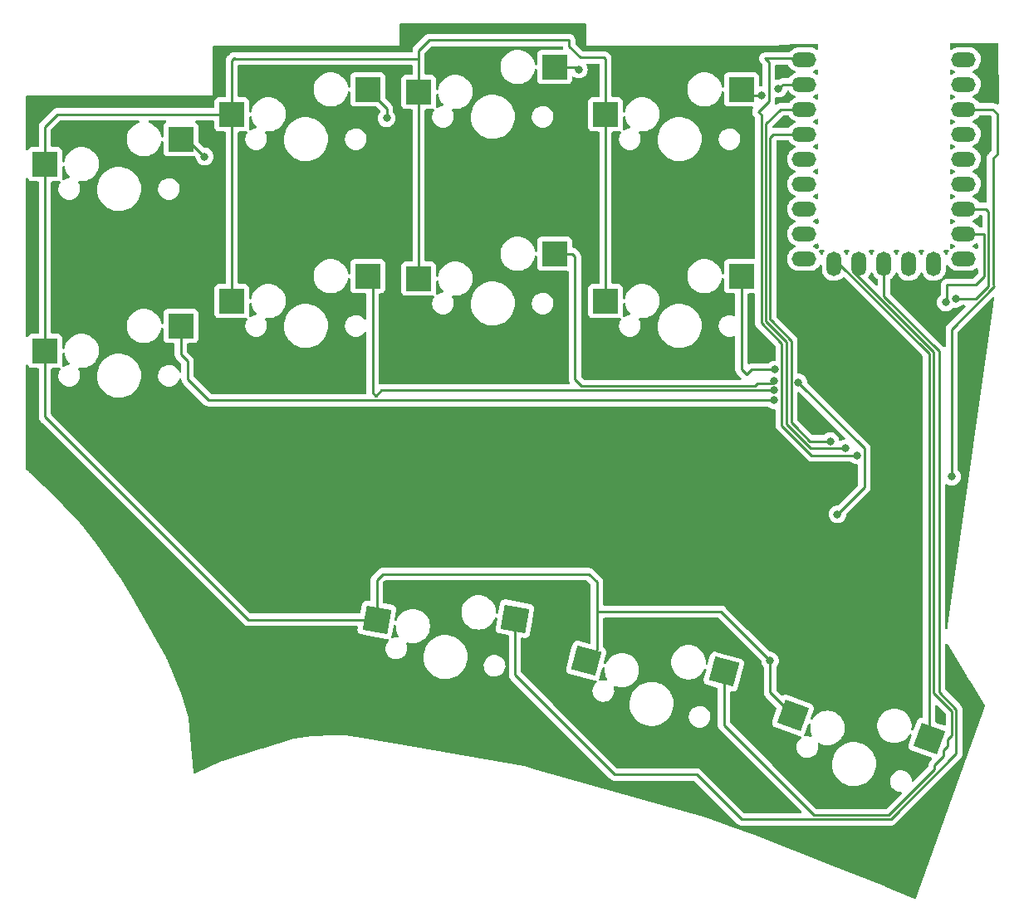
<source format=gbr>
%TF.GenerationSoftware,KiCad,Pcbnew,7.0.1*%
%TF.CreationDate,2024-01-26T17:48:26-05:00*%
%TF.ProjectId,OctoPlus Trio,4f63746f-506c-4757-9320-5472696f2e6b,rev?*%
%TF.SameCoordinates,Original*%
%TF.FileFunction,Copper,L2,Bot*%
%TF.FilePolarity,Positive*%
%FSLAX46Y46*%
G04 Gerber Fmt 4.6, Leading zero omitted, Abs format (unit mm)*
G04 Created by KiCad (PCBNEW 7.0.1) date 2024-01-26 17:48:26*
%MOMM*%
%LPD*%
G01*
G04 APERTURE LIST*
G04 Aperture macros list*
%AMRotRect*
0 Rectangle, with rotation*
0 The origin of the aperture is its center*
0 $1 length*
0 $2 width*
0 $3 Rotation angle, in degrees counterclockwise*
0 Add horizontal line*
21,1,$1,$2,0,0,$3*%
G04 Aperture macros list end*
%TA.AperFunction,SMDPad,CuDef*%
%ADD10R,2.550000X2.500000*%
%TD*%
%TA.AperFunction,SMDPad,CuDef*%
%ADD11RotRect,2.550000X2.500000X340.000000*%
%TD*%
%TA.AperFunction,SMDPad,CuDef*%
%ADD12RotRect,2.550000X2.500000X350.000000*%
%TD*%
%TA.AperFunction,SMDPad,CuDef*%
%ADD13RotRect,2.550000X2.500000X345.000000*%
%TD*%
%TA.AperFunction,ComponentPad*%
%ADD14O,2.500000X1.500000*%
%TD*%
%TA.AperFunction,ComponentPad*%
%ADD15O,1.500000X2.500000*%
%TD*%
%TA.AperFunction,ViaPad*%
%ADD16C,0.800000*%
%TD*%
%TA.AperFunction,Conductor*%
%ADD17C,0.250000*%
%TD*%
G04 APERTURE END LIST*
D10*
%TO.P,SW2,1,1*%
%TO.N,/SW2*%
X135068000Y-77216000D03*
%TO.P,SW2,2,2*%
%TO.N,/GND*%
X121218000Y-79756000D03*
%TD*%
%TO.P,SW7,1,1*%
%TO.N,/SW7*%
X154118000Y-93980000D03*
%TO.P,SW7,2,2*%
%TO.N,/GND*%
X140268000Y-96520000D03*
%TD*%
D11*
%TO.P,SW11,1,1*%
%TO.N,/SW11*%
X192306129Y-143427668D03*
%TO.P,SW11,2,2*%
%TO.N,/GND*%
X178422655Y-141077508D03*
%TD*%
D10*
%TO.P,SW4,1,1*%
%TO.N,/SW4*%
X173168000Y-77216000D03*
%TO.P,SW4,2,2*%
%TO.N,/GND*%
X159318000Y-79756000D03*
%TD*%
D12*
%TO.P,SW9,1,1*%
%TO.N,/SW9*%
X150078574Y-131217424D03*
%TO.P,SW9,2,2*%
%TO.N,/GND*%
X135997920Y-131313808D03*
%TD*%
D13*
%TO.P,SW10,1,1*%
%TO.N,/SW10*%
X171393574Y-136630269D03*
%TO.P,SW10,2,2*%
%TO.N,/GND*%
X157358101Y-135499076D03*
%TD*%
D10*
%TO.P,SW5,1,1*%
%TO.N,/SW5*%
X116018000Y-101346000D03*
%TO.P,SW5,2,2*%
%TO.N,/GND*%
X102168000Y-103886000D03*
%TD*%
%TO.P,SW8,1,1*%
%TO.N,/SW8*%
X173168000Y-96266000D03*
%TO.P,SW8,2,2*%
%TO.N,/GND*%
X159318000Y-98806000D03*
%TD*%
%TO.P,SW6,1,1*%
%TO.N,/SW6*%
X135068000Y-96266000D03*
%TO.P,SW6,2,2*%
%TO.N,/GND*%
X121218000Y-98806000D03*
%TD*%
%TO.P,SW1,1,1*%
%TO.N,/SW1*%
X116018000Y-82296000D03*
%TO.P,SW1,2,2*%
%TO.N,/GND*%
X102168000Y-84836000D03*
%TD*%
%TO.P,SW3,1,1*%
%TO.N,/SW3*%
X154118000Y-74930000D03*
%TO.P,SW3,2,2*%
%TO.N,/GND*%
X140268000Y-77470000D03*
%TD*%
D14*
%TO.P,U1,1,0*%
%TO.N,/MISO*%
X179586000Y-74168000D03*
%TO.P,U1,2,1*%
%TO.N,/CS*%
X179586000Y-76708000D03*
%TO.P,U1,3,2*%
%TO.N,/SCK*%
X179586000Y-79248000D03*
%TO.P,U1,4,3*%
%TO.N,/MOSI*%
X179586000Y-81788000D03*
%TO.P,U1,5,4*%
%TO.N,unconnected-(U1-4-Pad5)*%
X179586000Y-84328000D03*
%TO.P,U1,6,5*%
%TO.N,unconnected-(U1-5-Pad6)*%
X179586000Y-86868000D03*
%TO.P,U1,7,6*%
%TO.N,unconnected-(U1-6-Pad7)*%
X179586000Y-89408000D03*
%TO.P,U1,8,7*%
%TO.N,unconnected-(U1-7-Pad8)*%
X179586000Y-91948000D03*
%TO.P,U1,9,8*%
%TO.N,unconnected-(U1-8-Pad9)*%
X179586000Y-94488000D03*
D15*
%TO.P,U1,10,9*%
%TO.N,/SW11*%
X182626000Y-94988000D03*
%TO.P,U1,11,10*%
%TO.N,/SW10*%
X185166000Y-94988000D03*
%TO.P,U1,12,11*%
%TO.N,/SW9*%
X187706000Y-94988000D03*
%TO.P,U1,13,12*%
%TO.N,/SW8*%
X190246000Y-94988000D03*
%TO.P,U1,14,13*%
%TO.N,/SW7*%
X192786000Y-94988000D03*
D14*
%TO.P,U1,15,14*%
%TO.N,/SW6*%
X195826000Y-94488000D03*
%TO.P,U1,16,15*%
%TO.N,/SW5*%
X195826000Y-91948000D03*
%TO.P,U1,17,26*%
%TO.N,/SW4*%
X195826000Y-89408000D03*
%TO.P,U1,18,27*%
%TO.N,/SW3*%
X195826000Y-86868000D03*
%TO.P,U1,19,28*%
%TO.N,/SW2*%
X195826000Y-84328000D03*
%TO.P,U1,20,29*%
%TO.N,/SW1*%
X195826000Y-81788000D03*
%TO.P,U1,21,3V3*%
%TO.N,/3v3*%
X195826000Y-79248000D03*
%TO.P,U1,22,GND*%
%TO.N,/GND*%
X195826000Y-76708000D03*
%TO.P,U1,23,5V*%
%TO.N,unconnected-(U1-5V-Pad23)*%
X195826000Y-74168000D03*
%TD*%
D16*
%TO.N,/SW1*%
X118440000Y-84070000D03*
%TO.N,/GND*%
X176090000Y-135490000D03*
%TO.N,/SW2*%
X137010000Y-80160000D03*
%TO.N,/SW3*%
X156600000Y-75190000D03*
%TO.N,/SW4*%
X195019503Y-98579503D03*
X175240000Y-77800000D03*
%TO.N,/SW5*%
X194006304Y-98956304D03*
X176470000Y-108925500D03*
%TO.N,/SW6*%
X176495768Y-107926329D03*
%TO.N,/SW7*%
X176524374Y-106927236D03*
%TO.N,/SW8*%
X176570000Y-105810000D03*
%TO.N,/3v3*%
X194620000Y-116730000D03*
%TO.N,/CS*%
X176960000Y-77140000D03*
X178990000Y-107120000D03*
X182964500Y-120565500D03*
%TO.N,/SCK*%
X183800000Y-113835500D03*
%TO.N,/MOSI*%
X182240000Y-113111000D03*
%TO.N,/MISO*%
X184980000Y-114560000D03*
%TD*%
D17*
%TO.N,/SW1*%
X116666000Y-82296000D02*
X116018000Y-82296000D01*
X118440000Y-84070000D02*
X116666000Y-82296000D01*
%TO.N,/GND*%
X171100000Y-130500000D02*
X158450000Y-130500000D01*
X102168000Y-110618000D02*
X122863808Y-131313808D01*
X178422655Y-141077508D02*
X176090000Y-138744853D01*
X140268000Y-74070000D02*
X121540000Y-74070000D01*
X155600000Y-72180000D02*
X141330000Y-72180000D01*
X159318000Y-79756000D02*
X159318000Y-98806000D01*
X102168000Y-81012000D02*
X102168000Y-84836000D01*
X159318000Y-74108000D02*
X159180000Y-73970000D01*
X135997920Y-127262080D02*
X136590000Y-126670000D01*
X155600000Y-72840000D02*
X155600000Y-72180000D01*
X158450000Y-130500000D02*
X158450000Y-130670000D01*
X176090000Y-135490000D02*
X171100000Y-130500000D01*
X140268000Y-73242000D02*
X140268000Y-74070000D01*
X141330000Y-72180000D02*
X140268000Y-73242000D01*
X158450000Y-134407177D02*
X157358101Y-135499076D01*
X102168000Y-103886000D02*
X102168000Y-110618000D01*
X159180000Y-73970000D02*
X156730000Y-73970000D01*
X156730000Y-73970000D02*
X155600000Y-72840000D01*
X158450000Y-130670000D02*
X158450000Y-134407177D01*
X135997920Y-131313808D02*
X135997920Y-127262080D01*
X176090000Y-138744853D02*
X176090000Y-135490000D01*
X157640000Y-126670000D02*
X158450000Y-127480000D01*
X121540000Y-74070000D02*
X121490000Y-74020000D01*
X103424000Y-79756000D02*
X102168000Y-81012000D01*
X122863808Y-131313808D02*
X135997920Y-131313808D01*
X159318000Y-79756000D02*
X159318000Y-74108000D01*
X102168000Y-84836000D02*
X102168000Y-103886000D01*
X158450000Y-127480000D02*
X158450000Y-130670000D01*
X121490000Y-74020000D02*
X121218000Y-74292000D01*
X121218000Y-79756000D02*
X103424000Y-79756000D01*
X136590000Y-126670000D02*
X157640000Y-126670000D01*
X140268000Y-74070000D02*
X140268000Y-77470000D01*
X121218000Y-79756000D02*
X121218000Y-98806000D01*
X140268000Y-77470000D02*
X140268000Y-96520000D01*
X121218000Y-74292000D02*
X121218000Y-79756000D01*
%TO.N,/SW2*%
X137010000Y-79158000D02*
X135068000Y-77216000D01*
X137010000Y-80160000D02*
X137010000Y-79158000D01*
%TO.N,/SW3*%
X156600000Y-75190000D02*
X156340000Y-74930000D01*
X156340000Y-74930000D02*
X154118000Y-74930000D01*
%TO.N,/SW4*%
X198360000Y-97303604D02*
X197084101Y-98579503D01*
X195326000Y-89408000D02*
X198098000Y-89408000D01*
X175240000Y-77800000D02*
X173752000Y-77800000D01*
X198360000Y-89670000D02*
X198360000Y-97303604D01*
X197084101Y-98579503D02*
X195019503Y-98579503D01*
X173752000Y-77800000D02*
X173168000Y-77216000D01*
X198098000Y-89408000D02*
X198360000Y-89670000D01*
%TO.N,/SW5*%
X116018000Y-104258000D02*
X116018000Y-101346000D01*
X197910000Y-96300000D02*
X197040000Y-97170000D01*
X116710000Y-106790000D02*
X116710000Y-104950000D01*
X197910000Y-91948000D02*
X197910000Y-96300000D01*
X197040000Y-97170000D02*
X194150000Y-97170000D01*
X194150000Y-98812608D02*
X194006304Y-98956304D01*
X176470000Y-108925500D02*
X118845500Y-108925500D01*
X116710000Y-104950000D02*
X116018000Y-104258000D01*
X195326000Y-91948000D02*
X197910000Y-91948000D01*
X118845500Y-108925500D02*
X116710000Y-106790000D01*
X194150000Y-97170000D02*
X194150000Y-98812608D01*
%TO.N,/SW6*%
X135068000Y-96266000D02*
X135580000Y-96778000D01*
X135580000Y-103630000D02*
X135580000Y-108180000D01*
X135580000Y-108180000D02*
X135875500Y-108475500D01*
X135940000Y-108475500D02*
X136489171Y-107926329D01*
X135875500Y-108475500D02*
X135940000Y-108475500D01*
X135580000Y-96778000D02*
X135580000Y-103630000D01*
X136489171Y-107926329D02*
X176495768Y-107926329D01*
%TO.N,/SW7*%
X176250281Y-107201329D02*
X176524374Y-106927236D01*
X156866329Y-107476329D02*
X156880000Y-107476329D01*
X174296329Y-107476329D02*
X174570000Y-107476329D01*
X156190000Y-106800000D02*
X156866329Y-107476329D01*
X155900000Y-93980000D02*
X156190000Y-94270000D01*
X154118000Y-93980000D02*
X155900000Y-93980000D01*
X174570000Y-107476329D02*
X174845000Y-107201329D01*
X156190000Y-94270000D02*
X156190000Y-106800000D01*
X174845000Y-107201329D02*
X176250281Y-107201329D01*
X156880000Y-107476329D02*
X174296329Y-107476329D01*
%TO.N,/SW8*%
X174210000Y-105810000D02*
X176570000Y-105810000D01*
X173183900Y-96281900D02*
X173183900Y-105803900D01*
X173183900Y-105803900D02*
X173700000Y-106320000D01*
X173168000Y-96266000D02*
X173183900Y-96281900D01*
X173700000Y-106320000D02*
X174210000Y-105810000D01*
%TO.N,/SW9*%
X193330000Y-138717475D02*
X195070000Y-140457475D01*
X188396396Y-151690000D02*
X173190000Y-151690000D01*
X195070000Y-140457475D02*
X195070000Y-145016396D01*
X173190000Y-151690000D02*
X168630000Y-147130000D01*
X195070000Y-145016396D02*
X188396396Y-151690000D01*
X150078574Y-136938574D02*
X150078574Y-131217424D01*
X187706000Y-98295208D02*
X193330000Y-103919208D01*
X193330000Y-103919208D02*
X193330000Y-138717475D01*
X187706000Y-94488000D02*
X187706000Y-98295208D01*
X160270000Y-147130000D02*
X150078574Y-136938574D01*
X168630000Y-147130000D02*
X160270000Y-147130000D01*
%TO.N,/SW10*%
X193790000Y-145270000D02*
X192860000Y-146200000D01*
X192756129Y-103981733D02*
X192756129Y-138780000D01*
X194620000Y-140643871D02*
X194620000Y-143100000D01*
X188210000Y-151240000D02*
X180550000Y-151240000D01*
X192860000Y-146590000D02*
X188210000Y-151240000D01*
X192756129Y-138780000D02*
X194620000Y-140643871D01*
X171393574Y-142083574D02*
X171393574Y-136630269D01*
X184690000Y-94964000D02*
X184690000Y-95915604D01*
X185166000Y-94488000D02*
X184690000Y-94964000D01*
X194620000Y-143100000D02*
X194170000Y-143550000D01*
X180550000Y-151240000D02*
X171393574Y-142083574D01*
X194170000Y-143550000D02*
X194170000Y-144250000D01*
X192860000Y-146200000D02*
X192860000Y-146590000D01*
X193790000Y-144630000D02*
X193790000Y-145270000D01*
X184690000Y-95915604D02*
X192756129Y-103981733D01*
X194170000Y-144250000D02*
X193790000Y-144630000D01*
%TO.N,/SW11*%
X182626000Y-94488000D02*
X192306129Y-104168129D01*
X192306129Y-104168129D02*
X192306129Y-143427668D01*
%TO.N,/3v3*%
X198890000Y-79320000D02*
X199278149Y-79708149D01*
X194620000Y-101680000D02*
X194620000Y-116730000D01*
X199278149Y-79708149D02*
X199279248Y-82220079D01*
X198970000Y-97330000D02*
X194620000Y-101680000D01*
X199279926Y-83769926D02*
X198810000Y-84239852D01*
X198818000Y-79248000D02*
X198890000Y-79320000D01*
X198810000Y-84239852D02*
X198810000Y-97170000D01*
X199279248Y-82220079D02*
X199279248Y-83769248D01*
X195326000Y-79248000D02*
X198818000Y-79248000D01*
X199279248Y-83769248D02*
X199279926Y-83769926D01*
%TO.N,/CS*%
X185705000Y-113835000D02*
X185705000Y-117825000D01*
X178990000Y-107120000D02*
X185705000Y-113835000D01*
X177392000Y-76708000D02*
X176960000Y-77140000D01*
X180086000Y-76708000D02*
X177392000Y-76708000D01*
X185705000Y-117825000D02*
X182964500Y-120565500D01*
%TO.N,/SCK*%
X183800000Y-113835500D02*
X180251896Y-113835500D01*
X180251896Y-113835500D02*
X177745000Y-111328604D01*
X175640000Y-100873604D02*
X175640000Y-80750000D01*
X177142000Y-79248000D02*
X180086000Y-79248000D01*
X175640000Y-80750000D02*
X177142000Y-79248000D01*
X177745000Y-111328604D02*
X177745000Y-102978604D01*
X177745000Y-102978604D02*
X175640000Y-100873604D01*
%TO.N,/MOSI*%
X176211396Y-100808604D02*
X178260000Y-102857208D01*
X178691396Y-111638604D02*
X180163792Y-113111000D01*
X178260000Y-104170000D02*
X178260000Y-111207208D01*
X176412000Y-81788000D02*
X176090000Y-82110000D01*
X178260000Y-111207208D02*
X178691396Y-111638604D01*
X176090000Y-82170000D02*
X176090000Y-100687208D01*
X180163792Y-113111000D02*
X182240000Y-113111000D01*
X176090000Y-82110000D02*
X176090000Y-82170000D01*
X178260000Y-102857208D02*
X178260000Y-104170000D01*
X176090000Y-100687208D02*
X176211396Y-100808604D01*
X180086000Y-81788000D02*
X176412000Y-81788000D01*
%TO.N,/MISO*%
X177295000Y-111515000D02*
X177300000Y-111520000D01*
X175965000Y-74425000D02*
X175965000Y-78435000D01*
X175965000Y-78435000D02*
X174900000Y-79500000D01*
X179978000Y-74060000D02*
X175600000Y-74060000D01*
X174900000Y-79500000D02*
X175190000Y-79790000D01*
X177295000Y-103165000D02*
X177295000Y-111515000D01*
X175190000Y-101060000D02*
X177295000Y-103165000D01*
X180340000Y-114560000D02*
X184980000Y-114560000D01*
X177300000Y-111520000D02*
X180340000Y-114560000D01*
X175600000Y-74060000D02*
X175965000Y-74425000D01*
X180086000Y-74168000D02*
X179978000Y-74060000D01*
X175190000Y-79790000D02*
X175190000Y-101060000D01*
%TD*%
%TA.AperFunction,NonConductor*%
G36*
X194608098Y-75195770D02*
G01*
X194781236Y-75299215D01*
X194838256Y-75320615D01*
X194840100Y-75321307D01*
X194887680Y-75353330D01*
X194915760Y-75403339D01*
X194918334Y-75460635D01*
X194894849Y-75512960D01*
X194850331Y-75549120D01*
X194682027Y-75630170D01*
X194617385Y-75677136D01*
X194554229Y-75700436D01*
X194488205Y-75687303D01*
X194438773Y-75641608D01*
X194420500Y-75576818D01*
X194420500Y-75302219D01*
X194437345Y-75239818D01*
X194483305Y-75194371D01*
X194545891Y-75178227D01*
X194608098Y-75195770D01*
G37*
%TD.AperFunction*%
%TA.AperFunction,NonConductor*%
G36*
X180953057Y-75167403D02*
G01*
X181002493Y-75213073D01*
X181020789Y-75277842D01*
X181020938Y-75591310D01*
X181004115Y-75653732D01*
X180958159Y-75699202D01*
X180895562Y-75715361D01*
X180833339Y-75697817D01*
X180630764Y-75576784D01*
X180571898Y-75554692D01*
X180524318Y-75522668D01*
X180496238Y-75472659D01*
X180493665Y-75415363D01*
X180517150Y-75363038D01*
X180561662Y-75326882D01*
X180729973Y-75245829D01*
X180823908Y-75177581D01*
X180887045Y-75154284D01*
X180953057Y-75167403D01*
G37*
%TD.AperFunction*%
%TA.AperFunction,NonConductor*%
G36*
X177933929Y-74703052D02*
G01*
X177979524Y-74750740D01*
X178038148Y-74859682D01*
X178150014Y-74999956D01*
X178178492Y-75035666D01*
X178348004Y-75183765D01*
X178541236Y-75299215D01*
X178598256Y-75320615D01*
X178600100Y-75321307D01*
X178647680Y-75353330D01*
X178675760Y-75403339D01*
X178678334Y-75460635D01*
X178654849Y-75512960D01*
X178610331Y-75549120D01*
X178442027Y-75630170D01*
X178259925Y-75762475D01*
X178259922Y-75762477D01*
X178259922Y-75762478D01*
X178216682Y-75807704D01*
X178104365Y-75925178D01*
X178037279Y-76026811D01*
X177992552Y-76067694D01*
X177933792Y-76082500D01*
X177474740Y-76082500D01*
X177454236Y-76080236D01*
X177384144Y-76082439D01*
X177380250Y-76082500D01*
X177352648Y-76082500D01*
X177348653Y-76083004D01*
X177337029Y-76083918D01*
X177293368Y-76085290D01*
X177274128Y-76090880D01*
X177255081Y-76094825D01*
X177235209Y-76097335D01*
X177194599Y-76113413D01*
X177183554Y-76117194D01*
X177141611Y-76129380D01*
X177124369Y-76139578D01*
X177106897Y-76148138D01*
X177088266Y-76155514D01*
X177052938Y-76181181D01*
X177043180Y-76187591D01*
X176992100Y-76217802D01*
X176991603Y-76216962D01*
X176972000Y-76230061D01*
X176924547Y-76239500D01*
X176865351Y-76239500D01*
X176740280Y-76266084D01*
X176685552Y-76265368D01*
X176636464Y-76241160D01*
X176602579Y-76198177D01*
X176590500Y-76144794D01*
X176590500Y-74809500D01*
X176607113Y-74747500D01*
X176652500Y-74702113D01*
X176714500Y-74685500D01*
X177870330Y-74685500D01*
X177933929Y-74703052D01*
G37*
%TD.AperFunction*%
%TA.AperFunction,NonConductor*%
G36*
X194608098Y-77735770D02*
G01*
X194781236Y-77839215D01*
X194838256Y-77860615D01*
X194840100Y-77861307D01*
X194887680Y-77893330D01*
X194915760Y-77943339D01*
X194918334Y-78000635D01*
X194894849Y-78052960D01*
X194850331Y-78089120D01*
X194682027Y-78170170D01*
X194617385Y-78217136D01*
X194554229Y-78240436D01*
X194488205Y-78227303D01*
X194438773Y-78181608D01*
X194420500Y-78116818D01*
X194420500Y-77842219D01*
X194437345Y-77779818D01*
X194483305Y-77734371D01*
X194545891Y-77718227D01*
X194608098Y-77735770D01*
G37*
%TD.AperFunction*%
%TA.AperFunction,NonConductor*%
G36*
X180954267Y-77706524D02*
G01*
X181003703Y-77752194D01*
X181021999Y-77816963D01*
X181022149Y-78132302D01*
X181009403Y-78187120D01*
X180973739Y-78230657D01*
X180922503Y-78253946D01*
X180866251Y-78252188D01*
X180835009Y-78235560D01*
X180833577Y-78237959D01*
X180630764Y-78116784D01*
X180571898Y-78094692D01*
X180524318Y-78062668D01*
X180496238Y-78012659D01*
X180493665Y-77955363D01*
X180517150Y-77903038D01*
X180561662Y-77866882D01*
X180729973Y-77785829D01*
X180825117Y-77716702D01*
X180888255Y-77693405D01*
X180954267Y-77706524D01*
G37*
%TD.AperFunction*%
%TA.AperFunction,NonConductor*%
G36*
X178003013Y-77362389D02*
G01*
X178029575Y-77392241D01*
X178031189Y-77390955D01*
X178124755Y-77508283D01*
X178178492Y-77575666D01*
X178348004Y-77723765D01*
X178541236Y-77839215D01*
X178598256Y-77860615D01*
X178600100Y-77861307D01*
X178647680Y-77893330D01*
X178675760Y-77943339D01*
X178678334Y-78000635D01*
X178654849Y-78052960D01*
X178610331Y-78089120D01*
X178442027Y-78170170D01*
X178259925Y-78302475D01*
X178259922Y-78302477D01*
X178259922Y-78302478D01*
X178216682Y-78347704D01*
X178104365Y-78465178D01*
X178072225Y-78513869D01*
X178040463Y-78561988D01*
X178037279Y-78566811D01*
X177992552Y-78607694D01*
X177933792Y-78622500D01*
X177224744Y-78622500D01*
X177204236Y-78620235D01*
X177134113Y-78622439D01*
X177130219Y-78622500D01*
X177102650Y-78622500D01*
X177098671Y-78623002D01*
X177087041Y-78623917D01*
X177043372Y-78625289D01*
X177024128Y-78630880D01*
X177005084Y-78634824D01*
X176985208Y-78637335D01*
X176944600Y-78653413D01*
X176933554Y-78657194D01*
X176901922Y-78666386D01*
X176891607Y-78669383D01*
X176874365Y-78679579D01*
X176856904Y-78688133D01*
X176838267Y-78695512D01*
X176802931Y-78721185D01*
X176793173Y-78727595D01*
X176753843Y-78750856D01*
X176686827Y-78768065D01*
X176621022Y-78746685D01*
X176576918Y-78693374D01*
X176568246Y-78624729D01*
X176577267Y-78567770D01*
X176579633Y-78556338D01*
X176590500Y-78514019D01*
X176590500Y-78493984D01*
X176592027Y-78474585D01*
X176592880Y-78469198D01*
X176595160Y-78454804D01*
X176591050Y-78411325D01*
X176590500Y-78399656D01*
X176590500Y-78135206D01*
X176602579Y-78081823D01*
X176636464Y-78038840D01*
X176685552Y-78014632D01*
X176740280Y-78013916D01*
X176865351Y-78040500D01*
X176865354Y-78040500D01*
X177054646Y-78040500D01*
X177054648Y-78040500D01*
X177189157Y-78011909D01*
X177239803Y-78001144D01*
X177412730Y-77924151D01*
X177514046Y-77850541D01*
X177565870Y-77812889D01*
X177604760Y-77769698D01*
X177692533Y-77672216D01*
X177787179Y-77508284D01*
X177814017Y-77425685D01*
X177843871Y-77376719D01*
X177892567Y-77346423D01*
X177949688Y-77341280D01*
X178003013Y-77362389D01*
G37*
%TD.AperFunction*%
%TA.AperFunction,NonConductor*%
G36*
X199337538Y-72527104D02*
G01*
X199382923Y-72572469D01*
X199399554Y-72634446D01*
X199402186Y-78651925D01*
X199389042Y-78707540D01*
X199352352Y-78751354D01*
X199299909Y-78774061D01*
X199242852Y-78770838D01*
X199193302Y-78742370D01*
X199188582Y-78737938D01*
X199188581Y-78737937D01*
X199179251Y-78732808D01*
X199171024Y-78728285D01*
X199154764Y-78717604D01*
X199138936Y-78705327D01*
X199098851Y-78687980D01*
X199088361Y-78682841D01*
X199050091Y-78661802D01*
X199030691Y-78656821D01*
X199012284Y-78650519D01*
X198993897Y-78642562D01*
X198950758Y-78635729D01*
X198939324Y-78633361D01*
X198897019Y-78622500D01*
X198876984Y-78622500D01*
X198857586Y-78620973D01*
X198850162Y-78619797D01*
X198837805Y-78617840D01*
X198837804Y-78617840D01*
X198812468Y-78620235D01*
X198794325Y-78621950D01*
X198782656Y-78622500D01*
X197483552Y-78622500D01*
X197419951Y-78604946D01*
X197381373Y-78564596D01*
X197380811Y-78565045D01*
X197375823Y-78558791D01*
X197374356Y-78557256D01*
X197373851Y-78556317D01*
X197233509Y-78380335D01*
X197196160Y-78347704D01*
X197063996Y-78232235D01*
X197061355Y-78230657D01*
X196870764Y-78116784D01*
X196811898Y-78094692D01*
X196764318Y-78062668D01*
X196736238Y-78012659D01*
X196733665Y-77955363D01*
X196757150Y-77903038D01*
X196801662Y-77866882D01*
X196969973Y-77785829D01*
X197152078Y-77653522D01*
X197307632Y-77490825D01*
X197431635Y-77302968D01*
X197520103Y-77095988D01*
X197570191Y-76876537D01*
X197580290Y-76651670D01*
X197550075Y-76428613D01*
X197480517Y-76214536D01*
X197373852Y-76016319D01*
X197248007Y-75858515D01*
X197233509Y-75840335D01*
X197196160Y-75807704D01*
X197063996Y-75692235D01*
X197063993Y-75692233D01*
X196870764Y-75576784D01*
X196811898Y-75554692D01*
X196764318Y-75522668D01*
X196736238Y-75472659D01*
X196733665Y-75415363D01*
X196757150Y-75363038D01*
X196801662Y-75326882D01*
X196969973Y-75245829D01*
X197152078Y-75113522D01*
X197307632Y-74950825D01*
X197431635Y-74762968D01*
X197520103Y-74555988D01*
X197570191Y-74336537D01*
X197580290Y-74111670D01*
X197550075Y-73888613D01*
X197480517Y-73674536D01*
X197373852Y-73476319D01*
X197239766Y-73308181D01*
X197233509Y-73300335D01*
X197178849Y-73252580D01*
X197063996Y-73152235D01*
X197063993Y-73152233D01*
X196870762Y-73036783D01*
X196660025Y-72957693D01*
X196438547Y-72917500D01*
X195269845Y-72917500D01*
X195202631Y-72923549D01*
X195101809Y-72932623D01*
X194884828Y-72992507D01*
X194682027Y-73090170D01*
X194617385Y-73137136D01*
X194554229Y-73160436D01*
X194488205Y-73147303D01*
X194438773Y-73101608D01*
X194420500Y-73036818D01*
X194420500Y-72634500D01*
X194437113Y-72572500D01*
X194482500Y-72527113D01*
X194544500Y-72510500D01*
X199275554Y-72510500D01*
X199337538Y-72527104D01*
G37*
%TD.AperFunction*%
%TA.AperFunction,NonConductor*%
G36*
X142218498Y-77656671D02*
G01*
X142266343Y-77694826D01*
X142290114Y-77751216D01*
X142298319Y-77805652D01*
X142306604Y-77860615D01*
X142383937Y-78111323D01*
X142497772Y-78347704D01*
X142584278Y-78474585D01*
X142645568Y-78564481D01*
X142710828Y-78634814D01*
X142772281Y-78701045D01*
X142803102Y-78761712D01*
X142797268Y-78829508D01*
X142756535Y-78884018D01*
X142693171Y-78908824D01*
X142538612Y-78923583D01*
X142336790Y-78982843D01*
X142179094Y-79064142D01*
X142121684Y-79077925D01*
X142064407Y-79063595D01*
X142020249Y-79024403D01*
X141999222Y-78969232D01*
X142006092Y-78910593D01*
X142037091Y-78827483D01*
X142043500Y-78767873D01*
X142043499Y-77769695D01*
X142058599Y-77710395D01*
X142100223Y-77665535D01*
X142158232Y-77646045D01*
X142218498Y-77656671D01*
G37*
%TD.AperFunction*%
%TA.AperFunction,NonConductor*%
G36*
X194608098Y-80275770D02*
G01*
X194781236Y-80379215D01*
X194829482Y-80397322D01*
X194840100Y-80401307D01*
X194887680Y-80433330D01*
X194915760Y-80483339D01*
X194918334Y-80540635D01*
X194894849Y-80592960D01*
X194850331Y-80629120D01*
X194682027Y-80710170D01*
X194617385Y-80757136D01*
X194554229Y-80780436D01*
X194488205Y-80767303D01*
X194438773Y-80721608D01*
X194420500Y-80656818D01*
X194420500Y-80382219D01*
X194437345Y-80319818D01*
X194483305Y-80274371D01*
X194545891Y-80258227D01*
X194608098Y-80275770D01*
G37*
%TD.AperFunction*%
%TA.AperFunction,NonConductor*%
G36*
X180955476Y-80245644D02*
G01*
X181004912Y-80291315D01*
X181023208Y-80356084D01*
X181023360Y-80673360D01*
X181010614Y-80728178D01*
X180974949Y-80771716D01*
X180923713Y-80795004D01*
X180867460Y-80793245D01*
X180834822Y-80775873D01*
X180833577Y-80777959D01*
X180630764Y-80656784D01*
X180571898Y-80634692D01*
X180524318Y-80602668D01*
X180496238Y-80552659D01*
X180493665Y-80495363D01*
X180517150Y-80443038D01*
X180561662Y-80406882D01*
X180729973Y-80325829D01*
X180826325Y-80255824D01*
X180889463Y-80232526D01*
X180955476Y-80245644D01*
G37*
%TD.AperFunction*%
%TA.AperFunction,NonConductor*%
G36*
X177992049Y-79891054D02*
G01*
X178030626Y-79931403D01*
X178031189Y-79930955D01*
X178036176Y-79937208D01*
X178037644Y-79938744D01*
X178038148Y-79939682D01*
X178159341Y-80091652D01*
X178178492Y-80115666D01*
X178348004Y-80263765D01*
X178541236Y-80379215D01*
X178589482Y-80397322D01*
X178600100Y-80401307D01*
X178647680Y-80433330D01*
X178675760Y-80483339D01*
X178678334Y-80540635D01*
X178654849Y-80592960D01*
X178610331Y-80629120D01*
X178442027Y-80710170D01*
X178259925Y-80842475D01*
X178104365Y-81005178D01*
X178037279Y-81106811D01*
X177992552Y-81147694D01*
X177933792Y-81162500D01*
X176494744Y-81162500D01*
X176474235Y-81160235D01*
X176415709Y-81162074D01*
X176358314Y-81149999D01*
X176312889Y-81112897D01*
X176289596Y-81059070D01*
X176293647Y-81000558D01*
X176324133Y-80950456D01*
X177364771Y-79909818D01*
X177404999Y-79882939D01*
X177452452Y-79873500D01*
X177928448Y-79873500D01*
X177992049Y-79891054D01*
G37*
%TD.AperFunction*%
%TA.AperFunction,NonConductor*%
G36*
X123168498Y-79942671D02*
G01*
X123216343Y-79980826D01*
X123240114Y-80037216D01*
X123247342Y-80085167D01*
X123256604Y-80146615D01*
X123333937Y-80397323D01*
X123447772Y-80633704D01*
X123547812Y-80780436D01*
X123595568Y-80850481D01*
X123622255Y-80879242D01*
X123722281Y-80987045D01*
X123753102Y-81047712D01*
X123747268Y-81115508D01*
X123706535Y-81170018D01*
X123643171Y-81194824D01*
X123488612Y-81209583D01*
X123286790Y-81268843D01*
X123129094Y-81350142D01*
X123071684Y-81363925D01*
X123014407Y-81349595D01*
X122970249Y-81310403D01*
X122949222Y-81255232D01*
X122956092Y-81196593D01*
X122987091Y-81113483D01*
X122993500Y-81053873D01*
X122993499Y-80055695D01*
X123008599Y-79996395D01*
X123050223Y-79951535D01*
X123108232Y-79932045D01*
X123168498Y-79942671D01*
G37*
%TD.AperFunction*%
%TA.AperFunction,NonConductor*%
G36*
X161268498Y-79942671D02*
G01*
X161316343Y-79980826D01*
X161340114Y-80037216D01*
X161347342Y-80085167D01*
X161356604Y-80146615D01*
X161433937Y-80397323D01*
X161547772Y-80633704D01*
X161647812Y-80780436D01*
X161695568Y-80850481D01*
X161722255Y-80879242D01*
X161822281Y-80987045D01*
X161853102Y-81047712D01*
X161847268Y-81115508D01*
X161806535Y-81170018D01*
X161743171Y-81194824D01*
X161588612Y-81209583D01*
X161386790Y-81268843D01*
X161229094Y-81350142D01*
X161171684Y-81363925D01*
X161114407Y-81349595D01*
X161070249Y-81310403D01*
X161049222Y-81255232D01*
X161056092Y-81196593D01*
X161087091Y-81113483D01*
X161093500Y-81053873D01*
X161093499Y-80055695D01*
X161108599Y-79996395D01*
X161150223Y-79951535D01*
X161208232Y-79932045D01*
X161268498Y-79942671D01*
G37*
%TD.AperFunction*%
%TA.AperFunction,NonConductor*%
G36*
X114482362Y-80396668D02*
G01*
X114527250Y-80438460D01*
X114546619Y-80496654D01*
X114535730Y-80557011D01*
X114497247Y-80604765D01*
X114466596Y-80627711D01*
X114385454Y-80688453D01*
X114299204Y-80803668D01*
X114248909Y-80938516D01*
X114248303Y-80944151D01*
X114245265Y-80972415D01*
X114242500Y-80998131D01*
X114242500Y-81996301D01*
X114227399Y-82055604D01*
X114185776Y-82100464D01*
X114127767Y-82119954D01*
X114067500Y-82109328D01*
X114019656Y-82071173D01*
X113995885Y-82014782D01*
X113993099Y-81996301D01*
X113979396Y-81905385D01*
X113902063Y-81654677D01*
X113788228Y-81418296D01*
X113640433Y-81201521D01*
X113640432Y-81201520D01*
X113640428Y-81201514D01*
X113461984Y-81009198D01*
X113461983Y-81009197D01*
X113461981Y-81009195D01*
X113256857Y-80845614D01*
X113256856Y-80845613D01*
X113029641Y-80714431D01*
X112791399Y-80620928D01*
X112737484Y-80579878D01*
X112713200Y-80516615D01*
X112725798Y-80450033D01*
X112771516Y-80400016D01*
X112836701Y-80381500D01*
X114422935Y-80381500D01*
X114482362Y-80396668D01*
G37*
%TD.AperFunction*%
%TA.AperFunction,NonConductor*%
G36*
X194608098Y-82815770D02*
G01*
X194781236Y-82919215D01*
X194829482Y-82937322D01*
X194840100Y-82941307D01*
X194887680Y-82973330D01*
X194915760Y-83023339D01*
X194918334Y-83080635D01*
X194894849Y-83132960D01*
X194850331Y-83169120D01*
X194682027Y-83250170D01*
X194617385Y-83297136D01*
X194554229Y-83320436D01*
X194488205Y-83307303D01*
X194438773Y-83261608D01*
X194420500Y-83196818D01*
X194420500Y-82922219D01*
X194437345Y-82859818D01*
X194483305Y-82814371D01*
X194545891Y-82798227D01*
X194608098Y-82815770D01*
G37*
%TD.AperFunction*%
%TA.AperFunction,NonConductor*%
G36*
X180956686Y-82784767D02*
G01*
X181006122Y-82830437D01*
X181024418Y-82895206D01*
X181024570Y-83214417D01*
X181011824Y-83269235D01*
X180976160Y-83312772D01*
X180924924Y-83336061D01*
X180868671Y-83334303D01*
X180834635Y-83316187D01*
X180833577Y-83317959D01*
X180630764Y-83196784D01*
X180571898Y-83174692D01*
X180524318Y-83142668D01*
X180496238Y-83092659D01*
X180493665Y-83035363D01*
X180517150Y-82983038D01*
X180561662Y-82946882D01*
X180729973Y-82865829D01*
X180827535Y-82794945D01*
X180890674Y-82771648D01*
X180956686Y-82784767D01*
G37*
%TD.AperFunction*%
%TA.AperFunction,NonConductor*%
G36*
X194608098Y-85355770D02*
G01*
X194781236Y-85459215D01*
X194829482Y-85477322D01*
X194840100Y-85481307D01*
X194887680Y-85513330D01*
X194915760Y-85563339D01*
X194918334Y-85620635D01*
X194894849Y-85672960D01*
X194850331Y-85709120D01*
X194682027Y-85790170D01*
X194617385Y-85837136D01*
X194554229Y-85860436D01*
X194488205Y-85847303D01*
X194438773Y-85801608D01*
X194420500Y-85736818D01*
X194420500Y-85462219D01*
X194437345Y-85399818D01*
X194483305Y-85354371D01*
X194545891Y-85338227D01*
X194608098Y-85355770D01*
G37*
%TD.AperFunction*%
%TA.AperFunction,NonConductor*%
G36*
X180957896Y-85323888D02*
G01*
X181007332Y-85369558D01*
X181025628Y-85434327D01*
X181025781Y-85755475D01*
X181013035Y-85810293D01*
X180977370Y-85853831D01*
X180926134Y-85877119D01*
X180869881Y-85875361D01*
X180834447Y-85856501D01*
X180833577Y-85857959D01*
X180630764Y-85736784D01*
X180571898Y-85714692D01*
X180524318Y-85682668D01*
X180496238Y-85632659D01*
X180493665Y-85575363D01*
X180517150Y-85523038D01*
X180561662Y-85486882D01*
X180729973Y-85405829D01*
X180828745Y-85334066D01*
X180891884Y-85310769D01*
X180957896Y-85323888D01*
G37*
%TD.AperFunction*%
%TA.AperFunction,NonConductor*%
G36*
X104118498Y-85022671D02*
G01*
X104166343Y-85060826D01*
X104190114Y-85117216D01*
X104195636Y-85153850D01*
X104206604Y-85226615D01*
X104283937Y-85477323D01*
X104397772Y-85713704D01*
X104492220Y-85852233D01*
X104545568Y-85930481D01*
X104610383Y-86000334D01*
X104672281Y-86067045D01*
X104703102Y-86127712D01*
X104697268Y-86195508D01*
X104656535Y-86250018D01*
X104593171Y-86274824D01*
X104438612Y-86289583D01*
X104236790Y-86348843D01*
X104079094Y-86430142D01*
X104021684Y-86443925D01*
X103964407Y-86429595D01*
X103920249Y-86390403D01*
X103899222Y-86335232D01*
X103906092Y-86276593D01*
X103937091Y-86193483D01*
X103943500Y-86133873D01*
X103943499Y-85135695D01*
X103958599Y-85076395D01*
X104000223Y-85031535D01*
X104058232Y-85012045D01*
X104118498Y-85022671D01*
G37*
%TD.AperFunction*%
%TA.AperFunction,NonConductor*%
G36*
X194608098Y-87895770D02*
G01*
X194781236Y-87999215D01*
X194830700Y-88017779D01*
X194840100Y-88021307D01*
X194887680Y-88053330D01*
X194915760Y-88103339D01*
X194918334Y-88160635D01*
X194894849Y-88212960D01*
X194850331Y-88249120D01*
X194682027Y-88330170D01*
X194617385Y-88377136D01*
X194554229Y-88400436D01*
X194488205Y-88387303D01*
X194438773Y-88341608D01*
X194420500Y-88276818D01*
X194420500Y-88002219D01*
X194437345Y-87939818D01*
X194483305Y-87894371D01*
X194545891Y-87878227D01*
X194608098Y-87895770D01*
G37*
%TD.AperFunction*%
%TA.AperFunction,NonConductor*%
G36*
X180959107Y-87863009D02*
G01*
X181008542Y-87908680D01*
X181026838Y-87973448D01*
X181026991Y-88296533D01*
X181014244Y-88351353D01*
X180978577Y-88394892D01*
X180927337Y-88418178D01*
X180871083Y-88416416D01*
X180834261Y-88396814D01*
X180833577Y-88397959D01*
X180630764Y-88276784D01*
X180571898Y-88254692D01*
X180524318Y-88222668D01*
X180496238Y-88172659D01*
X180493665Y-88115363D01*
X180517150Y-88063038D01*
X180561662Y-88026882D01*
X180729973Y-87945829D01*
X180829954Y-87873187D01*
X180893094Y-87849890D01*
X180959107Y-87863009D01*
G37*
%TD.AperFunction*%
%TA.AperFunction,NonConductor*%
G36*
X198555001Y-79882939D02*
G01*
X198595229Y-79909819D01*
X198616464Y-79931054D01*
X198643334Y-79971257D01*
X198652783Y-80018681D01*
X198653748Y-82220836D01*
X198653748Y-83460152D01*
X198644309Y-83507605D01*
X198617431Y-83547830D01*
X198463546Y-83701715D01*
X198426211Y-83739050D01*
X198410112Y-83751948D01*
X198362097Y-83803076D01*
X198359392Y-83805868D01*
X198339874Y-83825386D01*
X198337415Y-83828557D01*
X198329842Y-83837424D01*
X198299935Y-83869272D01*
X198290285Y-83886826D01*
X198279609Y-83903080D01*
X198267326Y-83918915D01*
X198249975Y-83959010D01*
X198244838Y-83969496D01*
X198223802Y-84007759D01*
X198218821Y-84027161D01*
X198212520Y-84045563D01*
X198204561Y-84063954D01*
X198197728Y-84107094D01*
X198195360Y-84118526D01*
X198184500Y-84160830D01*
X198184500Y-84180868D01*
X198182973Y-84200265D01*
X198179840Y-84220048D01*
X198182758Y-84250921D01*
X198183950Y-84263527D01*
X198184500Y-84275196D01*
X198184500Y-88658500D01*
X198167887Y-88720500D01*
X198122500Y-88765887D01*
X198060500Y-88782500D01*
X197483552Y-88782500D01*
X197419951Y-88764946D01*
X197381373Y-88724596D01*
X197380811Y-88725045D01*
X197375823Y-88718791D01*
X197374356Y-88717256D01*
X197373851Y-88716317D01*
X197233509Y-88540335D01*
X197233508Y-88540334D01*
X197063996Y-88392235D01*
X197063993Y-88392233D01*
X196870764Y-88276784D01*
X196811898Y-88254692D01*
X196764318Y-88222668D01*
X196736238Y-88172659D01*
X196733665Y-88115363D01*
X196757150Y-88063038D01*
X196801662Y-88026882D01*
X196969973Y-87945829D01*
X197152078Y-87813522D01*
X197307632Y-87650825D01*
X197431635Y-87462968D01*
X197520103Y-87255988D01*
X197570191Y-87036537D01*
X197580290Y-86811670D01*
X197550075Y-86588613D01*
X197480517Y-86374536D01*
X197373852Y-86176319D01*
X197253737Y-86025701D01*
X197233509Y-86000335D01*
X197233508Y-86000334D01*
X197063996Y-85852235D01*
X197063993Y-85852233D01*
X196870764Y-85736784D01*
X196811898Y-85714692D01*
X196764318Y-85682668D01*
X196736238Y-85632659D01*
X196733665Y-85575363D01*
X196757150Y-85523038D01*
X196801662Y-85486882D01*
X196969973Y-85405829D01*
X197152078Y-85273522D01*
X197307632Y-85110825D01*
X197431635Y-84922968D01*
X197520103Y-84715988D01*
X197570191Y-84496537D01*
X197580290Y-84271670D01*
X197550075Y-84048613D01*
X197480517Y-83834536D01*
X197373852Y-83636319D01*
X197248007Y-83478515D01*
X197233509Y-83460335D01*
X197184514Y-83417529D01*
X197063996Y-83312235D01*
X197063993Y-83312233D01*
X196870764Y-83196784D01*
X196811898Y-83174692D01*
X196764318Y-83142668D01*
X196736238Y-83092659D01*
X196733665Y-83035363D01*
X196757150Y-82983038D01*
X196801662Y-82946882D01*
X196969973Y-82865829D01*
X197152078Y-82733522D01*
X197307632Y-82570825D01*
X197431635Y-82382968D01*
X197520103Y-82175988D01*
X197570191Y-81956537D01*
X197580290Y-81731670D01*
X197550075Y-81508613D01*
X197480517Y-81294536D01*
X197373852Y-81096319D01*
X197243591Y-80932978D01*
X197233509Y-80920335D01*
X197233508Y-80920334D01*
X197063996Y-80772235D01*
X197063993Y-80772233D01*
X196870764Y-80656784D01*
X196811898Y-80634692D01*
X196764318Y-80602668D01*
X196736238Y-80552659D01*
X196733665Y-80495363D01*
X196757150Y-80443038D01*
X196801662Y-80406882D01*
X196969973Y-80325829D01*
X197152078Y-80193522D01*
X197307632Y-80030825D01*
X197374721Y-79929188D01*
X197419448Y-79888306D01*
X197478208Y-79873500D01*
X198507548Y-79873500D01*
X198555001Y-79882939D01*
G37*
%TD.AperFunction*%
%TA.AperFunction,NonConductor*%
G36*
X194608098Y-90435770D02*
G01*
X194781236Y-90539215D01*
X194840100Y-90561307D01*
X194887680Y-90593330D01*
X194915760Y-90643339D01*
X194918334Y-90700635D01*
X194894849Y-90752960D01*
X194850331Y-90789120D01*
X194682027Y-90870170D01*
X194617385Y-90917136D01*
X194554229Y-90940436D01*
X194488205Y-90927303D01*
X194438773Y-90881608D01*
X194420500Y-90816818D01*
X194420500Y-90542219D01*
X194437345Y-90479818D01*
X194483305Y-90434371D01*
X194545891Y-90418227D01*
X194608098Y-90435770D01*
G37*
%TD.AperFunction*%
%TA.AperFunction,NonConductor*%
G36*
X180960315Y-90402130D02*
G01*
X181009751Y-90447800D01*
X181028047Y-90512569D01*
X181028202Y-90837590D01*
X181015456Y-90892408D01*
X180979791Y-90935946D01*
X180928555Y-90959234D01*
X180872302Y-90957476D01*
X180834073Y-90937128D01*
X180833577Y-90937959D01*
X180630764Y-90816784D01*
X180571898Y-90794692D01*
X180524318Y-90762668D01*
X180496238Y-90712659D01*
X180493665Y-90655363D01*
X180517150Y-90603038D01*
X180561662Y-90566882D01*
X180729973Y-90485829D01*
X180831165Y-90412308D01*
X180894303Y-90389011D01*
X180960315Y-90402130D01*
G37*
%TD.AperFunction*%
%TA.AperFunction,NonConductor*%
G36*
X197672500Y-90050113D02*
G01*
X197717887Y-90095500D01*
X197734500Y-90157500D01*
X197734500Y-91198500D01*
X197717887Y-91260500D01*
X197672500Y-91305887D01*
X197610500Y-91322500D01*
X197483552Y-91322500D01*
X197419951Y-91304946D01*
X197381373Y-91264596D01*
X197380811Y-91265045D01*
X197375823Y-91258791D01*
X197374356Y-91257256D01*
X197373851Y-91256317D01*
X197233509Y-91080335D01*
X197144395Y-91002478D01*
X197063996Y-90932235D01*
X197063993Y-90932233D01*
X196870764Y-90816784D01*
X196811898Y-90794692D01*
X196764318Y-90762668D01*
X196736238Y-90712659D01*
X196733665Y-90655363D01*
X196757150Y-90603038D01*
X196801662Y-90566882D01*
X196969973Y-90485829D01*
X197152078Y-90353522D01*
X197307632Y-90190825D01*
X197374721Y-90089188D01*
X197419448Y-90048306D01*
X197478208Y-90033500D01*
X197610500Y-90033500D01*
X197672500Y-90050113D01*
G37*
%TD.AperFunction*%
%TA.AperFunction,NonConductor*%
G36*
X194608098Y-92975770D02*
G01*
X194781236Y-93079215D01*
X194840100Y-93101307D01*
X194887680Y-93133330D01*
X194915760Y-93183339D01*
X194918334Y-93240635D01*
X194894849Y-93292960D01*
X194850331Y-93329120D01*
X194682027Y-93410170D01*
X194617385Y-93457136D01*
X194554229Y-93480436D01*
X194488205Y-93467303D01*
X194438773Y-93421608D01*
X194420500Y-93356818D01*
X194420500Y-93082219D01*
X194437345Y-93019818D01*
X194483305Y-92974371D01*
X194545891Y-92958227D01*
X194608098Y-92975770D01*
G37*
%TD.AperFunction*%
%TA.AperFunction,NonConductor*%
G36*
X180961525Y-92941251D02*
G01*
X181010961Y-92986921D01*
X181029257Y-93051690D01*
X181029412Y-93378648D01*
X181016665Y-93433468D01*
X180980999Y-93477006D01*
X180929761Y-93500293D01*
X180873506Y-93498532D01*
X180833886Y-93477441D01*
X180833577Y-93477959D01*
X180630764Y-93356784D01*
X180571898Y-93334692D01*
X180524318Y-93302668D01*
X180496238Y-93252659D01*
X180493665Y-93195363D01*
X180517150Y-93143038D01*
X180561662Y-93106882D01*
X180729973Y-93025829D01*
X180832375Y-92951429D01*
X180895513Y-92928132D01*
X180961525Y-92941251D01*
G37*
%TD.AperFunction*%
%TA.AperFunction,NonConductor*%
G36*
X197216795Y-92930190D02*
G01*
X197266227Y-92975885D01*
X197284500Y-93040675D01*
X197284500Y-93391889D01*
X197271733Y-93446691D01*
X197236060Y-93490209D01*
X197184827Y-93513479D01*
X197128585Y-93511711D01*
X197078915Y-93485269D01*
X197063996Y-93472235D01*
X196870764Y-93356784D01*
X196811898Y-93334692D01*
X196764318Y-93302668D01*
X196736238Y-93252659D01*
X196733665Y-93195363D01*
X196757150Y-93143038D01*
X196801662Y-93106882D01*
X196969973Y-93025829D01*
X197087615Y-92940356D01*
X197150771Y-92917057D01*
X197216795Y-92930190D01*
G37*
%TD.AperFunction*%
%TA.AperFunction,NonConductor*%
G36*
X181567326Y-93577345D02*
G01*
X181612773Y-93623305D01*
X181628917Y-93685891D01*
X181611373Y-93748099D01*
X181494785Y-93943234D01*
X181474085Y-93998389D01*
X181439575Y-94048199D01*
X181385581Y-94075709D01*
X181324999Y-94074347D01*
X181272297Y-94044440D01*
X181246786Y-94003836D01*
X181245805Y-94004364D01*
X181240518Y-93994539D01*
X181240517Y-93994536D01*
X181133852Y-93796319D01*
X181106332Y-93761810D01*
X181080061Y-93698383D01*
X181091561Y-93630698D01*
X181137309Y-93579506D01*
X181203281Y-93560500D01*
X181504925Y-93560500D01*
X181567326Y-93577345D01*
G37*
%TD.AperFunction*%
%TA.AperFunction,NonConductor*%
G36*
X184107326Y-93577345D02*
G01*
X184152773Y-93623305D01*
X184168917Y-93685891D01*
X184151373Y-93748099D01*
X184034784Y-93943236D01*
X184012692Y-94002101D01*
X183980668Y-94049681D01*
X183930659Y-94077761D01*
X183873363Y-94080333D01*
X183821039Y-94056849D01*
X183784879Y-94012331D01*
X183782926Y-94008276D01*
X183703829Y-93844027D01*
X183640880Y-93757385D01*
X183617580Y-93694229D01*
X183630713Y-93628205D01*
X183676408Y-93578773D01*
X183741198Y-93560500D01*
X184044925Y-93560500D01*
X184107326Y-93577345D01*
G37*
%TD.AperFunction*%
%TA.AperFunction,NonConductor*%
G36*
X186647326Y-93577345D02*
G01*
X186692773Y-93623305D01*
X186708917Y-93685891D01*
X186691373Y-93748099D01*
X186574784Y-93943236D01*
X186552692Y-94002101D01*
X186520668Y-94049681D01*
X186470659Y-94077761D01*
X186413363Y-94080333D01*
X186361039Y-94056849D01*
X186324879Y-94012331D01*
X186322926Y-94008276D01*
X186243829Y-93844027D01*
X186180880Y-93757385D01*
X186157580Y-93694229D01*
X186170713Y-93628205D01*
X186216408Y-93578773D01*
X186281198Y-93560500D01*
X186584925Y-93560500D01*
X186647326Y-93577345D01*
G37*
%TD.AperFunction*%
%TA.AperFunction,NonConductor*%
G36*
X189187326Y-93577345D02*
G01*
X189232773Y-93623305D01*
X189248917Y-93685891D01*
X189231373Y-93748099D01*
X189114784Y-93943236D01*
X189092692Y-94002101D01*
X189060668Y-94049681D01*
X189010659Y-94077761D01*
X188953363Y-94080333D01*
X188901039Y-94056849D01*
X188864879Y-94012331D01*
X188862926Y-94008276D01*
X188783829Y-93844027D01*
X188720880Y-93757385D01*
X188697580Y-93694229D01*
X188710713Y-93628205D01*
X188756408Y-93578773D01*
X188821198Y-93560500D01*
X189124925Y-93560500D01*
X189187326Y-93577345D01*
G37*
%TD.AperFunction*%
%TA.AperFunction,NonConductor*%
G36*
X191727326Y-93577345D02*
G01*
X191772773Y-93623305D01*
X191788917Y-93685891D01*
X191771373Y-93748099D01*
X191654784Y-93943236D01*
X191632692Y-94002101D01*
X191600668Y-94049681D01*
X191550659Y-94077761D01*
X191493363Y-94080333D01*
X191441039Y-94056849D01*
X191404879Y-94012331D01*
X191402926Y-94008276D01*
X191323829Y-93844027D01*
X191260880Y-93757385D01*
X191237580Y-93694229D01*
X191250713Y-93628205D01*
X191296408Y-93578773D01*
X191361198Y-93560500D01*
X191664925Y-93560500D01*
X191727326Y-93577345D01*
G37*
%TD.AperFunction*%
%TA.AperFunction,NonConductor*%
G36*
X194273036Y-93578052D02*
G01*
X194318631Y-93625740D01*
X194333312Y-93690063D01*
X194312924Y-93752811D01*
X194220365Y-93893031D01*
X194171106Y-94008276D01*
X194137827Y-94053650D01*
X194087921Y-94079645D01*
X194031666Y-94080907D01*
X193980645Y-94057177D01*
X193945368Y-94013346D01*
X193863829Y-93844027D01*
X193800880Y-93757385D01*
X193777580Y-93694229D01*
X193790713Y-93628205D01*
X193836408Y-93578773D01*
X193901198Y-93560500D01*
X194209437Y-93560500D01*
X194273036Y-93578052D01*
G37*
%TD.AperFunction*%
%TA.AperFunction,NonConductor*%
G36*
X186510960Y-95919150D02*
G01*
X186547120Y-95963668D01*
X186628170Y-96131972D01*
X186696483Y-96225996D01*
X186760478Y-96314078D01*
X186923175Y-96469632D01*
X187023494Y-96535852D01*
X187024811Y-96536721D01*
X187065694Y-96581448D01*
X187080500Y-96640208D01*
X187080500Y-97122151D01*
X187066985Y-97178446D01*
X187029385Y-97222469D01*
X186975898Y-97244624D01*
X186918182Y-97240082D01*
X186868819Y-97209832D01*
X186125347Y-96466360D01*
X186094003Y-96413452D01*
X186091934Y-96351991D01*
X186119648Y-96297094D01*
X186181764Y-96225997D01*
X186181767Y-96225993D01*
X186263046Y-96089954D01*
X186297214Y-96032766D01*
X186299902Y-96025604D01*
X186319308Y-95973896D01*
X186351330Y-95926319D01*
X186401339Y-95898239D01*
X186458635Y-95895665D01*
X186510960Y-95919150D01*
G37*
%TD.AperFunction*%
%TA.AperFunction,NonConductor*%
G36*
X142218498Y-96706671D02*
G01*
X142266343Y-96744826D01*
X142290114Y-96801216D01*
X142294781Y-96832176D01*
X142306604Y-96910615D01*
X142383937Y-97161323D01*
X142497772Y-97397704D01*
X142603516Y-97552801D01*
X142645568Y-97614481D01*
X142653921Y-97623483D01*
X142772281Y-97751045D01*
X142803102Y-97811712D01*
X142797268Y-97879508D01*
X142756535Y-97934018D01*
X142693171Y-97958824D01*
X142538612Y-97973583D01*
X142336790Y-98032843D01*
X142179094Y-98114142D01*
X142121684Y-98127925D01*
X142064407Y-98113595D01*
X142020249Y-98074403D01*
X141999222Y-98019232D01*
X142006092Y-97960593D01*
X142037091Y-97877483D01*
X142043500Y-97817873D01*
X142043499Y-96819695D01*
X142058599Y-96760395D01*
X142100223Y-96715535D01*
X142158232Y-96696045D01*
X142218498Y-96706671D01*
G37*
%TD.AperFunction*%
%TA.AperFunction,NonConductor*%
G36*
X123168498Y-98992671D02*
G01*
X123216343Y-99030826D01*
X123240114Y-99087216D01*
X123247342Y-99135167D01*
X123256604Y-99196615D01*
X123333937Y-99447323D01*
X123447772Y-99683704D01*
X123514938Y-99782218D01*
X123595568Y-99900481D01*
X123622677Y-99929697D01*
X123722281Y-100037045D01*
X123753102Y-100097712D01*
X123747268Y-100165508D01*
X123706535Y-100220018D01*
X123643171Y-100244824D01*
X123488612Y-100259583D01*
X123286790Y-100318843D01*
X123129094Y-100400142D01*
X123071684Y-100413925D01*
X123014407Y-100399595D01*
X122970249Y-100360403D01*
X122949222Y-100305232D01*
X122956092Y-100246593D01*
X122987091Y-100163483D01*
X122993500Y-100103873D01*
X122993499Y-99105695D01*
X123008599Y-99046395D01*
X123050223Y-99001535D01*
X123108232Y-98982045D01*
X123168498Y-98992671D01*
G37*
%TD.AperFunction*%
%TA.AperFunction,NonConductor*%
G36*
X161268498Y-98992671D02*
G01*
X161316343Y-99030826D01*
X161340114Y-99087216D01*
X161347342Y-99135167D01*
X161356604Y-99196615D01*
X161433937Y-99447323D01*
X161547772Y-99683704D01*
X161614938Y-99782218D01*
X161695568Y-99900481D01*
X161722677Y-99929697D01*
X161822281Y-100037045D01*
X161853102Y-100097712D01*
X161847268Y-100165508D01*
X161806535Y-100220018D01*
X161743171Y-100244824D01*
X161588612Y-100259583D01*
X161386790Y-100318843D01*
X161229094Y-100400142D01*
X161171684Y-100413925D01*
X161114407Y-100399595D01*
X161070249Y-100360403D01*
X161049222Y-100305232D01*
X161056092Y-100246593D01*
X161087091Y-100163483D01*
X161093500Y-100103873D01*
X161093499Y-99105695D01*
X161108599Y-99046395D01*
X161150223Y-99001535D01*
X161208232Y-98982045D01*
X161268498Y-98992671D01*
G37*
%TD.AperFunction*%
%TA.AperFunction,NonConductor*%
G36*
X100402445Y-86256597D02*
G01*
X100442912Y-86311462D01*
X100449203Y-86328329D01*
X100449204Y-86328331D01*
X100535454Y-86443546D01*
X100650669Y-86529796D01*
X100785517Y-86580091D01*
X100845127Y-86586500D01*
X101418500Y-86586500D01*
X101480500Y-86603113D01*
X101525887Y-86648500D01*
X101542500Y-86710500D01*
X101542500Y-102011501D01*
X101525887Y-102073501D01*
X101480500Y-102118888D01*
X101418500Y-102135501D01*
X100845128Y-102135501D01*
X100815322Y-102138704D01*
X100785515Y-102141909D01*
X100650669Y-102192204D01*
X100535454Y-102278454D01*
X100449203Y-102393670D01*
X100447112Y-102399278D01*
X100406655Y-102454135D01*
X100343317Y-102479322D01*
X100276236Y-102467228D01*
X100225682Y-102421507D01*
X100206931Y-102355975D01*
X100206924Y-102329414D01*
X100202731Y-86354827D01*
X100221455Y-86289277D01*
X100272001Y-86243530D01*
X100339091Y-86231416D01*
X100402445Y-86256597D01*
G37*
%TD.AperFunction*%
%TA.AperFunction,NonConductor*%
G36*
X194225053Y-95116857D02*
G01*
X194269692Y-95163968D01*
X194278148Y-95179681D01*
X194418492Y-95355666D01*
X194588004Y-95503765D01*
X194588006Y-95503766D01*
X194781237Y-95619216D01*
X194899214Y-95663493D01*
X194991976Y-95698307D01*
X195213453Y-95738500D01*
X196382153Y-95738500D01*
X196382155Y-95738500D01*
X196550188Y-95723377D01*
X196767170Y-95663493D01*
X196969973Y-95565829D01*
X197087615Y-95480356D01*
X197150771Y-95457057D01*
X197216795Y-95470190D01*
X197266227Y-95515885D01*
X197284500Y-95580675D01*
X197284500Y-95989548D01*
X197275061Y-96037001D01*
X197248181Y-96077229D01*
X196817228Y-96508181D01*
X196777000Y-96535061D01*
X196729547Y-96544500D01*
X194220849Y-96544500D01*
X194197615Y-96542304D01*
X194189587Y-96540772D01*
X194134241Y-96544255D01*
X194126455Y-96544500D01*
X194110650Y-96544500D01*
X194094957Y-96546481D01*
X194087215Y-96547212D01*
X194031862Y-96550695D01*
X194024085Y-96553222D01*
X194001322Y-96558310D01*
X193993210Y-96559335D01*
X193941619Y-96579760D01*
X193934296Y-96582396D01*
X193881559Y-96599532D01*
X193874656Y-96603913D01*
X193853876Y-96614501D01*
X193846268Y-96617513D01*
X193801389Y-96650119D01*
X193794952Y-96654494D01*
X193748120Y-96684215D01*
X193742528Y-96690171D01*
X193725031Y-96705597D01*
X193718412Y-96710406D01*
X193683053Y-96753146D01*
X193677905Y-96758986D01*
X193639938Y-96799417D01*
X193635997Y-96806586D01*
X193622886Y-96825878D01*
X193617675Y-96832176D01*
X193594060Y-96882360D01*
X193590526Y-96889296D01*
X193563802Y-96937908D01*
X193561770Y-96945823D01*
X193553868Y-96967774D01*
X193550385Y-96975174D01*
X193539993Y-97029650D01*
X193538295Y-97037247D01*
X193524500Y-97090980D01*
X193524500Y-97099151D01*
X193522304Y-97122385D01*
X193520772Y-97130412D01*
X193524255Y-97185759D01*
X193524500Y-97193545D01*
X193524500Y-98130095D01*
X193510985Y-98186390D01*
X193473385Y-98230413D01*
X193400433Y-98283414D01*
X193273770Y-98424087D01*
X193179124Y-98588019D01*
X193120630Y-98768046D01*
X193100844Y-98956304D01*
X193120630Y-99144561D01*
X193179124Y-99324588D01*
X193273770Y-99488520D01*
X193400433Y-99629193D01*
X193553573Y-99740455D01*
X193726501Y-99817448D01*
X193911656Y-99856804D01*
X193911658Y-99856804D01*
X194100950Y-99856804D01*
X194100952Y-99856804D01*
X194224387Y-99830566D01*
X194286107Y-99817448D01*
X194459034Y-99740455D01*
X194612175Y-99629192D01*
X194727255Y-99501383D01*
X194781084Y-99466426D01*
X194845180Y-99463067D01*
X194924857Y-99480003D01*
X195114149Y-99480003D01*
X195114151Y-99480003D01*
X195237587Y-99453765D01*
X195299306Y-99440647D01*
X195472233Y-99363654D01*
X195625374Y-99252391D01*
X195631101Y-99246029D01*
X195672815Y-99215723D01*
X195723250Y-99205003D01*
X195911044Y-99205003D01*
X195967339Y-99218518D01*
X196011362Y-99256118D01*
X196033517Y-99309605D01*
X196028975Y-99367321D01*
X195998725Y-99416684D01*
X194236208Y-101179199D01*
X194220110Y-101192096D01*
X194172096Y-101243225D01*
X194169391Y-101246017D01*
X194149874Y-101265534D01*
X194147415Y-101268705D01*
X194139842Y-101277572D01*
X194109935Y-101309420D01*
X194100285Y-101326974D01*
X194089609Y-101343228D01*
X194077326Y-101359063D01*
X194059975Y-101399158D01*
X194054838Y-101409644D01*
X194033802Y-101447907D01*
X194028821Y-101467309D01*
X194022520Y-101485711D01*
X194014561Y-101504102D01*
X194007728Y-101547242D01*
X194005360Y-101558674D01*
X193994500Y-101600978D01*
X193994500Y-101621016D01*
X193992973Y-101640415D01*
X193989840Y-101660194D01*
X193993950Y-101703675D01*
X193994500Y-101715344D01*
X193994500Y-103393620D01*
X193975197Y-103460062D01*
X193923297Y-103505818D01*
X193854960Y-103516642D01*
X193791461Y-103489165D01*
X193755941Y-103459781D01*
X193747299Y-103451917D01*
X188367819Y-98072436D01*
X188340939Y-98032208D01*
X188331500Y-97984755D01*
X188331500Y-96645552D01*
X188349054Y-96581951D01*
X188389403Y-96543373D01*
X188388955Y-96542811D01*
X188395208Y-96537823D01*
X188396744Y-96536356D01*
X188397681Y-96535852D01*
X188573666Y-96395508D01*
X188721765Y-96225996D01*
X188837215Y-96032764D01*
X188859308Y-95973896D01*
X188891330Y-95926319D01*
X188941339Y-95898239D01*
X188998635Y-95895665D01*
X189050960Y-95919150D01*
X189087120Y-95963668D01*
X189168170Y-96131972D01*
X189236483Y-96225996D01*
X189300478Y-96314078D01*
X189463175Y-96469632D01*
X189651032Y-96593635D01*
X189858012Y-96682103D01*
X190077463Y-96732191D01*
X190282998Y-96741421D01*
X190302328Y-96742290D01*
X190302328Y-96742289D01*
X190302330Y-96742290D01*
X190525387Y-96712075D01*
X190739464Y-96642517D01*
X190937681Y-96535852D01*
X191113666Y-96395508D01*
X191261765Y-96225996D01*
X191377215Y-96032764D01*
X191399308Y-95973896D01*
X191431330Y-95926319D01*
X191481339Y-95898239D01*
X191538635Y-95895665D01*
X191590960Y-95919150D01*
X191627120Y-95963668D01*
X191708170Y-96131972D01*
X191776483Y-96225996D01*
X191840478Y-96314078D01*
X192003175Y-96469632D01*
X192191032Y-96593635D01*
X192398012Y-96682103D01*
X192617463Y-96732191D01*
X192822998Y-96741421D01*
X192842328Y-96742290D01*
X192842328Y-96742289D01*
X192842330Y-96742290D01*
X193065387Y-96712075D01*
X193279464Y-96642517D01*
X193477681Y-96535852D01*
X193653666Y-96395508D01*
X193801765Y-96225996D01*
X193917215Y-96032764D01*
X193996307Y-95822024D01*
X194036500Y-95600547D01*
X194036500Y-95222729D01*
X194053486Y-95160087D01*
X194099790Y-95114607D01*
X194162726Y-95098749D01*
X194225053Y-95116857D01*
G37*
%TD.AperFunction*%
%TA.AperFunction,NonConductor*%
G36*
X174502500Y-98033112D02*
G01*
X174547887Y-98078499D01*
X174564500Y-98140499D01*
X174564500Y-100977256D01*
X174562235Y-100997762D01*
X174564439Y-101067873D01*
X174564500Y-101071768D01*
X174564500Y-101099349D01*
X174565003Y-101103334D01*
X174565918Y-101114967D01*
X174567290Y-101158626D01*
X174572879Y-101177860D01*
X174576825Y-101196916D01*
X174579335Y-101216792D01*
X174595414Y-101257404D01*
X174599197Y-101268451D01*
X174611382Y-101310391D01*
X174621580Y-101327635D01*
X174630136Y-101345100D01*
X174637514Y-101363732D01*
X174637515Y-101363733D01*
X174663180Y-101399059D01*
X174669593Y-101408822D01*
X174691826Y-101446416D01*
X174691829Y-101446419D01*
X174691830Y-101446420D01*
X174705995Y-101460585D01*
X174718627Y-101475375D01*
X174730406Y-101491587D01*
X174764058Y-101519426D01*
X174772699Y-101527289D01*
X176633181Y-103387771D01*
X176660061Y-103427999D01*
X176669500Y-103475452D01*
X176669500Y-104785500D01*
X176652887Y-104847500D01*
X176607500Y-104892887D01*
X176545500Y-104909500D01*
X176475352Y-104909500D01*
X176290197Y-104948855D01*
X176117272Y-105025847D01*
X176026651Y-105091687D01*
X175964129Y-105137112D01*
X175958401Y-105143473D01*
X175916688Y-105173780D01*
X175866253Y-105184500D01*
X174292744Y-105184500D01*
X174272237Y-105182235D01*
X174202127Y-105184439D01*
X174198232Y-105184500D01*
X174170650Y-105184500D01*
X174166665Y-105185003D01*
X174155033Y-105185918D01*
X174111369Y-105187290D01*
X174092129Y-105192880D01*
X174073081Y-105196825D01*
X174053209Y-105199335D01*
X174012599Y-105215413D01*
X174001554Y-105219194D01*
X173967999Y-105228944D01*
X173911126Y-105231852D01*
X173858950Y-105209031D01*
X173822477Y-105165295D01*
X173809400Y-105109869D01*
X173809400Y-98140499D01*
X173826013Y-98078499D01*
X173871400Y-98033112D01*
X173933400Y-98016499D01*
X174440500Y-98016499D01*
X174502500Y-98033112D01*
G37*
%TD.AperFunction*%
%TA.AperFunction,NonConductor*%
G36*
X104118498Y-104072671D02*
G01*
X104166343Y-104110826D01*
X104190114Y-104167216D01*
X104194855Y-104198667D01*
X104206604Y-104276615D01*
X104283937Y-104527323D01*
X104397772Y-104763704D01*
X104464938Y-104862218D01*
X104545568Y-104980481D01*
X104624572Y-105065626D01*
X104672281Y-105117045D01*
X104703102Y-105177712D01*
X104697268Y-105245508D01*
X104656535Y-105300018D01*
X104593171Y-105324824D01*
X104438612Y-105339583D01*
X104236790Y-105398843D01*
X104079094Y-105480142D01*
X104021684Y-105493925D01*
X103964407Y-105479595D01*
X103920249Y-105440403D01*
X103899222Y-105385232D01*
X103906092Y-105326593D01*
X103937091Y-105243483D01*
X103943500Y-105183873D01*
X103943499Y-104185695D01*
X103958599Y-104126395D01*
X104000223Y-104081535D01*
X104058232Y-104062045D01*
X104118498Y-104072671D01*
G37*
%TD.AperFunction*%
%TA.AperFunction,NonConductor*%
G36*
X179047818Y-108081521D02*
G01*
X179097181Y-108111771D01*
X183721221Y-112735812D01*
X183753725Y-112792970D01*
X183752434Y-112858711D01*
X183717712Y-112914549D01*
X183659322Y-112944783D01*
X183520196Y-112974355D01*
X183347269Y-113051348D01*
X183327707Y-113065561D01*
X183267783Y-113088563D01*
X183204387Y-113078521D01*
X183154504Y-113038127D01*
X183131503Y-112978205D01*
X183125674Y-112922744D01*
X183067179Y-112742716D01*
X183067179Y-112742715D01*
X182972533Y-112578783D01*
X182845870Y-112438110D01*
X182692730Y-112326848D01*
X182519802Y-112249855D01*
X182334648Y-112210500D01*
X182334646Y-112210500D01*
X182145354Y-112210500D01*
X182145352Y-112210500D01*
X181960197Y-112249855D01*
X181787272Y-112326847D01*
X181685175Y-112401024D01*
X181634129Y-112438112D01*
X181628401Y-112444473D01*
X181586688Y-112474780D01*
X181536253Y-112485500D01*
X180474245Y-112485500D01*
X180426792Y-112476061D01*
X180386564Y-112449181D01*
X179099643Y-111162259D01*
X179099628Y-111162246D01*
X178921819Y-110984436D01*
X178894939Y-110944208D01*
X178885500Y-110896755D01*
X178885500Y-108199452D01*
X178899015Y-108143157D01*
X178936615Y-108099134D01*
X178990102Y-108076979D01*
X179047818Y-108081521D01*
G37*
%TD.AperFunction*%
%TA.AperFunction,NonConductor*%
G36*
X198919343Y-98427865D02*
G01*
X198954369Y-98478146D01*
X198961042Y-98539060D01*
X194904811Y-127203096D01*
X194234515Y-131939858D01*
X194202277Y-132167670D01*
X194178905Y-132224422D01*
X194131179Y-132263014D01*
X194070791Y-132273990D01*
X194012538Y-132254661D01*
X193970690Y-132209763D01*
X193955500Y-132150296D01*
X193955500Y-117603655D01*
X193973773Y-117538865D01*
X194023206Y-117493170D01*
X194089230Y-117480037D01*
X194152387Y-117503338D01*
X194167271Y-117514152D01*
X194340197Y-117591144D01*
X194525352Y-117630500D01*
X194525354Y-117630500D01*
X194714646Y-117630500D01*
X194714648Y-117630500D01*
X194847656Y-117602228D01*
X194899803Y-117591144D01*
X195072730Y-117514151D01*
X195167417Y-117445357D01*
X195225870Y-117402889D01*
X195352533Y-117262216D01*
X195447179Y-117098284D01*
X195447565Y-117097096D01*
X195505674Y-116918256D01*
X195525460Y-116730000D01*
X195505674Y-116541744D01*
X195447179Y-116361716D01*
X195447179Y-116361715D01*
X195352535Y-116197786D01*
X195293656Y-116132395D01*
X195277347Y-116114282D01*
X195253736Y-116075751D01*
X195245500Y-116031313D01*
X195245500Y-101990452D01*
X195254939Y-101942999D01*
X195281819Y-101902771D01*
X196967819Y-100216771D01*
X198750586Y-98434003D01*
X198803277Y-98402724D01*
X198864515Y-98400496D01*
X198919343Y-98427865D01*
G37*
%TD.AperFunction*%
%TA.AperFunction,NonConductor*%
G36*
X137884588Y-131835599D02*
G01*
X137925594Y-131880350D01*
X137940449Y-131939200D01*
X137940449Y-132096171D01*
X137979553Y-132355604D01*
X138056886Y-132606312D01*
X138170721Y-132842693D01*
X138248183Y-132956308D01*
X138268738Y-133010518D01*
X138262404Y-133068147D01*
X138230565Y-133116597D01*
X138180180Y-133145278D01*
X138122264Y-133147920D01*
X138104348Y-133144467D01*
X137946709Y-133144467D01*
X137859530Y-133152791D01*
X137789784Y-133159451D01*
X137602242Y-133214519D01*
X137543647Y-133217264D01*
X137490346Y-133192769D01*
X137454269Y-133146516D01*
X137443487Y-133088856D01*
X137460415Y-133032693D01*
X137504410Y-132957867D01*
X137521073Y-132900277D01*
X137694333Y-131917668D01*
X137719181Y-131862291D01*
X137767335Y-131825341D01*
X137827256Y-131815672D01*
X137884588Y-131835599D01*
G37*
%TD.AperFunction*%
%TA.AperFunction,NonConductor*%
G36*
X159191384Y-136204135D02*
G01*
X159226756Y-136254987D01*
X159233117Y-136316603D01*
X159229823Y-136338461D01*
X159229823Y-136338466D01*
X159229823Y-136600830D01*
X159268927Y-136860263D01*
X159346260Y-137110971D01*
X159456855Y-137340624D01*
X159468469Y-137407260D01*
X159443383Y-137470078D01*
X159389061Y-137510384D01*
X159321669Y-137516184D01*
X159201370Y-137492999D01*
X159201368Y-137492999D01*
X159043729Y-137492999D01*
X158965268Y-137500491D01*
X158886803Y-137507983D01*
X158798152Y-137534014D01*
X158737437Y-137536327D01*
X158682911Y-137509519D01*
X158647667Y-137460025D01*
X158640166Y-137399730D01*
X158662208Y-137343113D01*
X158715569Y-137268178D01*
X158737188Y-137212258D01*
X158990728Y-136266028D01*
X159021196Y-136212099D01*
X159073951Y-136179634D01*
X159135828Y-136176739D01*
X159191384Y-136204135D01*
G37*
%TD.AperFunction*%
%TA.AperFunction,NonConductor*%
G36*
X193093947Y-140021521D02*
G01*
X193143310Y-140051771D01*
X193958181Y-140866642D01*
X193985061Y-140906870D01*
X193994500Y-140954323D01*
X193994500Y-142002251D01*
X193980489Y-142059508D01*
X193941624Y-142103826D01*
X193886685Y-142125190D01*
X193828090Y-142118773D01*
X193813734Y-142113548D01*
X193539983Y-142013911D01*
X193013219Y-141822185D01*
X192970535Y-141795857D01*
X192941770Y-141754777D01*
X192931629Y-141705663D01*
X192931629Y-140139452D01*
X192945144Y-140083157D01*
X192982744Y-140039134D01*
X193036231Y-140016979D01*
X193093947Y-140021521D01*
G37*
%TD.AperFunction*%
%TA.AperFunction,NonConductor*%
G36*
X180133441Y-141894827D02*
G01*
X180186426Y-141923397D01*
X180219713Y-141973552D01*
X180225458Y-142033474D01*
X180207175Y-142154773D01*
X180196002Y-142228902D01*
X180196002Y-142491266D01*
X180235106Y-142750699D01*
X180299108Y-142958190D01*
X180312440Y-143001409D01*
X180350638Y-143080729D01*
X180362857Y-143138408D01*
X180347056Y-143195211D01*
X180306807Y-143238295D01*
X180251209Y-143257919D01*
X180207968Y-143251792D01*
X180207700Y-143253186D01*
X180161885Y-143244356D01*
X180068715Y-143226399D01*
X179989533Y-143211138D01*
X179989532Y-143211138D01*
X179831893Y-143211138D01*
X179727055Y-143221148D01*
X179672069Y-143226399D01*
X179614379Y-143218150D01*
X179566828Y-143184459D01*
X179539919Y-143132766D01*
X179539595Y-143074490D01*
X179565928Y-143022504D01*
X179620770Y-142958190D01*
X179647181Y-142904366D01*
X179986323Y-141972580D01*
X180020024Y-141922705D01*
X180073245Y-141894577D01*
X180133441Y-141894827D01*
G37*
%TD.AperFunction*%
%TA.AperFunction,NonConductor*%
G36*
X157236111Y-70490434D02*
G01*
X157297926Y-70506978D01*
X157343262Y-70552138D01*
X157360045Y-70613888D01*
X157369468Y-72753076D01*
X157369469Y-72753838D01*
X157369458Y-72759997D01*
X157369679Y-72760543D01*
X157369999Y-72760540D01*
X157370002Y-72760541D01*
X157370004Y-72760540D01*
X157374401Y-72760501D01*
X157375414Y-72760496D01*
X176400777Y-72750510D01*
X176407555Y-72751552D01*
X176414809Y-72750940D01*
X176425249Y-72750500D01*
X176433425Y-72750500D01*
X176440171Y-72748820D01*
X178694618Y-72560949D01*
X178705432Y-72560523D01*
X180896092Y-72569965D01*
X180957849Y-72586746D01*
X181003014Y-72632084D01*
X181019558Y-72693905D01*
X181019728Y-73050587D01*
X181002905Y-73113009D01*
X180956949Y-73158479D01*
X180894352Y-73174638D01*
X180832129Y-73157094D01*
X180630762Y-73036783D01*
X180420025Y-72957693D01*
X180198547Y-72917500D01*
X179029845Y-72917500D01*
X178962631Y-72923549D01*
X178861809Y-72932623D01*
X178644828Y-72992507D01*
X178442027Y-73090170D01*
X178259925Y-73222475D01*
X178259922Y-73222477D01*
X178259922Y-73222478D01*
X178104368Y-73385175D01*
X178104366Y-73385177D01*
X178096656Y-73393242D01*
X178094761Y-73391430D01*
X178063845Y-73419692D01*
X178005082Y-73434500D01*
X175658984Y-73434500D01*
X175639586Y-73432973D01*
X175632162Y-73431797D01*
X175619805Y-73429840D01*
X175619804Y-73429840D01*
X175586751Y-73432964D01*
X175576325Y-73433950D01*
X175564656Y-73434500D01*
X175560648Y-73434500D01*
X175533299Y-73437955D01*
X175529429Y-73438383D01*
X175459587Y-73444985D01*
X175445888Y-73448273D01*
X175380679Y-73474091D01*
X175377040Y-73475466D01*
X175311049Y-73499225D01*
X175298612Y-73505810D01*
X175241881Y-73547027D01*
X175238697Y-73549265D01*
X175180671Y-73588700D01*
X175170259Y-73598173D01*
X175125539Y-73652230D01*
X175123012Y-73655189D01*
X175076637Y-73707792D01*
X175068908Y-73719558D01*
X175039042Y-73783025D01*
X175037329Y-73786519D01*
X175005488Y-73849010D01*
X175000927Y-73862333D01*
X174987787Y-73931214D01*
X174986998Y-73935026D01*
X174971696Y-74003487D01*
X174970591Y-74017528D01*
X174974993Y-74087509D01*
X174975177Y-74091396D01*
X174977381Y-74161526D01*
X174979800Y-74175382D01*
X175001479Y-74242105D01*
X175002624Y-74245827D01*
X175022188Y-74313167D01*
X175027979Y-74325992D01*
X175029532Y-74328440D01*
X175029533Y-74328441D01*
X175065579Y-74385241D01*
X175067587Y-74388517D01*
X175103306Y-74448916D01*
X175112098Y-74459889D01*
X175114212Y-74461874D01*
X175114214Y-74461877D01*
X175161745Y-74506511D01*
X175163238Y-74507914D01*
X175166002Y-74510592D01*
X175303183Y-74647774D01*
X175330061Y-74688000D01*
X175339500Y-74735453D01*
X175339500Y-76775500D01*
X175322887Y-76837500D01*
X175277500Y-76882887D01*
X175215500Y-76899500D01*
X175145351Y-76899500D01*
X175093279Y-76910568D01*
X175038551Y-76909852D01*
X174989463Y-76885644D01*
X174955578Y-76842661D01*
X174943499Y-76789278D01*
X174943499Y-75918130D01*
X174942574Y-75909522D01*
X174937091Y-75858517D01*
X174886796Y-75723669D01*
X174800546Y-75608454D01*
X174685331Y-75522204D01*
X174550483Y-75471909D01*
X174490873Y-75465500D01*
X174490869Y-75465500D01*
X171845130Y-75465500D01*
X171785515Y-75471909D01*
X171650669Y-75522204D01*
X171535454Y-75608454D01*
X171449204Y-75723668D01*
X171398909Y-75858515D01*
X171398909Y-75858517D01*
X171393426Y-75909522D01*
X171392500Y-75918131D01*
X171392500Y-76916301D01*
X171377399Y-76975604D01*
X171335776Y-77020464D01*
X171277767Y-77039954D01*
X171217500Y-77029328D01*
X171169656Y-76991173D01*
X171145885Y-76934782D01*
X171143099Y-76916301D01*
X171129396Y-76825385D01*
X171052063Y-76574677D01*
X170938228Y-76338296D01*
X170790433Y-76121521D01*
X170790432Y-76121520D01*
X170790428Y-76121514D01*
X170611984Y-75929198D01*
X170611983Y-75929197D01*
X170611981Y-75929195D01*
X170440671Y-75792580D01*
X170406856Y-75765613D01*
X170219598Y-75657500D01*
X170179643Y-75634432D01*
X170179642Y-75634431D01*
X170179641Y-75634431D01*
X169935418Y-75538580D01*
X169679627Y-75480197D01*
X169483499Y-75465500D01*
X169483494Y-75465500D01*
X169352506Y-75465500D01*
X169352501Y-75465500D01*
X169156372Y-75480197D01*
X168900581Y-75538580D01*
X168656358Y-75634431D01*
X168429143Y-75765613D01*
X168224015Y-75929198D01*
X168045571Y-76121514D01*
X167965130Y-76239500D01*
X167897772Y-76338296D01*
X167783937Y-76574677D01*
X167706604Y-76825385D01*
X167667500Y-77084818D01*
X167667500Y-77347182D01*
X167706604Y-77606615D01*
X167783937Y-77857323D01*
X167897772Y-78093704D01*
X168033766Y-78293170D01*
X168045571Y-78310485D01*
X168206780Y-78484226D01*
X168224019Y-78502805D01*
X168429143Y-78666386D01*
X168656357Y-78797568D01*
X168737739Y-78829508D01*
X168892812Y-78890370D01*
X168900584Y-78893420D01*
X169156370Y-78951802D01*
X169212408Y-78956001D01*
X169352501Y-78966500D01*
X169352506Y-78966500D01*
X169483494Y-78966500D01*
X169483499Y-78966500D01*
X169607410Y-78957214D01*
X169679630Y-78951802D01*
X169935416Y-78893420D01*
X170179643Y-78797568D01*
X170406857Y-78666386D01*
X170611981Y-78502805D01*
X170725617Y-78380334D01*
X170790428Y-78310485D01*
X170790429Y-78310482D01*
X170790433Y-78310479D01*
X170938228Y-78093704D01*
X171052063Y-77857323D01*
X171129396Y-77606615D01*
X171145885Y-77497213D01*
X171169655Y-77440825D01*
X171217500Y-77402670D01*
X171277766Y-77392044D01*
X171335776Y-77411534D01*
X171377399Y-77456393D01*
X171392500Y-77515697D01*
X171392500Y-78513869D01*
X171398909Y-78573484D01*
X171418231Y-78625289D01*
X171449204Y-78708331D01*
X171535454Y-78823546D01*
X171650669Y-78909796D01*
X171785517Y-78960091D01*
X171845127Y-78966500D01*
X174267468Y-78966499D01*
X174328060Y-78982311D01*
X174373199Y-79025715D01*
X174391373Y-79085641D01*
X174377947Y-79146804D01*
X174377634Y-79147420D01*
X174374835Y-79152912D01*
X174362341Y-79172598D01*
X174357327Y-79179061D01*
X174335297Y-79229970D01*
X174331982Y-79237015D01*
X174306802Y-79286435D01*
X174305019Y-79294411D01*
X174297808Y-79316601D01*
X174294561Y-79324102D01*
X174285886Y-79378879D01*
X174284427Y-79386528D01*
X174272326Y-79440666D01*
X174272583Y-79448841D01*
X174271118Y-79472118D01*
X174269839Y-79480192D01*
X174275059Y-79535413D01*
X174275548Y-79543186D01*
X174277290Y-79598629D01*
X174279569Y-79606471D01*
X174283942Y-79629393D01*
X174284711Y-79637528D01*
X174303501Y-79689721D01*
X174305907Y-79697127D01*
X174321382Y-79750391D01*
X174325544Y-79757429D01*
X174335476Y-79778536D01*
X174338244Y-79786225D01*
X174369419Y-79832098D01*
X174373591Y-79838673D01*
X174401826Y-79886416D01*
X174401829Y-79886419D01*
X174401830Y-79886420D01*
X174407607Y-79892197D01*
X174422479Y-79910174D01*
X174427076Y-79916938D01*
X174427077Y-79916939D01*
X174427078Y-79916940D01*
X174468683Y-79953619D01*
X174474363Y-79958953D01*
X174528181Y-80012771D01*
X174555061Y-80052999D01*
X174564500Y-80100452D01*
X174564500Y-94391500D01*
X174547887Y-94453500D01*
X174502500Y-94498887D01*
X174440500Y-94515500D01*
X171845130Y-94515500D01*
X171785515Y-94521909D01*
X171650669Y-94572204D01*
X171535454Y-94658454D01*
X171449204Y-94773668D01*
X171398909Y-94908516D01*
X171392500Y-94968131D01*
X171392500Y-95966301D01*
X171377399Y-96025604D01*
X171335776Y-96070464D01*
X171277767Y-96089954D01*
X171217500Y-96079328D01*
X171169656Y-96041173D01*
X171145885Y-95984782D01*
X171143099Y-95966301D01*
X171129396Y-95875385D01*
X171052063Y-95624677D01*
X170938228Y-95388296D01*
X170790433Y-95171521D01*
X170790432Y-95171520D01*
X170790428Y-95171514D01*
X170611984Y-94979198D01*
X170611983Y-94979197D01*
X170611981Y-94979195D01*
X170440671Y-94842580D01*
X170406856Y-94815613D01*
X170179641Y-94684431D01*
X169935418Y-94588580D01*
X169679627Y-94530197D01*
X169483499Y-94515500D01*
X169483494Y-94515500D01*
X169352506Y-94515500D01*
X169352501Y-94515500D01*
X169156372Y-94530197D01*
X168900581Y-94588580D01*
X168656358Y-94684431D01*
X168429143Y-94815613D01*
X168224015Y-94979198D01*
X168045571Y-95171514D01*
X167973060Y-95277869D01*
X167897772Y-95388296D01*
X167783937Y-95624677D01*
X167706604Y-95875385D01*
X167667500Y-96134818D01*
X167667500Y-96397182D01*
X167706604Y-96656615D01*
X167783937Y-96907323D01*
X167897772Y-97143704D01*
X168033766Y-97343170D01*
X168045571Y-97360485D01*
X168192836Y-97519198D01*
X168224019Y-97552805D01*
X168429143Y-97716386D01*
X168656357Y-97847568D01*
X168737739Y-97879508D01*
X168862048Y-97928296D01*
X168900584Y-97943420D01*
X169156370Y-98001802D01*
X169212408Y-98006001D01*
X169352501Y-98016500D01*
X169352506Y-98016500D01*
X169483494Y-98016500D01*
X169483499Y-98016500D01*
X169606078Y-98007313D01*
X169679630Y-98001802D01*
X169935416Y-97943420D01*
X170179643Y-97847568D01*
X170406857Y-97716386D01*
X170611981Y-97552805D01*
X170733802Y-97421513D01*
X170790428Y-97360485D01*
X170790429Y-97360482D01*
X170790433Y-97360479D01*
X170938228Y-97143704D01*
X171052063Y-96907323D01*
X171129396Y-96656615D01*
X171145885Y-96547213D01*
X171169655Y-96490825D01*
X171217500Y-96452670D01*
X171277766Y-96442044D01*
X171335776Y-96461534D01*
X171377399Y-96506393D01*
X171392500Y-96565697D01*
X171392500Y-97563869D01*
X171397213Y-97607709D01*
X171398909Y-97623483D01*
X171449204Y-97758331D01*
X171535454Y-97873546D01*
X171650669Y-97959796D01*
X171785517Y-98010091D01*
X171845127Y-98016500D01*
X172434400Y-98016500D01*
X172496400Y-98033113D01*
X172541787Y-98078500D01*
X172558400Y-98140500D01*
X172558400Y-100216771D01*
X172543932Y-100274899D01*
X172503903Y-100319462D01*
X172447655Y-100340061D01*
X172388315Y-100331889D01*
X172269712Y-100284407D01*
X172269711Y-100284406D01*
X172269709Y-100284406D01*
X172063172Y-100244600D01*
X172063171Y-100244600D01*
X171905532Y-100244600D01*
X171818353Y-100252924D01*
X171748607Y-100259584D01*
X171546786Y-100318844D01*
X171359832Y-100415227D01*
X171194491Y-100545252D01*
X171056743Y-100704220D01*
X170951574Y-100886379D01*
X170882777Y-101085154D01*
X170852843Y-101293352D01*
X170862852Y-101503460D01*
X170872089Y-101541534D01*
X170912442Y-101707871D01*
X170925569Y-101736615D01*
X170999822Y-101899208D01*
X171097977Y-102037046D01*
X171121831Y-102070544D01*
X171274063Y-102215697D01*
X171274065Y-102215698D01*
X171274066Y-102215699D01*
X171451009Y-102329414D01*
X171451014Y-102329416D01*
X171646288Y-102407593D01*
X171775084Y-102432416D01*
X171852828Y-102447400D01*
X171852829Y-102447400D01*
X172010463Y-102447400D01*
X172010468Y-102447400D01*
X172167389Y-102432416D01*
X172369211Y-102373156D01*
X172377581Y-102368840D01*
X172438826Y-102355136D01*
X172498938Y-102373176D01*
X172542517Y-102418339D01*
X172558400Y-102479057D01*
X172558400Y-105721156D01*
X172556135Y-105741662D01*
X172558339Y-105811773D01*
X172558400Y-105815668D01*
X172558400Y-105843249D01*
X172558903Y-105847234D01*
X172559818Y-105858867D01*
X172561190Y-105902526D01*
X172566779Y-105921760D01*
X172570725Y-105940816D01*
X172573235Y-105960692D01*
X172589314Y-106001304D01*
X172593097Y-106012351D01*
X172605282Y-106054291D01*
X172615480Y-106071535D01*
X172624036Y-106089000D01*
X172631414Y-106107632D01*
X172631415Y-106107633D01*
X172657080Y-106142959D01*
X172663493Y-106152722D01*
X172685726Y-106190316D01*
X172685729Y-106190319D01*
X172685730Y-106190320D01*
X172699895Y-106204485D01*
X172712527Y-106219275D01*
X172724306Y-106235487D01*
X172757958Y-106263326D01*
X172766599Y-106271189D01*
X173134558Y-106639148D01*
X173164808Y-106688511D01*
X173169350Y-106746227D01*
X173147195Y-106799714D01*
X173103172Y-106837314D01*
X173046877Y-106850829D01*
X157176781Y-106850829D01*
X157129328Y-106841390D01*
X157089100Y-106814510D01*
X156851819Y-106577228D01*
X156824939Y-106537000D01*
X156815500Y-106489547D01*
X156815500Y-94352744D01*
X156817764Y-94332237D01*
X156815561Y-94262127D01*
X156815500Y-94258232D01*
X156815500Y-94230653D01*
X156814997Y-94226672D01*
X156814080Y-94215019D01*
X156813760Y-94204825D01*
X156812709Y-94171373D01*
X156807120Y-94152140D01*
X156803174Y-94133082D01*
X156800664Y-94113206D01*
X156784588Y-94072604D01*
X156780804Y-94061553D01*
X156774881Y-94041168D01*
X156768618Y-94019610D01*
X156758414Y-94002355D01*
X156749861Y-93984895D01*
X156742486Y-93966269D01*
X156742486Y-93966268D01*
X156716808Y-93930925D01*
X156710401Y-93921171D01*
X156688169Y-93883579D01*
X156674006Y-93869416D01*
X156661374Y-93854627D01*
X156649594Y-93838413D01*
X156649591Y-93838410D01*
X156649590Y-93838409D01*
X156615941Y-93810572D01*
X156607301Y-93802710D01*
X156400803Y-93596212D01*
X156387903Y-93580111D01*
X156336774Y-93532097D01*
X156333977Y-93529386D01*
X156314470Y-93509879D01*
X156311290Y-93507412D01*
X156302424Y-93499839D01*
X156270582Y-93469938D01*
X156253024Y-93460285D01*
X156236764Y-93449604D01*
X156220936Y-93437327D01*
X156180851Y-93419980D01*
X156170361Y-93414841D01*
X156132091Y-93393802D01*
X156112691Y-93388821D01*
X156094284Y-93382519D01*
X156075897Y-93374562D01*
X156032758Y-93367729D01*
X156021325Y-93365361D01*
X155986665Y-93356463D01*
X155938460Y-93331903D01*
X155905301Y-93289156D01*
X155893499Y-93236358D01*
X155893499Y-92682130D01*
X155893499Y-92682127D01*
X155887091Y-92622517D01*
X155836796Y-92487669D01*
X155750546Y-92372454D01*
X155635331Y-92286204D01*
X155500483Y-92235909D01*
X155440873Y-92229500D01*
X155440869Y-92229500D01*
X152795130Y-92229500D01*
X152735515Y-92235909D01*
X152600669Y-92286204D01*
X152485454Y-92372454D01*
X152399204Y-92487668D01*
X152348909Y-92622516D01*
X152342500Y-92682131D01*
X152342500Y-93680301D01*
X152327399Y-93739604D01*
X152285776Y-93784464D01*
X152227767Y-93803954D01*
X152167500Y-93793328D01*
X152119656Y-93755173D01*
X152095885Y-93698782D01*
X152093099Y-93680301D01*
X152079396Y-93589385D01*
X152002063Y-93338677D01*
X151888228Y-93102296D01*
X151740433Y-92885521D01*
X151740432Y-92885520D01*
X151740428Y-92885514D01*
X151561984Y-92693198D01*
X151561983Y-92693197D01*
X151561981Y-92693195D01*
X151408138Y-92570509D01*
X151356856Y-92529613D01*
X151129641Y-92398431D01*
X150885418Y-92302580D01*
X150629627Y-92244197D01*
X150433499Y-92229500D01*
X150433494Y-92229500D01*
X150302506Y-92229500D01*
X150302501Y-92229500D01*
X150106372Y-92244197D01*
X149850581Y-92302580D01*
X149606358Y-92398431D01*
X149379143Y-92529613D01*
X149174015Y-92693198D01*
X148995571Y-92885514D01*
X148904005Y-93019818D01*
X148848447Y-93101307D01*
X148847771Y-93102298D01*
X148779623Y-93243809D01*
X148733937Y-93338677D01*
X148656604Y-93589385D01*
X148617500Y-93848818D01*
X148617500Y-94111182D01*
X148656604Y-94370615D01*
X148733937Y-94621323D01*
X148847772Y-94857704D01*
X148983766Y-95057170D01*
X148995571Y-95074485D01*
X149142836Y-95233198D01*
X149174019Y-95266805D01*
X149379143Y-95430386D01*
X149606357Y-95561568D01*
X149672548Y-95587546D01*
X149812048Y-95642296D01*
X149850584Y-95657420D01*
X150106370Y-95715802D01*
X150162408Y-95720001D01*
X150302501Y-95730500D01*
X150302506Y-95730500D01*
X150433494Y-95730500D01*
X150433499Y-95730500D01*
X150556079Y-95721313D01*
X150629630Y-95715802D01*
X150885416Y-95657420D01*
X151129643Y-95561568D01*
X151356857Y-95430386D01*
X151561981Y-95266805D01*
X151717914Y-95098749D01*
X151740428Y-95074485D01*
X151740429Y-95074482D01*
X151740433Y-95074479D01*
X151888228Y-94857704D01*
X152002063Y-94621323D01*
X152079396Y-94370615D01*
X152095885Y-94261213D01*
X152119655Y-94204825D01*
X152167500Y-94166670D01*
X152227766Y-94156044D01*
X152285776Y-94175534D01*
X152327399Y-94220393D01*
X152342500Y-94279697D01*
X152342500Y-95277869D01*
X152344344Y-95295019D01*
X152348909Y-95337483D01*
X152399204Y-95472331D01*
X152485454Y-95587546D01*
X152600669Y-95673796D01*
X152735517Y-95724091D01*
X152795127Y-95730500D01*
X155440500Y-95730499D01*
X155502500Y-95747112D01*
X155547887Y-95792499D01*
X155564500Y-95854499D01*
X155564500Y-106717256D01*
X155562235Y-106737762D01*
X155564439Y-106807873D01*
X155564500Y-106811768D01*
X155564500Y-106839349D01*
X155565003Y-106843334D01*
X155565918Y-106854967D01*
X155567290Y-106898626D01*
X155572879Y-106917860D01*
X155576825Y-106936916D01*
X155579335Y-106956792D01*
X155595414Y-106997404D01*
X155599197Y-107008451D01*
X155611382Y-107050391D01*
X155621580Y-107067635D01*
X155630136Y-107085100D01*
X155637514Y-107103732D01*
X155637667Y-107103942D01*
X155638616Y-107106514D01*
X155643280Y-107118293D01*
X155643002Y-107118402D01*
X155660968Y-107167099D01*
X155647835Y-107233123D01*
X155602140Y-107282556D01*
X155537350Y-107300829D01*
X136571912Y-107300829D01*
X136551408Y-107298565D01*
X136481316Y-107300768D01*
X136477422Y-107300829D01*
X136449819Y-107300829D01*
X136445824Y-107301333D01*
X136434200Y-107302247D01*
X136390539Y-107303619D01*
X136371299Y-107309209D01*
X136352256Y-107313153D01*
X136345048Y-107314064D01*
X136276708Y-107303244D01*
X136224805Y-107257488D01*
X136205500Y-107191043D01*
X136205500Y-98140499D01*
X136222113Y-98078499D01*
X136267500Y-98033112D01*
X136329500Y-98016499D01*
X136390870Y-98016499D01*
X136390872Y-98016499D01*
X136450483Y-98010091D01*
X136585331Y-97959796D01*
X136700546Y-97873546D01*
X136786796Y-97758331D01*
X136837091Y-97623483D01*
X136843500Y-97563873D01*
X136843499Y-94968128D01*
X136837091Y-94908517D01*
X136786796Y-94773669D01*
X136700546Y-94658454D01*
X136585331Y-94572204D01*
X136450483Y-94521909D01*
X136390873Y-94515500D01*
X136390869Y-94515500D01*
X133745130Y-94515500D01*
X133685515Y-94521909D01*
X133550669Y-94572204D01*
X133435454Y-94658454D01*
X133349204Y-94773668D01*
X133298909Y-94908516D01*
X133292500Y-94968131D01*
X133292500Y-95966301D01*
X133277399Y-96025604D01*
X133235776Y-96070464D01*
X133177767Y-96089954D01*
X133117500Y-96079328D01*
X133069656Y-96041173D01*
X133045885Y-95984782D01*
X133043099Y-95966301D01*
X133029396Y-95875385D01*
X132952063Y-95624677D01*
X132838228Y-95388296D01*
X132690433Y-95171521D01*
X132690432Y-95171520D01*
X132690428Y-95171514D01*
X132511984Y-94979198D01*
X132511983Y-94979197D01*
X132511981Y-94979195D01*
X132340671Y-94842580D01*
X132306856Y-94815613D01*
X132079641Y-94684431D01*
X131835418Y-94588580D01*
X131579627Y-94530197D01*
X131383499Y-94515500D01*
X131383494Y-94515500D01*
X131252506Y-94515500D01*
X131252501Y-94515500D01*
X131056372Y-94530197D01*
X130800581Y-94588580D01*
X130556358Y-94684431D01*
X130329143Y-94815613D01*
X130124015Y-94979198D01*
X129945571Y-95171514D01*
X129873060Y-95277869D01*
X129797772Y-95388296D01*
X129683937Y-95624677D01*
X129606604Y-95875385D01*
X129567500Y-96134818D01*
X129567500Y-96397182D01*
X129606604Y-96656615D01*
X129683937Y-96907323D01*
X129797772Y-97143704D01*
X129933766Y-97343170D01*
X129945571Y-97360485D01*
X130092836Y-97519198D01*
X130124019Y-97552805D01*
X130329143Y-97716386D01*
X130556357Y-97847568D01*
X130637739Y-97879508D01*
X130762048Y-97928296D01*
X130800584Y-97943420D01*
X131056370Y-98001802D01*
X131112408Y-98006001D01*
X131252501Y-98016500D01*
X131252506Y-98016500D01*
X131383494Y-98016500D01*
X131383499Y-98016500D01*
X131506078Y-98007313D01*
X131579630Y-98001802D01*
X131835416Y-97943420D01*
X132079643Y-97847568D01*
X132306857Y-97716386D01*
X132511981Y-97552805D01*
X132633802Y-97421513D01*
X132690428Y-97360485D01*
X132690429Y-97360482D01*
X132690433Y-97360479D01*
X132838228Y-97143704D01*
X132952063Y-96907323D01*
X133029396Y-96656615D01*
X133045885Y-96547213D01*
X133069655Y-96490825D01*
X133117500Y-96452670D01*
X133177766Y-96442044D01*
X133235776Y-96461534D01*
X133277399Y-96506393D01*
X133292500Y-96565697D01*
X133292500Y-97563869D01*
X133297213Y-97607709D01*
X133298909Y-97623483D01*
X133349204Y-97758331D01*
X133435454Y-97873546D01*
X133550669Y-97959796D01*
X133685517Y-98010091D01*
X133745127Y-98016500D01*
X134830500Y-98016500D01*
X134892500Y-98033113D01*
X134937887Y-98078500D01*
X134954500Y-98140500D01*
X134954500Y-100599134D01*
X134939048Y-100659078D01*
X134896543Y-100704083D01*
X134837579Y-100722932D01*
X134776851Y-100710927D01*
X134729493Y-100671061D01*
X134694170Y-100621458D01*
X134694169Y-100621456D01*
X134541937Y-100476303D01*
X134541934Y-100476301D01*
X134541933Y-100476300D01*
X134364990Y-100362585D01*
X134204489Y-100298330D01*
X134169712Y-100284407D01*
X134169711Y-100284406D01*
X134169709Y-100284406D01*
X133963172Y-100244600D01*
X133963171Y-100244600D01*
X133805532Y-100244600D01*
X133718353Y-100252924D01*
X133648607Y-100259584D01*
X133446786Y-100318844D01*
X133259832Y-100415227D01*
X133094491Y-100545252D01*
X132956743Y-100704220D01*
X132851574Y-100886379D01*
X132782777Y-101085154D01*
X132752843Y-101293352D01*
X132762852Y-101503460D01*
X132772089Y-101541534D01*
X132812442Y-101707871D01*
X132825569Y-101736615D01*
X132899822Y-101899208D01*
X132997977Y-102037046D01*
X133021831Y-102070544D01*
X133174063Y-102215697D01*
X133174065Y-102215698D01*
X133174066Y-102215699D01*
X133351009Y-102329414D01*
X133351014Y-102329416D01*
X133546288Y-102407593D01*
X133675084Y-102432416D01*
X133752828Y-102447400D01*
X133752829Y-102447400D01*
X133910463Y-102447400D01*
X133910468Y-102447400D01*
X134067389Y-102432416D01*
X134269211Y-102373156D01*
X134456170Y-102276771D01*
X134621510Y-102146747D01*
X134736787Y-102013709D01*
X134785512Y-101979362D01*
X134844635Y-101971721D01*
X134900491Y-101992555D01*
X134940170Y-102037046D01*
X134954500Y-102094913D01*
X134954500Y-108097256D01*
X134952235Y-108117763D01*
X134953943Y-108172106D01*
X134938666Y-108235738D01*
X134893125Y-108282732D01*
X134830004Y-108300000D01*
X119155952Y-108300000D01*
X119108499Y-108290561D01*
X119068271Y-108263681D01*
X117371819Y-106567228D01*
X117344939Y-106527000D01*
X117335500Y-106479547D01*
X117335500Y-105032744D01*
X117337764Y-105012237D01*
X117336553Y-104973710D01*
X117335561Y-104942127D01*
X117335500Y-104938232D01*
X117335500Y-104910653D01*
X117335354Y-104909500D01*
X117334996Y-104906665D01*
X117334080Y-104895019D01*
X117334013Y-104892887D01*
X117332709Y-104851373D01*
X117327120Y-104832140D01*
X117323174Y-104813082D01*
X117320664Y-104793206D01*
X117304588Y-104752604D01*
X117300804Y-104741553D01*
X117293794Y-104717426D01*
X117288618Y-104699610D01*
X117278414Y-104682355D01*
X117269861Y-104664895D01*
X117262486Y-104646269D01*
X117262486Y-104646268D01*
X117236808Y-104610925D01*
X117230401Y-104601171D01*
X117212843Y-104571482D01*
X117208170Y-104563580D01*
X117194005Y-104549415D01*
X117181367Y-104534617D01*
X117169595Y-104518413D01*
X117135941Y-104490573D01*
X117127299Y-104482709D01*
X116679819Y-104035228D01*
X116652939Y-103995000D01*
X116643500Y-103947547D01*
X116643500Y-103220499D01*
X116660113Y-103158499D01*
X116705500Y-103113112D01*
X116767500Y-103096499D01*
X117340870Y-103096499D01*
X117340872Y-103096499D01*
X117400483Y-103090091D01*
X117535331Y-103039796D01*
X117650546Y-102953546D01*
X117736796Y-102838331D01*
X117787091Y-102703483D01*
X117793500Y-102643873D01*
X117793499Y-100048128D01*
X117787091Y-99988517D01*
X117736796Y-99853669D01*
X117650546Y-99738454D01*
X117535331Y-99652204D01*
X117400483Y-99601909D01*
X117340873Y-99595500D01*
X117340869Y-99595500D01*
X114695130Y-99595500D01*
X114635515Y-99601909D01*
X114500669Y-99652204D01*
X114385454Y-99738454D01*
X114299204Y-99853668D01*
X114248909Y-99988516D01*
X114242500Y-100048131D01*
X114242500Y-101046301D01*
X114227399Y-101105604D01*
X114185776Y-101150464D01*
X114127767Y-101169954D01*
X114067500Y-101159328D01*
X114019656Y-101121173D01*
X113995885Y-101064782D01*
X113993099Y-101046301D01*
X113979396Y-100955385D01*
X113902063Y-100704677D01*
X113788228Y-100468296D01*
X113640433Y-100251521D01*
X113640432Y-100251520D01*
X113640428Y-100251514D01*
X113461984Y-100059198D01*
X113461983Y-100059197D01*
X113461981Y-100059195D01*
X113256857Y-99895614D01*
X113256856Y-99895613D01*
X113029641Y-99764431D01*
X112785418Y-99668580D01*
X112529627Y-99610197D01*
X112333499Y-99595500D01*
X112333494Y-99595500D01*
X112202506Y-99595500D01*
X112202501Y-99595500D01*
X112006372Y-99610197D01*
X111750581Y-99668580D01*
X111506358Y-99764431D01*
X111279143Y-99895613D01*
X111074015Y-100059198D01*
X110895571Y-100251514D01*
X110798214Y-100394312D01*
X110778916Y-100422617D01*
X110747771Y-100468298D01*
X110684764Y-100599134D01*
X110633937Y-100704677D01*
X110556604Y-100955385D01*
X110517500Y-101214818D01*
X110517500Y-101477182D01*
X110556604Y-101736615D01*
X110633937Y-101987323D01*
X110747772Y-102223704D01*
X110863653Y-102393670D01*
X110895571Y-102440485D01*
X111074015Y-102632801D01*
X111074019Y-102632805D01*
X111279143Y-102796386D01*
X111506357Y-102927568D01*
X111572548Y-102953546D01*
X111727318Y-103014289D01*
X111750584Y-103023420D01*
X112006370Y-103081802D01*
X112062408Y-103086001D01*
X112202501Y-103096500D01*
X112202506Y-103096500D01*
X112333494Y-103096500D01*
X112333499Y-103096500D01*
X112456078Y-103087313D01*
X112529630Y-103081802D01*
X112785416Y-103023420D01*
X113029643Y-102927568D01*
X113256857Y-102796386D01*
X113461981Y-102632805D01*
X113604638Y-102479057D01*
X113640428Y-102440485D01*
X113640429Y-102440482D01*
X113640433Y-102440479D01*
X113788228Y-102223704D01*
X113902063Y-101987323D01*
X113979396Y-101736615D01*
X113995885Y-101627213D01*
X114019655Y-101570825D01*
X114067500Y-101532670D01*
X114127766Y-101522044D01*
X114185776Y-101541534D01*
X114227399Y-101586393D01*
X114242500Y-101645697D01*
X114242500Y-102643869D01*
X114248909Y-102703484D01*
X114262282Y-102739339D01*
X114299204Y-102838331D01*
X114385454Y-102953546D01*
X114500669Y-103039796D01*
X114635517Y-103090091D01*
X114695127Y-103096500D01*
X115268500Y-103096500D01*
X115330500Y-103113113D01*
X115375887Y-103158500D01*
X115392500Y-103220500D01*
X115392500Y-104175256D01*
X115390235Y-104195762D01*
X115392439Y-104265873D01*
X115392500Y-104269768D01*
X115392500Y-104297349D01*
X115393003Y-104301334D01*
X115393918Y-104312967D01*
X115395290Y-104356626D01*
X115400879Y-104375860D01*
X115404825Y-104394916D01*
X115407335Y-104414792D01*
X115423414Y-104455404D01*
X115427197Y-104466451D01*
X115439382Y-104508391D01*
X115449580Y-104525635D01*
X115458136Y-104543100D01*
X115465514Y-104561732D01*
X115465515Y-104561733D01*
X115491180Y-104597059D01*
X115497593Y-104606822D01*
X115519826Y-104644416D01*
X115519829Y-104644419D01*
X115519830Y-104644420D01*
X115533995Y-104658585D01*
X115546627Y-104673375D01*
X115558406Y-104689587D01*
X115592058Y-104717426D01*
X115600699Y-104725289D01*
X116048181Y-105172771D01*
X116075061Y-105212999D01*
X116084500Y-105260452D01*
X116084500Y-105999803D01*
X116066687Y-106063836D01*
X116018367Y-106109473D01*
X115953421Y-106123601D01*
X115890509Y-106102161D01*
X115847706Y-106051315D01*
X115766179Y-105872795D01*
X115766178Y-105872794D01*
X115766177Y-105872791D01*
X115674868Y-105744567D01*
X115644169Y-105701456D01*
X115491937Y-105556303D01*
X115491934Y-105556301D01*
X115491933Y-105556300D01*
X115314990Y-105442585D01*
X115145869Y-105374879D01*
X115119712Y-105364407D01*
X115119711Y-105364406D01*
X115119709Y-105364406D01*
X114913172Y-105324600D01*
X114913171Y-105324600D01*
X114755532Y-105324600D01*
X114668353Y-105332924D01*
X114598607Y-105339584D01*
X114396786Y-105398844D01*
X114209832Y-105495227D01*
X114044491Y-105625252D01*
X113906743Y-105784220D01*
X113801574Y-105966379D01*
X113732777Y-106165154D01*
X113702843Y-106373352D01*
X113702843Y-106373355D01*
X113706357Y-106447110D01*
X113712488Y-106575829D01*
X113712852Y-106583459D01*
X113762442Y-106787871D01*
X113790418Y-106849130D01*
X113849822Y-106979208D01*
X113938496Y-107103732D01*
X113971831Y-107150544D01*
X114124063Y-107295697D01*
X114124065Y-107295698D01*
X114124066Y-107295699D01*
X114301009Y-107409414D01*
X114301014Y-107409416D01*
X114496288Y-107487593D01*
X114625084Y-107512416D01*
X114702828Y-107527400D01*
X114702829Y-107527400D01*
X114860463Y-107527400D01*
X114860468Y-107527400D01*
X115017389Y-107512416D01*
X115219211Y-107453156D01*
X115406170Y-107356771D01*
X115571510Y-107226747D01*
X115709255Y-107067781D01*
X115814426Y-106885619D01*
X115843833Y-106800652D01*
X115881029Y-106746453D01*
X115940705Y-106718883D01*
X116006088Y-106725692D01*
X116058803Y-106764967D01*
X116084034Y-106825668D01*
X116085001Y-106833323D01*
X116085918Y-106844967D01*
X116087290Y-106888626D01*
X116092879Y-106907860D01*
X116096825Y-106926916D01*
X116099335Y-106946792D01*
X116115414Y-106987404D01*
X116119197Y-106998451D01*
X116131382Y-107040391D01*
X116141580Y-107057635D01*
X116150136Y-107075100D01*
X116157514Y-107093732D01*
X116157515Y-107093733D01*
X116183180Y-107129059D01*
X116189593Y-107138822D01*
X116211826Y-107176416D01*
X116211829Y-107176419D01*
X116211830Y-107176420D01*
X116225995Y-107190585D01*
X116238627Y-107205375D01*
X116250406Y-107221587D01*
X116284058Y-107249426D01*
X116292699Y-107257289D01*
X118344696Y-109309287D01*
X118357596Y-109325388D01*
X118408723Y-109373400D01*
X118411519Y-109376110D01*
X118431029Y-109395620D01*
X118434211Y-109398088D01*
X118443071Y-109405655D01*
X118474918Y-109435562D01*
X118492472Y-109445212D01*
X118508736Y-109455896D01*
X118520472Y-109464999D01*
X118524564Y-109468173D01*
X118549409Y-109478924D01*
X118564652Y-109485521D01*
X118575131Y-109490654D01*
X118613408Y-109511697D01*
X118632806Y-109516677D01*
X118651208Y-109522977D01*
X118669604Y-109530938D01*
X118712761Y-109537773D01*
X118724164Y-109540134D01*
X118766481Y-109551000D01*
X118786516Y-109551000D01*
X118805913Y-109552526D01*
X118825696Y-109555660D01*
X118869174Y-109551550D01*
X118880844Y-109551000D01*
X175766253Y-109551000D01*
X175816688Y-109561720D01*
X175858401Y-109592026D01*
X175864129Y-109598388D01*
X176017270Y-109709651D01*
X176017271Y-109709651D01*
X176017272Y-109709652D01*
X176190197Y-109786644D01*
X176375352Y-109826000D01*
X176545500Y-109826000D01*
X176607500Y-109842613D01*
X176652887Y-109888000D01*
X176669500Y-109950000D01*
X176669500Y-111432256D01*
X176667235Y-111452762D01*
X176669439Y-111522873D01*
X176669500Y-111526768D01*
X176669500Y-111554349D01*
X176670003Y-111558334D01*
X176670918Y-111569967D01*
X176672290Y-111613626D01*
X176677879Y-111632860D01*
X176681825Y-111651916D01*
X176684335Y-111671792D01*
X176700414Y-111712404D01*
X176704197Y-111723451D01*
X176716382Y-111765391D01*
X176726580Y-111782635D01*
X176735136Y-111800100D01*
X176742514Y-111818732D01*
X176742515Y-111818733D01*
X176768180Y-111854059D01*
X176774593Y-111863822D01*
X176796826Y-111901416D01*
X176796829Y-111901419D01*
X176796830Y-111901420D01*
X176810997Y-111915587D01*
X176823632Y-111930381D01*
X176835406Y-111946587D01*
X176869051Y-111974420D01*
X176877696Y-111982287D01*
X176891753Y-111996345D01*
X176891767Y-111996357D01*
X179839196Y-114943787D01*
X179852096Y-114959888D01*
X179903223Y-115007900D01*
X179906020Y-115010611D01*
X179925529Y-115030120D01*
X179928711Y-115032588D01*
X179937571Y-115040155D01*
X179969418Y-115070062D01*
X179986970Y-115079711D01*
X180003238Y-115090397D01*
X180019064Y-115102673D01*
X180059146Y-115120017D01*
X180069633Y-115125155D01*
X180107907Y-115146197D01*
X180116410Y-115148379D01*
X180127308Y-115151178D01*
X180145713Y-115157478D01*
X180164104Y-115165437D01*
X180207250Y-115172270D01*
X180218668Y-115174635D01*
X180260981Y-115185500D01*
X180281016Y-115185500D01*
X180300415Y-115187027D01*
X180320196Y-115190160D01*
X180363674Y-115186050D01*
X180375344Y-115185500D01*
X184276253Y-115185500D01*
X184326688Y-115196220D01*
X184368401Y-115226526D01*
X184374129Y-115232888D01*
X184527270Y-115344151D01*
X184527271Y-115344151D01*
X184527272Y-115344152D01*
X184700197Y-115421144D01*
X184885352Y-115460500D01*
X184955500Y-115460500D01*
X185017500Y-115477113D01*
X185062887Y-115522500D01*
X185079500Y-115584500D01*
X185079500Y-117514547D01*
X185070061Y-117562000D01*
X185043181Y-117602228D01*
X183016728Y-119628681D01*
X182976500Y-119655561D01*
X182929047Y-119665000D01*
X182869852Y-119665000D01*
X182684697Y-119704355D01*
X182511769Y-119781348D01*
X182358629Y-119892610D01*
X182231966Y-120033283D01*
X182137320Y-120197215D01*
X182078826Y-120377242D01*
X182059040Y-120565499D01*
X182078826Y-120753757D01*
X182137320Y-120933784D01*
X182231966Y-121097716D01*
X182358629Y-121238389D01*
X182511769Y-121349651D01*
X182684697Y-121426644D01*
X182869852Y-121466000D01*
X182869854Y-121466000D01*
X183059146Y-121466000D01*
X183059148Y-121466000D01*
X183182584Y-121439762D01*
X183244303Y-121426644D01*
X183417230Y-121349651D01*
X183570371Y-121238388D01*
X183697033Y-121097716D01*
X183791679Y-120933784D01*
X183850174Y-120753756D01*
X183867822Y-120585841D01*
X183879220Y-120545427D01*
X183903457Y-120511132D01*
X186088789Y-118325800D01*
X186104885Y-118312906D01*
X186106873Y-118310787D01*
X186106877Y-118310786D01*
X186152948Y-118261723D01*
X186155566Y-118259023D01*
X186175120Y-118239471D01*
X186177581Y-118236298D01*
X186185156Y-118227427D01*
X186215062Y-118195582D01*
X186224717Y-118178018D01*
X186235394Y-118161764D01*
X186247673Y-118145936D01*
X186265018Y-118105852D01*
X186270160Y-118095356D01*
X186291197Y-118057092D01*
X186296179Y-118037684D01*
X186302481Y-118019280D01*
X186310437Y-118000896D01*
X186317269Y-117957752D01*
X186319633Y-117946338D01*
X186330500Y-117904019D01*
X186330500Y-117883984D01*
X186332027Y-117864585D01*
X186332068Y-117864321D01*
X186335160Y-117844804D01*
X186331050Y-117801325D01*
X186330500Y-117789656D01*
X186330500Y-113917741D01*
X186332763Y-113897237D01*
X186330561Y-113827145D01*
X186330500Y-113823251D01*
X186330500Y-113795657D01*
X186330500Y-113795650D01*
X186329995Y-113791653D01*
X186329080Y-113780023D01*
X186327709Y-113736373D01*
X186322120Y-113717140D01*
X186318174Y-113698082D01*
X186315664Y-113678206D01*
X186299588Y-113637604D01*
X186295804Y-113626553D01*
X186289881Y-113606168D01*
X186283618Y-113584610D01*
X186273414Y-113567355D01*
X186264861Y-113549895D01*
X186257486Y-113531269D01*
X186257486Y-113531268D01*
X186231808Y-113495925D01*
X186225401Y-113486171D01*
X186203169Y-113448579D01*
X186189006Y-113434416D01*
X186176367Y-113419617D01*
X186164595Y-113403413D01*
X186130941Y-113375573D01*
X186122299Y-113367709D01*
X179928960Y-107174369D01*
X179904720Y-107140071D01*
X179893321Y-107099655D01*
X179875674Y-106931744D01*
X179832775Y-106799714D01*
X179817179Y-106751715D01*
X179722533Y-106587783D01*
X179595870Y-106447110D01*
X179442730Y-106335848D01*
X179269802Y-106258855D01*
X179084648Y-106219500D01*
X179084646Y-106219500D01*
X179009500Y-106219500D01*
X178947500Y-106202887D01*
X178902113Y-106157500D01*
X178885500Y-106095500D01*
X178885500Y-102939952D01*
X178887764Y-102919444D01*
X178887460Y-102909783D01*
X178885561Y-102849321D01*
X178885500Y-102845427D01*
X178885500Y-102817862D01*
X178885500Y-102817858D01*
X178884997Y-102813878D01*
X178884081Y-102802236D01*
X178883957Y-102798290D01*
X178882710Y-102758581D01*
X178877118Y-102739334D01*
X178873174Y-102720293D01*
X178870664Y-102700416D01*
X178854579Y-102659791D01*
X178850808Y-102648776D01*
X178838618Y-102606818D01*
X178828414Y-102589563D01*
X178819861Y-102572103D01*
X178812486Y-102553476D01*
X178786808Y-102518133D01*
X178780401Y-102508379D01*
X178758169Y-102470787D01*
X178744006Y-102456624D01*
X178731367Y-102441825D01*
X178719595Y-102425621D01*
X178685941Y-102397781D01*
X178677299Y-102389917D01*
X176751819Y-100464436D01*
X176724939Y-100424208D01*
X176715500Y-100376755D01*
X176715500Y-82537500D01*
X176732113Y-82475500D01*
X176777500Y-82430113D01*
X176839500Y-82413500D01*
X177928448Y-82413500D01*
X177992049Y-82431054D01*
X178030626Y-82471403D01*
X178031189Y-82470955D01*
X178036176Y-82477208D01*
X178037644Y-82478744D01*
X178038148Y-82479682D01*
X178178490Y-82655664D01*
X178178492Y-82655666D01*
X178348004Y-82803765D01*
X178541236Y-82919215D01*
X178589482Y-82937322D01*
X178600100Y-82941307D01*
X178647680Y-82973330D01*
X178675760Y-83023339D01*
X178678334Y-83080635D01*
X178654849Y-83132960D01*
X178610331Y-83169120D01*
X178442027Y-83250170D01*
X178259925Y-83382475D01*
X178259922Y-83382477D01*
X178259922Y-83382478D01*
X178245655Y-83397400D01*
X178104365Y-83545178D01*
X177980365Y-83733031D01*
X177891896Y-83940012D01*
X177841809Y-84159462D01*
X177831709Y-84384328D01*
X177861925Y-84607388D01*
X177897211Y-84715988D01*
X177931483Y-84821464D01*
X178038148Y-85019681D01*
X178178492Y-85195666D01*
X178348004Y-85343765D01*
X178541236Y-85459215D01*
X178589482Y-85477322D01*
X178600100Y-85481307D01*
X178647680Y-85513330D01*
X178675760Y-85563339D01*
X178678334Y-85620635D01*
X178654849Y-85672960D01*
X178610331Y-85709120D01*
X178442027Y-85790170D01*
X178259925Y-85922475D01*
X178104365Y-86085178D01*
X177980365Y-86273031D01*
X177891896Y-86480012D01*
X177841809Y-86699462D01*
X177831709Y-86924328D01*
X177861925Y-87147388D01*
X177919100Y-87323355D01*
X177931483Y-87361464D01*
X178038148Y-87559681D01*
X178178492Y-87735666D01*
X178348004Y-87883765D01*
X178541236Y-87999215D01*
X178590700Y-88017779D01*
X178600100Y-88021307D01*
X178647680Y-88053330D01*
X178675760Y-88103339D01*
X178678334Y-88160635D01*
X178654849Y-88212960D01*
X178610331Y-88249120D01*
X178442027Y-88330170D01*
X178259925Y-88462475D01*
X178104365Y-88625178D01*
X177980365Y-88813031D01*
X177891896Y-89020012D01*
X177841809Y-89239462D01*
X177831709Y-89464328D01*
X177861925Y-89687388D01*
X177897211Y-89795988D01*
X177931483Y-89901464D01*
X178038148Y-90099681D01*
X178178492Y-90275666D01*
X178348004Y-90423765D01*
X178541236Y-90539215D01*
X178600100Y-90561307D01*
X178647680Y-90593330D01*
X178675760Y-90643339D01*
X178678334Y-90700635D01*
X178654849Y-90752960D01*
X178610331Y-90789120D01*
X178442027Y-90870170D01*
X178259925Y-91002475D01*
X178104365Y-91165178D01*
X177980365Y-91353031D01*
X177891896Y-91560012D01*
X177841809Y-91779462D01*
X177831709Y-92004328D01*
X177861925Y-92227388D01*
X177917500Y-92398431D01*
X177931483Y-92441464D01*
X178038148Y-92639681D01*
X178178492Y-92815666D01*
X178348004Y-92963765D01*
X178541236Y-93079215D01*
X178600100Y-93101307D01*
X178647680Y-93133330D01*
X178675760Y-93183339D01*
X178678334Y-93240635D01*
X178654849Y-93292960D01*
X178610331Y-93329120D01*
X178442027Y-93410170D01*
X178259925Y-93542475D01*
X178259922Y-93542477D01*
X178259922Y-93542478D01*
X178224520Y-93579506D01*
X178104365Y-93705178D01*
X177980365Y-93893031D01*
X177891896Y-94100012D01*
X177841809Y-94319462D01*
X177831709Y-94544328D01*
X177861925Y-94767388D01*
X177930746Y-94979198D01*
X177931483Y-94981464D01*
X178038148Y-95179681D01*
X178178492Y-95355666D01*
X178348004Y-95503765D01*
X178348006Y-95503766D01*
X178541237Y-95619216D01*
X178659214Y-95663493D01*
X178751976Y-95698307D01*
X178973453Y-95738500D01*
X180142153Y-95738500D01*
X180142155Y-95738500D01*
X180310188Y-95723377D01*
X180527170Y-95663493D01*
X180729973Y-95565829D01*
X180912078Y-95433522D01*
X181067632Y-95270825D01*
X181133182Y-95171521D01*
X181148013Y-95149053D01*
X181194710Y-95107133D01*
X181255951Y-95093444D01*
X181316052Y-95111491D01*
X181359621Y-95156654D01*
X181375500Y-95217364D01*
X181375500Y-95544153D01*
X181390623Y-95712190D01*
X181450507Y-95929171D01*
X181548170Y-96131972D01*
X181616483Y-96225996D01*
X181680478Y-96314078D01*
X181843175Y-96469632D01*
X182031032Y-96593635D01*
X182238012Y-96682103D01*
X182457463Y-96732191D01*
X182662998Y-96741421D01*
X182682328Y-96742290D01*
X182682328Y-96742289D01*
X182682330Y-96742290D01*
X182905387Y-96712075D01*
X183119464Y-96642517D01*
X183317681Y-96535852D01*
X183493401Y-96395718D01*
X183547661Y-96370828D01*
X183607264Y-96374175D01*
X183658395Y-96404985D01*
X191644310Y-104390900D01*
X191671190Y-104431128D01*
X191680629Y-104478581D01*
X191680629Y-141192290D01*
X191664180Y-141254006D01*
X191619196Y-141299348D01*
X191557612Y-141316286D01*
X191459617Y-141317062D01*
X191321851Y-141358704D01*
X191201395Y-141437473D01*
X191108014Y-141546985D01*
X191108014Y-141546986D01*
X191081603Y-141600810D01*
X191018887Y-141773121D01*
X190742462Y-142532592D01*
X190708759Y-142582469D01*
X190655538Y-142610597D01*
X190595342Y-142610346D01*
X190542356Y-142581777D01*
X190509069Y-142531621D01*
X190503325Y-142471703D01*
X190532782Y-142276275D01*
X190532782Y-142013911D01*
X190493678Y-141754478D01*
X190416345Y-141503770D01*
X190302510Y-141267389D01*
X190154715Y-141050614D01*
X190154714Y-141050613D01*
X190154710Y-141050607D01*
X189976266Y-140858291D01*
X189976265Y-140858290D01*
X189976263Y-140858288D01*
X189771139Y-140694707D01*
X189771138Y-140694706D01*
X189564924Y-140575649D01*
X189543925Y-140563525D01*
X189543924Y-140563524D01*
X189543923Y-140563524D01*
X189299700Y-140467673D01*
X189043909Y-140409290D01*
X188847781Y-140394593D01*
X188847776Y-140394593D01*
X188716788Y-140394593D01*
X188716783Y-140394593D01*
X188520654Y-140409290D01*
X188264863Y-140467673D01*
X188020640Y-140563524D01*
X187793425Y-140694706D01*
X187588297Y-140858291D01*
X187409853Y-141050607D01*
X187328481Y-141169959D01*
X187262054Y-141267389D01*
X187148219Y-141503770D01*
X187070886Y-141754478D01*
X187031782Y-142013911D01*
X187031782Y-142276275D01*
X187070886Y-142535708D01*
X187148219Y-142786416D01*
X187262054Y-143022797D01*
X187368893Y-143179500D01*
X187409853Y-143239578D01*
X187588297Y-143431894D01*
X187588301Y-143431898D01*
X187793425Y-143595479D01*
X188020639Y-143726661D01*
X188103886Y-143759333D01*
X188260111Y-143820647D01*
X188264866Y-143822513D01*
X188520652Y-143880895D01*
X188576690Y-143885094D01*
X188716783Y-143895593D01*
X188716788Y-143895593D01*
X188847776Y-143895593D01*
X188847781Y-143895593D01*
X188970360Y-143886406D01*
X189043912Y-143880895D01*
X189299698Y-143822513D01*
X189543925Y-143726661D01*
X189771139Y-143595479D01*
X189976263Y-143431898D01*
X190154715Y-143239572D01*
X190302510Y-143022797D01*
X190302513Y-143022789D01*
X190306150Y-143017456D01*
X190350207Y-142977919D01*
X190407573Y-142963311D01*
X190465174Y-142976963D01*
X190509882Y-143015762D01*
X190531509Y-143070866D01*
X190525126Y-143129717D01*
X190193805Y-144040015D01*
X190179440Y-144098219D01*
X190180581Y-144242138D01*
X190217775Y-144365185D01*
X190222224Y-144379903D01*
X190257653Y-144434082D01*
X190291745Y-144486218D01*
X190300992Y-144500358D01*
X190410506Y-144593740D01*
X190464329Y-144620151D01*
X192547555Y-145378381D01*
X192598371Y-145413143D01*
X192626204Y-145468063D01*
X192624189Y-145529601D01*
X192592824Y-145582583D01*
X192476208Y-145699199D01*
X192460110Y-145712096D01*
X192412096Y-145763225D01*
X192409391Y-145766017D01*
X192389874Y-145785534D01*
X192387415Y-145788705D01*
X192379842Y-145797572D01*
X192349935Y-145829420D01*
X192340285Y-145846974D01*
X192329609Y-145863228D01*
X192317326Y-145879063D01*
X192299975Y-145919158D01*
X192294838Y-145929644D01*
X192273802Y-145967907D01*
X192268821Y-145987309D01*
X192262520Y-146005711D01*
X192254561Y-146024102D01*
X192247728Y-146067242D01*
X192245360Y-146078674D01*
X192234500Y-146120978D01*
X192234500Y-146141016D01*
X192232973Y-146160415D01*
X192229840Y-146180194D01*
X192233950Y-146223675D01*
X192234500Y-146235344D01*
X192234500Y-146279548D01*
X192225061Y-146327001D01*
X192198181Y-146367229D01*
X190743570Y-147821837D01*
X190695328Y-147851717D01*
X190638826Y-147856976D01*
X190585898Y-147836515D01*
X190547627Y-147794616D01*
X190532029Y-147740059D01*
X190526787Y-147630003D01*
X190477197Y-147425591D01*
X190389818Y-147234257D01*
X190389817Y-147234256D01*
X190389816Y-147234253D01*
X190294510Y-147100416D01*
X190267808Y-147062918D01*
X190115576Y-146917765D01*
X190115573Y-146917763D01*
X190115572Y-146917762D01*
X189938629Y-146804047D01*
X189792273Y-146745454D01*
X189743351Y-146725869D01*
X189743350Y-146725868D01*
X189743348Y-146725868D01*
X189536811Y-146686062D01*
X189536810Y-146686062D01*
X189379171Y-146686062D01*
X189291992Y-146694386D01*
X189222246Y-146701046D01*
X189020425Y-146760306D01*
X188833471Y-146856689D01*
X188668130Y-146986714D01*
X188530382Y-147145682D01*
X188425213Y-147327841D01*
X188356416Y-147526616D01*
X188326482Y-147734814D01*
X188326482Y-147734817D01*
X188336491Y-147944921D01*
X188386081Y-148149333D01*
X188404885Y-148190508D01*
X188473461Y-148340670D01*
X188582401Y-148493653D01*
X188595470Y-148512006D01*
X188747702Y-148657159D01*
X188747704Y-148657160D01*
X188747705Y-148657161D01*
X188924648Y-148770876D01*
X188924653Y-148770878D01*
X189119927Y-148849055D01*
X189248723Y-148873878D01*
X189326467Y-148888862D01*
X189377184Y-148888862D01*
X189433479Y-148902377D01*
X189477502Y-148939977D01*
X189499657Y-148993464D01*
X189495115Y-149051180D01*
X189464865Y-149100543D01*
X187987228Y-150578181D01*
X187947000Y-150605061D01*
X187899547Y-150614500D01*
X180860452Y-150614500D01*
X180812999Y-150605061D01*
X180772771Y-150578181D01*
X176319758Y-146125167D01*
X182409833Y-146125167D01*
X182439911Y-146424145D01*
X182509569Y-146716448D01*
X182617567Y-146996857D01*
X182747663Y-147234253D01*
X182761979Y-147260375D01*
X182940223Y-147502290D01*
X183149121Y-147718289D01*
X183384946Y-147904518D01*
X183643487Y-148057652D01*
X183920133Y-148174960D01*
X183920134Y-148174960D01*
X183920136Y-148174961D01*
X183973183Y-148189492D01*
X184209946Y-148254348D01*
X184507755Y-148294400D01*
X184733033Y-148294400D01*
X184733035Y-148294400D01*
X184957820Y-148279352D01*
X185031435Y-148264388D01*
X185252287Y-148219499D01*
X185536151Y-148120931D01*
X185679867Y-148048308D01*
X185804340Y-147985409D01*
X185804343Y-147985407D01*
X186052080Y-147815346D01*
X186274939Y-147613782D01*
X186468943Y-147384312D01*
X186630631Y-147131032D01*
X186757118Y-146858460D01*
X186846146Y-146571462D01*
X186896126Y-146275158D01*
X186906167Y-145974836D01*
X186876089Y-145675855D01*
X186806430Y-145383551D01*
X186752417Y-145243310D01*
X186698432Y-145103142D01*
X186694197Y-145095415D01*
X186554021Y-144839625D01*
X186375777Y-144597710D01*
X186166879Y-144381711D01*
X186164589Y-144379903D01*
X185931053Y-144195481D01*
X185801783Y-144118914D01*
X185672513Y-144042348D01*
X185435043Y-143941652D01*
X185395863Y-143925038D01*
X185106058Y-143845653D01*
X185106057Y-143845652D01*
X185106054Y-143845652D01*
X184808245Y-143805600D01*
X184582967Y-143805600D01*
X184582965Y-143805600D01*
X184358179Y-143820647D01*
X184063715Y-143880500D01*
X183779845Y-143979070D01*
X183511659Y-144114590D01*
X183263919Y-144284654D01*
X183041062Y-144486216D01*
X182847057Y-144715687D01*
X182685367Y-144968970D01*
X182558883Y-145241537D01*
X182469854Y-145528537D01*
X182425969Y-145788705D01*
X182419874Y-145824842D01*
X182411577Y-146073018D01*
X182409833Y-146125167D01*
X176319758Y-146125167D01*
X172055393Y-141860802D01*
X172028513Y-141820574D01*
X172019074Y-141773121D01*
X172019074Y-138771721D01*
X172031862Y-138716877D01*
X172067588Y-138673345D01*
X172118884Y-138650103D01*
X172175165Y-138651945D01*
X172218308Y-138663506D01*
X172218311Y-138663506D01*
X172218313Y-138663507D01*
X172232675Y-138665746D01*
X172277546Y-138672744D01*
X172420817Y-138659064D01*
X172554429Y-138605573D01*
X172667560Y-138516607D01*
X172751042Y-138399371D01*
X172772661Y-138343451D01*
X173444488Y-135836154D01*
X173453727Y-135776916D01*
X173440047Y-135633645D01*
X173386556Y-135500033D01*
X173297590Y-135386902D01*
X173180354Y-135303419D01*
X173180353Y-135303418D01*
X173180351Y-135303417D01*
X173124438Y-135281802D01*
X170608795Y-134607738D01*
X170568840Y-134597032D01*
X170568839Y-134597031D01*
X170568836Y-134597031D01*
X170509603Y-134587794D01*
X170509602Y-134587794D01*
X170473784Y-134591214D01*
X170366328Y-134601474D01*
X170232719Y-134654964D01*
X170119587Y-134743930D01*
X170036106Y-134861165D01*
X170014488Y-134917084D01*
X170014487Y-134917087D01*
X169760947Y-135863313D01*
X169730477Y-135917246D01*
X169677721Y-135949710D01*
X169615844Y-135952605D01*
X169560288Y-135925207D01*
X169524916Y-135874354D01*
X169518557Y-135812738D01*
X169521852Y-135790879D01*
X169521852Y-135528515D01*
X169482748Y-135269082D01*
X169405415Y-135018374D01*
X169291580Y-134781993D01*
X169143785Y-134565218D01*
X169143784Y-134565217D01*
X169143780Y-134565211D01*
X168965336Y-134372895D01*
X168965335Y-134372894D01*
X168965333Y-134372892D01*
X168760209Y-134209311D01*
X168760208Y-134209310D01*
X168532993Y-134078128D01*
X168288770Y-133982277D01*
X168032979Y-133923894D01*
X167836851Y-133909197D01*
X167836846Y-133909197D01*
X167705858Y-133909197D01*
X167705853Y-133909197D01*
X167509724Y-133923894D01*
X167253933Y-133982277D01*
X167009710Y-134078128D01*
X166782495Y-134209310D01*
X166577367Y-134372895D01*
X166398923Y-134565211D01*
X166337731Y-134654964D01*
X166251124Y-134781993D01*
X166137289Y-135018374D01*
X166059956Y-135269082D01*
X166020852Y-135528515D01*
X166020852Y-135790879D01*
X166059956Y-136050312D01*
X166137289Y-136301020D01*
X166251124Y-136537401D01*
X166356380Y-136691783D01*
X166398923Y-136754182D01*
X166577320Y-136946447D01*
X166577371Y-136946502D01*
X166782495Y-137110083D01*
X167009709Y-137241265D01*
X167114443Y-137282370D01*
X167241784Y-137332348D01*
X167253936Y-137337117D01*
X167509722Y-137395499D01*
X167565760Y-137399698D01*
X167705853Y-137410197D01*
X167705858Y-137410197D01*
X167836846Y-137410197D01*
X167836851Y-137410197D01*
X167959430Y-137401010D01*
X168032982Y-137395499D01*
X168288768Y-137337117D01*
X168532995Y-137241265D01*
X168760209Y-137110083D01*
X168965333Y-136946502D01*
X169104710Y-136796289D01*
X169143780Y-136754182D01*
X169143781Y-136754179D01*
X169143785Y-136754176D01*
X169291580Y-136537401D01*
X169368757Y-136377140D01*
X169407466Y-136330715D01*
X169463526Y-136308106D01*
X169523613Y-136314687D01*
X169573450Y-136348893D01*
X169601194Y-136402596D01*
X169600252Y-136463036D01*
X169342659Y-137424385D01*
X169337101Y-137460025D01*
X169333421Y-137483622D01*
X169338518Y-137537004D01*
X169347101Y-137626895D01*
X169400591Y-137760504D01*
X169426658Y-137793652D01*
X169489558Y-137873636D01*
X169606794Y-137957119D01*
X169606795Y-137957119D01*
X169606796Y-137957120D01*
X169649917Y-137973790D01*
X169662714Y-137978737D01*
X170508819Y-138205450D01*
X170676168Y-138250291D01*
X170723780Y-138275076D01*
X170756456Y-138317661D01*
X170768074Y-138370066D01*
X170768074Y-142000830D01*
X170765809Y-142021336D01*
X170768013Y-142091447D01*
X170768074Y-142095342D01*
X170768074Y-142122923D01*
X170768577Y-142126908D01*
X170769492Y-142138541D01*
X170770864Y-142182200D01*
X170776453Y-142201434D01*
X170780399Y-142220490D01*
X170782909Y-142240366D01*
X170798988Y-142280978D01*
X170802771Y-142292025D01*
X170814956Y-142333965D01*
X170825154Y-142351209D01*
X170833710Y-142368674D01*
X170841088Y-142387306D01*
X170841089Y-142387307D01*
X170866754Y-142422633D01*
X170873167Y-142432396D01*
X170895400Y-142469990D01*
X170895403Y-142469993D01*
X170895404Y-142469994D01*
X170909569Y-142484159D01*
X170922201Y-142498949D01*
X170933980Y-142515161D01*
X170967632Y-142543000D01*
X170976273Y-142550863D01*
X179278228Y-150852819D01*
X179308478Y-150902182D01*
X179313020Y-150959898D01*
X179290865Y-151013385D01*
X179246842Y-151050985D01*
X179190547Y-151064500D01*
X173500452Y-151064500D01*
X173452999Y-151055061D01*
X173412771Y-151028181D01*
X171273452Y-148888862D01*
X169130802Y-146746211D01*
X169117906Y-146730113D01*
X169066775Y-146682098D01*
X169063978Y-146679387D01*
X169044470Y-146659879D01*
X169041290Y-146657412D01*
X169032424Y-146649839D01*
X169000582Y-146619938D01*
X168983024Y-146610285D01*
X168966764Y-146599604D01*
X168950936Y-146587327D01*
X168910851Y-146569980D01*
X168900361Y-146564841D01*
X168862091Y-146543802D01*
X168842691Y-146538821D01*
X168824284Y-146532519D01*
X168805897Y-146524562D01*
X168762758Y-146517729D01*
X168751324Y-146515361D01*
X168709019Y-146504500D01*
X168688984Y-146504500D01*
X168669586Y-146502973D01*
X168662162Y-146501797D01*
X168649805Y-146499840D01*
X168649804Y-146499840D01*
X168616751Y-146502964D01*
X168606325Y-146503950D01*
X168594656Y-146504500D01*
X160580452Y-146504500D01*
X160532999Y-146495061D01*
X160492771Y-146468181D01*
X154008958Y-139984367D01*
X161754933Y-139984367D01*
X161785011Y-140283345D01*
X161854669Y-140575648D01*
X161962667Y-140856057D01*
X162107078Y-141119574D01*
X162252588Y-141317062D01*
X162285323Y-141361490D01*
X162494221Y-141577489D01*
X162730046Y-141763718D01*
X162988587Y-141916852D01*
X163265233Y-142034160D01*
X163265234Y-142034160D01*
X163265236Y-142034161D01*
X163329110Y-142051657D01*
X163555046Y-142113548D01*
X163852855Y-142153600D01*
X164078133Y-142153600D01*
X164078135Y-142153600D01*
X164302920Y-142138552D01*
X164379811Y-142122923D01*
X164597387Y-142078699D01*
X164881251Y-141980131D01*
X165015347Y-141912368D01*
X165149440Y-141844609D01*
X165149443Y-141844607D01*
X165397180Y-141674546D01*
X165620039Y-141472982D01*
X165814043Y-141243512D01*
X165860108Y-141171353D01*
X167804846Y-141171353D01*
X167814855Y-141381461D01*
X167828444Y-141437473D01*
X167864445Y-141585872D01*
X167904941Y-141674546D01*
X167951825Y-141777209D01*
X168055433Y-141922705D01*
X168073834Y-141948545D01*
X168226066Y-142093698D01*
X168226068Y-142093699D01*
X168226069Y-142093700D01*
X168403012Y-142207415D01*
X168403017Y-142207417D01*
X168598291Y-142285594D01*
X168727087Y-142310417D01*
X168804831Y-142325401D01*
X168804832Y-142325401D01*
X168962466Y-142325401D01*
X168962471Y-142325401D01*
X169119392Y-142310417D01*
X169321214Y-142251157D01*
X169508173Y-142154772D01*
X169673513Y-142024748D01*
X169811258Y-141865782D01*
X169916429Y-141683620D01*
X169985225Y-141484847D01*
X170015160Y-141276646D01*
X170005151Y-141066542D01*
X169955561Y-140862130D01*
X169868182Y-140670796D01*
X169868181Y-140670795D01*
X169868180Y-140670792D01*
X169786842Y-140556570D01*
X169746172Y-140499457D01*
X169593940Y-140354304D01*
X169593937Y-140354302D01*
X169593936Y-140354301D01*
X169416993Y-140240586D01*
X169269259Y-140181442D01*
X169221715Y-140162408D01*
X169221714Y-140162407D01*
X169221712Y-140162407D01*
X169015175Y-140122601D01*
X169015174Y-140122601D01*
X168857535Y-140122601D01*
X168770356Y-140130925D01*
X168700610Y-140137585D01*
X168498789Y-140196845D01*
X168311835Y-140293228D01*
X168146494Y-140423253D01*
X168008746Y-140582221D01*
X167903577Y-140764380D01*
X167834780Y-140963155D01*
X167804846Y-141171353D01*
X165860108Y-141171353D01*
X165975731Y-140990232D01*
X166102218Y-140717660D01*
X166191246Y-140430662D01*
X166241226Y-140134358D01*
X166251267Y-139834036D01*
X166221189Y-139535055D01*
X166151530Y-139242751D01*
X166119747Y-139160228D01*
X166043532Y-138962342D01*
X166040204Y-138956270D01*
X165899121Y-138698825D01*
X165720877Y-138456910D01*
X165511979Y-138240911D01*
X165501363Y-138232528D01*
X165276153Y-138054681D01*
X165146883Y-137978114D01*
X165017613Y-137901548D01*
X164836507Y-137824752D01*
X164740963Y-137784238D01*
X164451158Y-137704853D01*
X164451157Y-137704852D01*
X164451154Y-137704852D01*
X164153345Y-137664800D01*
X163928067Y-137664800D01*
X163928065Y-137664800D01*
X163703279Y-137679847D01*
X163408815Y-137739700D01*
X163124945Y-137838270D01*
X162856759Y-137973790D01*
X162609019Y-138143854D01*
X162386162Y-138345416D01*
X162192157Y-138574887D01*
X162030467Y-138828170D01*
X161903983Y-139100737D01*
X161814954Y-139387737D01*
X161764974Y-139684041D01*
X161754933Y-139984367D01*
X154008958Y-139984367D01*
X150740393Y-136715802D01*
X150713513Y-136675574D01*
X150704074Y-136628121D01*
X150704074Y-133252997D01*
X150715692Y-133200592D01*
X150748368Y-133158008D01*
X150795980Y-133133222D01*
X150849606Y-133130881D01*
X151077378Y-133171043D01*
X151137196Y-133175084D01*
X151137196Y-133175083D01*
X151137197Y-133175084D01*
X151172579Y-133168555D01*
X151278729Y-133148969D01*
X151407171Y-133084036D01*
X151512117Y-132985549D01*
X151528021Y-132958501D01*
X151585064Y-132861483D01*
X151601727Y-132803893D01*
X151756509Y-131926075D01*
X152052472Y-130247582D01*
X152056513Y-130187764D01*
X152030398Y-130046231D01*
X151965465Y-129917789D01*
X151965464Y-129917787D01*
X151866977Y-129812841D01*
X151742914Y-129739896D01*
X151742913Y-129739895D01*
X151742912Y-129739895D01*
X151718016Y-129732692D01*
X151685316Y-129723231D01*
X149079771Y-129263805D01*
X149019950Y-129259763D01*
X148878421Y-129285878D01*
X148749975Y-129350812D01*
X148645029Y-129449299D01*
X148572083Y-129573364D01*
X148555420Y-129630954D01*
X148382160Y-130613569D01*
X148357312Y-130668946D01*
X148309158Y-130705896D01*
X148249237Y-130715565D01*
X148191905Y-130695638D01*
X148150899Y-130650887D01*
X148136044Y-130592037D01*
X148136044Y-130435061D01*
X148128260Y-130383420D01*
X148096940Y-130175628D01*
X148019607Y-129924920D01*
X147905772Y-129688539D01*
X147757977Y-129471764D01*
X147757976Y-129471763D01*
X147757972Y-129471757D01*
X147579528Y-129279441D01*
X147579527Y-129279440D01*
X147579525Y-129279438D01*
X147374401Y-129115857D01*
X147374400Y-129115856D01*
X147147185Y-128984674D01*
X146902962Y-128888823D01*
X146647171Y-128830440D01*
X146451043Y-128815743D01*
X146451038Y-128815743D01*
X146320050Y-128815743D01*
X146320045Y-128815743D01*
X146123916Y-128830440D01*
X145868125Y-128888823D01*
X145623902Y-128984674D01*
X145396687Y-129115856D01*
X145191559Y-129279441D01*
X145013115Y-129471757D01*
X144943841Y-129573364D01*
X144865316Y-129688539D01*
X144751481Y-129924920D01*
X144674148Y-130175628D01*
X144635044Y-130435061D01*
X144635044Y-130697425D01*
X144674148Y-130956858D01*
X144751481Y-131207566D01*
X144865316Y-131443947D01*
X144954240Y-131574374D01*
X145013115Y-131660728D01*
X145183358Y-131844205D01*
X145191563Y-131853048D01*
X145396687Y-132016629D01*
X145623901Y-132147811D01*
X145868128Y-132243663D01*
X146123914Y-132302045D01*
X146179952Y-132306244D01*
X146320045Y-132316743D01*
X146320050Y-132316743D01*
X146451038Y-132316743D01*
X146451043Y-132316743D01*
X146573622Y-132307556D01*
X146647174Y-132302045D01*
X146902960Y-132243663D01*
X147147187Y-132147811D01*
X147374401Y-132016629D01*
X147579525Y-131853048D01*
X147706979Y-131715685D01*
X147757972Y-131660728D01*
X147757973Y-131660725D01*
X147757977Y-131660722D01*
X147905772Y-131443947D01*
X148019607Y-131207566D01*
X148035872Y-131154833D01*
X148068151Y-131102258D01*
X148121771Y-131071744D01*
X148183460Y-131070846D01*
X148237946Y-131099787D01*
X148271741Y-131151403D01*
X148276479Y-131212916D01*
X148104676Y-132187264D01*
X148100634Y-132247085D01*
X148126749Y-132388614D01*
X148126750Y-132388617D01*
X148159568Y-132453533D01*
X148191683Y-132517060D01*
X148275441Y-132606311D01*
X148290170Y-132622006D01*
X148414236Y-132694953D01*
X148471827Y-132711615D01*
X148471828Y-132711615D01*
X148471831Y-132711616D01*
X149040821Y-132811943D01*
X149350606Y-132866567D01*
X149403122Y-132889220D01*
X149439884Y-132933032D01*
X149453074Y-132988683D01*
X149453074Y-136855830D01*
X149450809Y-136876336D01*
X149453013Y-136946447D01*
X149453074Y-136950342D01*
X149453074Y-136977923D01*
X149453577Y-136981908D01*
X149454492Y-136993541D01*
X149455864Y-137037200D01*
X149461453Y-137056434D01*
X149465399Y-137075490D01*
X149467909Y-137095366D01*
X149483988Y-137135978D01*
X149487771Y-137147025D01*
X149499956Y-137188965D01*
X149510154Y-137206209D01*
X149518710Y-137223674D01*
X149526088Y-137242306D01*
X149526089Y-137242307D01*
X149551754Y-137277633D01*
X149558167Y-137287396D01*
X149580400Y-137324990D01*
X149580403Y-137324993D01*
X149580404Y-137324994D01*
X149594569Y-137339159D01*
X149607201Y-137353949D01*
X149618980Y-137370161D01*
X149652632Y-137398000D01*
X149661273Y-137405863D01*
X159769196Y-147513787D01*
X159782096Y-147529888D01*
X159833223Y-147577900D01*
X159836020Y-147580611D01*
X159855529Y-147600120D01*
X159858711Y-147602588D01*
X159867571Y-147610155D01*
X159899418Y-147640062D01*
X159916972Y-147649712D01*
X159933236Y-147660396D01*
X159944972Y-147669499D01*
X159949064Y-147672673D01*
X159973909Y-147683424D01*
X159989152Y-147690021D01*
X159999631Y-147695154D01*
X160037908Y-147716197D01*
X160057306Y-147721177D01*
X160075708Y-147727477D01*
X160094104Y-147735438D01*
X160137261Y-147742273D01*
X160148664Y-147744634D01*
X160190981Y-147755500D01*
X160211016Y-147755500D01*
X160230413Y-147757026D01*
X160250196Y-147760160D01*
X160293674Y-147756050D01*
X160305344Y-147755500D01*
X168319548Y-147755500D01*
X168367001Y-147764939D01*
X168407229Y-147791819D01*
X172689196Y-152073787D01*
X172702096Y-152089888D01*
X172753223Y-152137900D01*
X172756019Y-152140610D01*
X172775529Y-152160120D01*
X172778711Y-152162588D01*
X172787571Y-152170155D01*
X172819418Y-152200062D01*
X172836972Y-152209712D01*
X172853236Y-152220396D01*
X172864972Y-152229499D01*
X172869064Y-152232673D01*
X172893909Y-152243424D01*
X172909152Y-152250021D01*
X172919631Y-152255154D01*
X172957908Y-152276197D01*
X172977306Y-152281177D01*
X172995708Y-152287477D01*
X173014104Y-152295438D01*
X173057261Y-152302273D01*
X173068664Y-152304634D01*
X173110981Y-152315500D01*
X173131016Y-152315500D01*
X173150413Y-152317026D01*
X173170196Y-152320160D01*
X173213674Y-152316050D01*
X173225344Y-152315500D01*
X188313652Y-152315500D01*
X188334158Y-152317764D01*
X188337061Y-152317672D01*
X188337063Y-152317673D01*
X188404268Y-152315561D01*
X188408164Y-152315500D01*
X188435745Y-152315500D01*
X188435746Y-152315500D01*
X188439715Y-152314998D01*
X188451361Y-152314080D01*
X188495023Y-152312709D01*
X188514255Y-152307120D01*
X188533314Y-152303174D01*
X188540487Y-152302268D01*
X188553188Y-152300664D01*
X188593803Y-152284582D01*
X188604840Y-152280803D01*
X188646786Y-152268618D01*
X188664025Y-152258422D01*
X188681498Y-152249862D01*
X188700128Y-152242486D01*
X188735460Y-152216814D01*
X188745226Y-152210400D01*
X188782814Y-152188171D01*
X188782813Y-152188171D01*
X188782816Y-152188170D01*
X188796981Y-152174004D01*
X188811769Y-152161373D01*
X188827983Y-152149594D01*
X188855834Y-152115926D01*
X188863675Y-152107309D01*
X195453789Y-145517196D01*
X195469885Y-145504302D01*
X195471873Y-145502183D01*
X195471877Y-145502182D01*
X195517948Y-145453119D01*
X195520566Y-145450419D01*
X195540120Y-145430867D01*
X195542581Y-145427694D01*
X195550156Y-145418823D01*
X195580062Y-145386978D01*
X195589717Y-145369414D01*
X195600394Y-145353160D01*
X195612673Y-145337332D01*
X195630018Y-145297248D01*
X195635160Y-145286752D01*
X195656197Y-145248488D01*
X195661179Y-145229080D01*
X195667481Y-145210676D01*
X195675437Y-145192292D01*
X195682269Y-145149148D01*
X195684633Y-145137734D01*
X195695500Y-145095415D01*
X195695500Y-145075380D01*
X195697027Y-145055981D01*
X195700020Y-145037082D01*
X195700160Y-145036200D01*
X195696050Y-144992721D01*
X195695500Y-144981052D01*
X195695500Y-140540219D01*
X195697764Y-140519711D01*
X195695561Y-140449588D01*
X195695500Y-140445694D01*
X195695500Y-140418129D01*
X195695500Y-140418125D01*
X195694997Y-140414145D01*
X195694081Y-140402503D01*
X195692710Y-140358848D01*
X195687118Y-140339601D01*
X195683174Y-140320560D01*
X195680664Y-140300683D01*
X195664579Y-140260058D01*
X195660808Y-140249043D01*
X195648618Y-140207085D01*
X195638414Y-140189830D01*
X195629861Y-140172370D01*
X195625916Y-140162407D01*
X195622486Y-140153743D01*
X195596808Y-140118400D01*
X195590401Y-140108646D01*
X195568169Y-140071054D01*
X195554006Y-140056891D01*
X195541367Y-140042092D01*
X195529595Y-140025888D01*
X195495941Y-139998048D01*
X195487299Y-139990184D01*
X193991819Y-138494703D01*
X193964939Y-138454475D01*
X193955500Y-138407022D01*
X193955500Y-133884801D01*
X193971849Y-133823261D01*
X194016583Y-133777948D01*
X194077909Y-133760811D01*
X194139653Y-133776369D01*
X194185536Y-133820518D01*
X196138235Y-137041558D01*
X196138591Y-137042471D01*
X196149573Y-137060261D01*
X196149575Y-137060264D01*
X196163070Y-137082126D01*
X196163750Y-137082825D01*
X196710232Y-137952618D01*
X198027216Y-140048763D01*
X198045517Y-140101548D01*
X198038789Y-140157010D01*
X190944289Y-159716424D01*
X190905844Y-159770437D01*
X190845067Y-159796924D01*
X190779331Y-159788312D01*
X187902502Y-158568994D01*
X187899862Y-158567214D01*
X187881990Y-158560239D01*
X187878390Y-158558769D01*
X187868422Y-158554513D01*
X187865575Y-158553788D01*
X182160291Y-156309576D01*
X182159603Y-156309302D01*
X174759312Y-153347191D01*
X174755636Y-153344964D01*
X174742795Y-153340452D01*
X174737638Y-153338510D01*
X174724323Y-153333155D01*
X174720042Y-153332422D01*
X171853798Y-152320159D01*
X169548884Y-151506139D01*
X169544359Y-151503681D01*
X169532824Y-151500305D01*
X169527517Y-151498622D01*
X169518398Y-151495502D01*
X169513528Y-151494828D01*
X157810040Y-148189492D01*
X152390330Y-146659573D01*
X152390044Y-146659492D01*
X152389814Y-146659426D01*
X152389448Y-146659326D01*
X151046690Y-146284143D01*
X151040092Y-146281278D01*
X151035886Y-146280533D01*
X151024444Y-146277941D01*
X151021284Y-146277066D01*
X151014303Y-146276753D01*
X137900099Y-143989509D01*
X137899692Y-143989437D01*
X134459729Y-143377664D01*
X134459510Y-143377645D01*
X134449013Y-143375796D01*
X134447684Y-143375819D01*
X132845659Y-143112071D01*
X132837849Y-143109746D01*
X132837300Y-143109729D01*
X132823590Y-143108487D01*
X132815684Y-143109268D01*
X131607714Y-143089784D01*
X131602961Y-143089030D01*
X131592955Y-143089392D01*
X131587046Y-143089465D01*
X131577138Y-143089351D01*
X131572389Y-143090222D01*
X129417892Y-143178763D01*
X129410915Y-143178049D01*
X129404813Y-143178857D01*
X129395073Y-143179756D01*
X129390698Y-143179986D01*
X129384155Y-143181818D01*
X127573693Y-143447484D01*
X127565095Y-143447780D01*
X127554281Y-143450204D01*
X127546349Y-143453647D01*
X124337656Y-144434082D01*
X124335976Y-144434332D01*
X124320570Y-144439291D01*
X124319141Y-144439741D01*
X124301733Y-144445112D01*
X124300174Y-144445921D01*
X120244156Y-145764869D01*
X120237257Y-145766225D01*
X120235283Y-145767103D01*
X120224146Y-145771423D01*
X120220970Y-145772481D01*
X120214717Y-145776387D01*
X117459407Y-147027090D01*
X117401895Y-147038020D01*
X117345777Y-147021347D01*
X117303563Y-146980787D01*
X117284661Y-146925382D01*
X116880514Y-142470130D01*
X116880484Y-142469783D01*
X116771611Y-141183113D01*
X116771887Y-141170132D01*
X116771814Y-141169733D01*
X116767000Y-141157654D01*
X116756145Y-141119574D01*
X116165248Y-139046590D01*
X116164057Y-139038067D01*
X116163957Y-139037836D01*
X116158142Y-139021419D01*
X116158104Y-139021281D01*
X116153676Y-139013921D01*
X114570708Y-135307460D01*
X114527863Y-135207139D01*
X114525819Y-135199247D01*
X114524085Y-135196189D01*
X114517592Y-135182968D01*
X114516309Y-135179908D01*
X114511252Y-135173414D01*
X111743159Y-130247583D01*
X111312403Y-129481051D01*
X111311325Y-129477778D01*
X111301593Y-129461670D01*
X111299330Y-129457768D01*
X111291252Y-129443229D01*
X111288916Y-129440555D01*
X109931188Y-127177675D01*
X109928717Y-127171380D01*
X109923319Y-127163799D01*
X109917854Y-127155432D01*
X109913749Y-127148557D01*
X109909138Y-127143821D01*
X109903735Y-127136203D01*
X107323951Y-123498806D01*
X107321914Y-123494374D01*
X107312165Y-123481948D01*
X107308730Y-123477354D01*
X107301609Y-123467359D01*
X107298144Y-123464159D01*
X105793271Y-121556021D01*
X105789874Y-121549835D01*
X105784161Y-121543722D01*
X105776969Y-121535301D01*
X105772390Y-121529427D01*
X105766870Y-121525097D01*
X105675633Y-121426644D01*
X104027013Y-119647624D01*
X104025483Y-119645145D01*
X104011229Y-119630543D01*
X104009498Y-119628734D01*
X103997908Y-119616371D01*
X103995800Y-119614838D01*
X103440321Y-119049614D01*
X102800107Y-118399550D01*
X102799218Y-118398421D01*
X102791168Y-118390452D01*
X102789497Y-118388766D01*
X102778213Y-118377160D01*
X102776281Y-118375778D01*
X102712484Y-118312906D01*
X102100603Y-117709892D01*
X102099961Y-117709254D01*
X101837522Y-117446814D01*
X101836541Y-117445357D01*
X101821033Y-117430306D01*
X101819711Y-117429003D01*
X101807979Y-117417270D01*
X101806534Y-117416245D01*
X101500934Y-117119906D01*
X101500296Y-117119122D01*
X101490501Y-117109786D01*
X101490205Y-117109503D01*
X101477954Y-117097749D01*
X101477019Y-117097096D01*
X101151716Y-116790928D01*
X101149020Y-116788312D01*
X100944637Y-116583929D01*
X100940736Y-116578516D01*
X100934027Y-116572783D01*
X100926908Y-116566199D01*
X100920916Y-116560207D01*
X100915161Y-116556703D01*
X100679608Y-116356046D01*
X100678806Y-116355021D01*
X100660861Y-116340067D01*
X100659836Y-116339203D01*
X100643407Y-116325208D01*
X100642272Y-116324576D01*
X100557127Y-116253622D01*
X100554088Y-116250028D01*
X100542382Y-116241174D01*
X100538300Y-116237950D01*
X100529401Y-116230613D01*
X100525508Y-116228505D01*
X100397361Y-116132395D01*
X100393715Y-116128542D01*
X100383151Y-116121499D01*
X100377531Y-116117523D01*
X100368791Y-116110968D01*
X100364100Y-116108798D01*
X100308807Y-116071936D01*
X100277307Y-116041696D01*
X100234205Y-115982432D01*
X100216571Y-115947860D01*
X100210488Y-115909531D01*
X100210386Y-115522500D01*
X100207735Y-105418244D01*
X100226459Y-105352691D01*
X100277006Y-105306943D01*
X100344097Y-105294830D01*
X100407451Y-105320013D01*
X100447915Y-105374877D01*
X100449204Y-105378331D01*
X100535454Y-105493546D01*
X100650669Y-105579796D01*
X100785517Y-105630091D01*
X100845127Y-105636500D01*
X101418500Y-105636500D01*
X101480500Y-105653113D01*
X101525887Y-105698500D01*
X101542500Y-105760500D01*
X101542500Y-110535256D01*
X101540235Y-110555762D01*
X101542439Y-110625873D01*
X101542500Y-110629768D01*
X101542500Y-110657349D01*
X101543003Y-110661334D01*
X101543918Y-110672967D01*
X101545290Y-110716626D01*
X101550879Y-110735860D01*
X101554825Y-110754916D01*
X101557335Y-110774792D01*
X101573414Y-110815404D01*
X101577197Y-110826451D01*
X101589382Y-110868391D01*
X101599580Y-110885635D01*
X101608136Y-110903100D01*
X101615514Y-110921732D01*
X101615515Y-110921733D01*
X101641180Y-110957059D01*
X101647593Y-110966822D01*
X101669826Y-111004416D01*
X101669829Y-111004419D01*
X101669830Y-111004420D01*
X101683995Y-111018585D01*
X101696627Y-111033375D01*
X101708406Y-111049587D01*
X101742058Y-111077426D01*
X101750699Y-111085289D01*
X122363004Y-131697595D01*
X122375904Y-131713696D01*
X122427031Y-131761708D01*
X122429827Y-131764418D01*
X122449337Y-131783928D01*
X122452519Y-131786396D01*
X122461379Y-131793963D01*
X122484496Y-131815672D01*
X122493226Y-131823870D01*
X122510778Y-131833519D01*
X122527046Y-131844205D01*
X122542872Y-131856481D01*
X122582954Y-131873825D01*
X122593441Y-131878963D01*
X122631715Y-131900005D01*
X122640218Y-131902187D01*
X122651116Y-131904986D01*
X122669521Y-131911286D01*
X122687912Y-131919245D01*
X122731058Y-131926078D01*
X122742476Y-131928443D01*
X122784789Y-131939308D01*
X122804824Y-131939308D01*
X122824223Y-131940835D01*
X122844004Y-131943968D01*
X122887482Y-131939858D01*
X122899152Y-131939308D01*
X133936962Y-131939308D01*
X133989367Y-131950926D01*
X134031952Y-131983602D01*
X134056737Y-132031215D01*
X134059077Y-132084838D01*
X134041018Y-132187264D01*
X134024022Y-132283649D01*
X134019980Y-132343469D01*
X134046095Y-132484998D01*
X134046096Y-132485001D01*
X134062303Y-132517059D01*
X134111029Y-132613444D01*
X134203158Y-132711615D01*
X134209516Y-132718390D01*
X134333582Y-132791337D01*
X134391173Y-132807999D01*
X134391174Y-132807999D01*
X134391177Y-132808000D01*
X135100272Y-132933032D01*
X136996724Y-133267427D01*
X137056542Y-133271468D01*
X137101008Y-133263263D01*
X137161450Y-133267152D01*
X137212842Y-133299207D01*
X137242919Y-133351781D01*
X137244505Y-133412330D01*
X137217221Y-133466406D01*
X137097922Y-133604084D01*
X136992751Y-133786246D01*
X136923954Y-133985021D01*
X136894020Y-134193219D01*
X136894020Y-134193222D01*
X136904029Y-134403326D01*
X136953619Y-134607738D01*
X136975187Y-134654965D01*
X137040999Y-134799075D01*
X137114892Y-134902842D01*
X137163008Y-134970411D01*
X137315240Y-135115564D01*
X137315242Y-135115565D01*
X137315243Y-135115566D01*
X137492186Y-135229281D01*
X137492191Y-135229283D01*
X137687465Y-135307460D01*
X137816261Y-135332283D01*
X137894005Y-135347267D01*
X137894006Y-135347267D01*
X138051640Y-135347267D01*
X138051645Y-135347267D01*
X138208566Y-135332283D01*
X138410388Y-135273023D01*
X138545888Y-135203167D01*
X140753833Y-135203167D01*
X140783911Y-135502145D01*
X140853569Y-135794448D01*
X140961567Y-136074857D01*
X141105978Y-136338374D01*
X141252620Y-136537398D01*
X141284223Y-136580290D01*
X141493121Y-136796289D01*
X141728946Y-136982518D01*
X141987487Y-137135652D01*
X142264133Y-137252960D01*
X142264134Y-137252960D01*
X142264136Y-137252961D01*
X142319680Y-137268176D01*
X142553946Y-137332348D01*
X142851755Y-137372400D01*
X143077033Y-137372400D01*
X143077035Y-137372400D01*
X143301820Y-137357352D01*
X143401377Y-137337116D01*
X143596287Y-137297499D01*
X143880151Y-137198931D01*
X144053105Y-137111533D01*
X144148340Y-137063409D01*
X144152805Y-137060344D01*
X144396080Y-136893346D01*
X144618939Y-136691782D01*
X144812943Y-136462312D01*
X144974631Y-136209032D01*
X145091361Y-135957485D01*
X146899666Y-135957485D01*
X146909675Y-136167593D01*
X146919728Y-136209032D01*
X146951106Y-136338374D01*
X146959265Y-136372003D01*
X147046645Y-136563341D01*
X147138109Y-136691783D01*
X147168654Y-136734677D01*
X147320886Y-136879830D01*
X147320888Y-136879831D01*
X147320889Y-136879832D01*
X147497832Y-136993547D01*
X147497837Y-136993549D01*
X147693111Y-137071726D01*
X147821907Y-137096549D01*
X147899651Y-137111533D01*
X147899652Y-137111533D01*
X148057286Y-137111533D01*
X148057291Y-137111533D01*
X148214212Y-137096549D01*
X148416034Y-137037289D01*
X148602993Y-136940904D01*
X148768333Y-136810880D01*
X148906078Y-136651914D01*
X149011249Y-136469752D01*
X149080045Y-136270979D01*
X149109980Y-136062778D01*
X149099971Y-135852674D01*
X149050381Y-135648262D01*
X148963002Y-135456928D01*
X148963001Y-135456927D01*
X148963000Y-135456924D01*
X148856566Y-135307460D01*
X148840992Y-135285589D01*
X148688760Y-135140436D01*
X148688757Y-135140434D01*
X148688756Y-135140433D01*
X148511813Y-135026718D01*
X148339625Y-134957784D01*
X148316535Y-134948540D01*
X148316534Y-134948539D01*
X148316532Y-134948539D01*
X148109995Y-134908733D01*
X148109994Y-134908733D01*
X147952355Y-134908733D01*
X147865176Y-134917057D01*
X147795430Y-134923717D01*
X147593609Y-134982977D01*
X147406655Y-135079360D01*
X147241314Y-135209385D01*
X147103566Y-135368353D01*
X146998397Y-135550512D01*
X146929600Y-135749287D01*
X146899666Y-135957485D01*
X145091361Y-135957485D01*
X145101118Y-135936460D01*
X145190146Y-135649462D01*
X145240126Y-135353158D01*
X145250167Y-135052836D01*
X145220089Y-134753855D01*
X145150430Y-134461551D01*
X145053281Y-134209310D01*
X145042432Y-134181142D01*
X144991612Y-134088408D01*
X144898021Y-133917625D01*
X144719777Y-133675710D01*
X144510879Y-133459711D01*
X144495764Y-133447775D01*
X144275053Y-133273481D01*
X144138784Y-133192769D01*
X144016513Y-133120348D01*
X143809797Y-133032693D01*
X143739863Y-133003038D01*
X143450058Y-132923653D01*
X143450057Y-132923652D01*
X143450054Y-132923652D01*
X143152245Y-132883600D01*
X142926967Y-132883600D01*
X142926965Y-132883600D01*
X142702179Y-132898647D01*
X142407715Y-132958500D01*
X142123845Y-133057070D01*
X141855659Y-133192590D01*
X141607919Y-133362654D01*
X141385062Y-133564216D01*
X141191057Y-133793687D01*
X141029367Y-134046970D01*
X140902883Y-134319537D01*
X140813854Y-134606537D01*
X140770903Y-134861167D01*
X140763874Y-134902842D01*
X140754278Y-135189871D01*
X140753833Y-135203167D01*
X138545888Y-135203167D01*
X138597347Y-135176638D01*
X138762687Y-135046614D01*
X138900432Y-134887648D01*
X139005603Y-134705486D01*
X139074399Y-134506713D01*
X139104334Y-134298512D01*
X139094325Y-134088408D01*
X139044735Y-133883996D01*
X139009597Y-133807056D01*
X138998525Y-133749813D01*
X139014837Y-133693836D01*
X139054929Y-133651503D01*
X139109937Y-133632172D01*
X139167694Y-133640117D01*
X139173533Y-133642409D01*
X139429319Y-133700791D01*
X139485357Y-133704990D01*
X139625450Y-133715489D01*
X139625455Y-133715489D01*
X139756443Y-133715489D01*
X139756448Y-133715489D01*
X139895865Y-133705041D01*
X139952579Y-133700791D01*
X140208365Y-133642409D01*
X140452592Y-133546557D01*
X140679806Y-133415375D01*
X140884930Y-133251794D01*
X140984515Y-133144467D01*
X141063377Y-133059474D01*
X141063378Y-133059471D01*
X141063382Y-133059468D01*
X141211177Y-132842693D01*
X141325012Y-132606312D01*
X141402345Y-132355604D01*
X141441449Y-132096171D01*
X141441449Y-131833807D01*
X141402345Y-131574374D01*
X141325012Y-131323666D01*
X141211177Y-131087285D01*
X141063382Y-130870510D01*
X141063381Y-130870509D01*
X141063377Y-130870503D01*
X140884933Y-130678187D01*
X140884932Y-130678186D01*
X140884930Y-130678184D01*
X140691019Y-130523545D01*
X140679805Y-130514602D01*
X140452590Y-130383420D01*
X140208367Y-130287569D01*
X139952576Y-130229186D01*
X139756448Y-130214489D01*
X139756443Y-130214489D01*
X139625455Y-130214489D01*
X139625450Y-130214489D01*
X139429321Y-130229186D01*
X139173530Y-130287569D01*
X138929307Y-130383420D01*
X138702092Y-130514602D01*
X138496964Y-130678187D01*
X138318520Y-130870503D01*
X138170720Y-131087287D01*
X138056883Y-131323671D01*
X138040621Y-131376391D01*
X138008342Y-131428968D01*
X137954721Y-131459481D01*
X137893033Y-131460377D01*
X137838547Y-131431436D01*
X137804753Y-131379820D01*
X137800015Y-131318310D01*
X137971818Y-130343966D01*
X137975859Y-130284148D01*
X137949744Y-130142615D01*
X137884811Y-130014173D01*
X137884810Y-130014171D01*
X137786323Y-129909225D01*
X137662260Y-129836280D01*
X137662259Y-129836279D01*
X137662258Y-129836279D01*
X137637362Y-129829076D01*
X137604662Y-129819615D01*
X136836142Y-129684105D01*
X136725887Y-129664664D01*
X136673372Y-129642012D01*
X136636610Y-129598200D01*
X136623420Y-129542549D01*
X136623420Y-127572532D01*
X136632859Y-127525079D01*
X136659739Y-127484851D01*
X136812771Y-127331819D01*
X136852999Y-127304939D01*
X136900452Y-127295500D01*
X157329548Y-127295500D01*
X157377001Y-127304939D01*
X157417229Y-127331819D01*
X157788181Y-127702772D01*
X157815061Y-127743000D01*
X157824500Y-127790453D01*
X157824500Y-130429151D01*
X157822304Y-130452385D01*
X157820772Y-130460412D01*
X157824255Y-130515759D01*
X157824500Y-130523545D01*
X157824500Y-133650197D01*
X157811712Y-133705041D01*
X157775986Y-133748573D01*
X157724691Y-133771814D01*
X157668407Y-133769972D01*
X156533367Y-133465839D01*
X156533366Y-133465838D01*
X156533363Y-133465838D01*
X156474130Y-133456601D01*
X156474129Y-133456601D01*
X156441568Y-133459710D01*
X156330855Y-133470281D01*
X156197246Y-133523771D01*
X156084114Y-133612737D01*
X156000633Y-133729972D01*
X155984457Y-133771814D01*
X155979014Y-133785894D01*
X155875497Y-134172226D01*
X155307186Y-136293192D01*
X155297948Y-136352427D01*
X155311628Y-136495702D01*
X155365118Y-136629311D01*
X155447977Y-136734677D01*
X155454085Y-136742443D01*
X155571321Y-136825926D01*
X155571322Y-136825926D01*
X155571323Y-136825927D01*
X155614477Y-136842609D01*
X155627241Y-136847544D01*
X158182835Y-137532313D01*
X158242073Y-137541551D01*
X158242073Y-137541550D01*
X158242074Y-137541551D01*
X158289694Y-137537004D01*
X158351916Y-137547162D01*
X158401100Y-137586604D01*
X158424532Y-137645134D01*
X158416155Y-137707621D01*
X158378134Y-137757912D01*
X158332687Y-137793652D01*
X158194940Y-137952619D01*
X158089771Y-138134778D01*
X158020974Y-138333553D01*
X157991040Y-138541751D01*
X157991040Y-138541754D01*
X157994080Y-138605573D01*
X158001049Y-138751859D01*
X158008896Y-138784203D01*
X158050639Y-138956270D01*
X158085463Y-139032524D01*
X158138019Y-139147607D01*
X158246959Y-139300590D01*
X158260028Y-139318943D01*
X158412260Y-139464096D01*
X158412262Y-139464097D01*
X158412263Y-139464098D01*
X158589206Y-139577813D01*
X158589211Y-139577815D01*
X158784485Y-139655992D01*
X158913281Y-139680815D01*
X158991025Y-139695799D01*
X158991026Y-139695799D01*
X159148660Y-139695799D01*
X159148665Y-139695799D01*
X159305586Y-139680815D01*
X159507408Y-139621555D01*
X159694367Y-139525170D01*
X159859707Y-139395146D01*
X159997452Y-139236180D01*
X160102623Y-139054018D01*
X160171419Y-138855245D01*
X160201354Y-138647044D01*
X160191345Y-138436940D01*
X160141755Y-138232528D01*
X160141754Y-138232525D01*
X160141281Y-138230576D01*
X160143609Y-138163786D01*
X160180264Y-138107905D01*
X160240599Y-138079164D01*
X160307087Y-138085913D01*
X160454717Y-138143854D01*
X160462907Y-138147068D01*
X160718693Y-138205450D01*
X160774731Y-138209649D01*
X160914824Y-138220148D01*
X160914829Y-138220148D01*
X161045817Y-138220148D01*
X161045822Y-138220148D01*
X161168402Y-138210961D01*
X161241953Y-138205450D01*
X161497739Y-138147068D01*
X161741966Y-138051216D01*
X161969180Y-137920034D01*
X162174304Y-137756453D01*
X162309280Y-137610983D01*
X162352751Y-137564133D01*
X162352752Y-137564130D01*
X162352756Y-137564127D01*
X162500551Y-137347352D01*
X162614386Y-137110971D01*
X162691719Y-136860263D01*
X162730823Y-136600830D01*
X162730823Y-136338466D01*
X162691719Y-136079033D01*
X162614386Y-135828325D01*
X162500551Y-135591944D01*
X162352756Y-135375169D01*
X162352755Y-135375168D01*
X162352751Y-135375162D01*
X162174307Y-135182846D01*
X162174306Y-135182845D01*
X162174304Y-135182843D01*
X161969180Y-135019262D01*
X161969179Y-135019261D01*
X161777738Y-134908733D01*
X161741966Y-134888080D01*
X161741965Y-134888079D01*
X161741964Y-134888079D01*
X161497741Y-134792228D01*
X161241950Y-134733845D01*
X161045822Y-134719148D01*
X161045817Y-134719148D01*
X160914829Y-134719148D01*
X160914824Y-134719148D01*
X160718695Y-134733845D01*
X160462904Y-134792228D01*
X160218681Y-134888079D01*
X159991466Y-135019261D01*
X159786338Y-135182846D01*
X159607894Y-135375162D01*
X159460093Y-135591946D01*
X159382917Y-135752204D01*
X159344207Y-135798630D01*
X159288148Y-135821238D01*
X159228061Y-135814657D01*
X159178224Y-135780451D01*
X159150480Y-135726747D01*
X159151421Y-135666313D01*
X159409015Y-134704961D01*
X159418254Y-134645723D01*
X159404574Y-134502452D01*
X159388199Y-134461551D01*
X159351083Y-134368840D01*
X159262118Y-134255710D01*
X159262117Y-134255709D01*
X159144881Y-134172226D01*
X159144879Y-134172225D01*
X159132194Y-134163192D01*
X159132973Y-134162097D01*
X159113226Y-134149464D01*
X159085320Y-134108761D01*
X159075500Y-134060398D01*
X159075500Y-131249500D01*
X159092113Y-131187500D01*
X159137500Y-131142113D01*
X159199500Y-131125500D01*
X170789548Y-131125500D01*
X170837001Y-131134939D01*
X170877229Y-131161819D01*
X175151038Y-135435628D01*
X175175277Y-135469925D01*
X175186678Y-135510347D01*
X175204326Y-135678257D01*
X175262820Y-135858284D01*
X175357464Y-136022213D01*
X175357467Y-136022216D01*
X175432652Y-136105717D01*
X175456264Y-136144249D01*
X175464500Y-136188687D01*
X175464500Y-138662109D01*
X175462235Y-138682615D01*
X175464439Y-138752726D01*
X175464500Y-138756621D01*
X175464500Y-138784202D01*
X175465003Y-138788187D01*
X175465918Y-138799820D01*
X175467290Y-138843479D01*
X175472879Y-138862713D01*
X175476825Y-138881769D01*
X175479335Y-138901645D01*
X175495414Y-138942257D01*
X175499197Y-138953304D01*
X175511382Y-138995244D01*
X175521580Y-139012488D01*
X175530136Y-139029953D01*
X175537514Y-139048585D01*
X175541461Y-139054018D01*
X175563180Y-139083912D01*
X175569593Y-139093675D01*
X175591826Y-139131269D01*
X175591829Y-139131272D01*
X175591830Y-139131273D01*
X175605995Y-139145438D01*
X175618627Y-139160228D01*
X175630406Y-139176440D01*
X175664058Y-139204279D01*
X175672699Y-139212142D01*
X176745489Y-140284933D01*
X176778869Y-140345775D01*
X176774330Y-140415024D01*
X176310331Y-141689855D01*
X176295966Y-141748059D01*
X176297107Y-141891978D01*
X176337240Y-142024748D01*
X176338750Y-142029743D01*
X176341639Y-142034161D01*
X176396968Y-142118773D01*
X176417518Y-142150198D01*
X176527032Y-142243580D01*
X176580855Y-142269991D01*
X178894454Y-143112071D01*
X179067045Y-143174889D01*
X179125248Y-143189254D01*
X179125249Y-143189253D01*
X179125250Y-143189254D01*
X179127496Y-143189236D01*
X179172211Y-143188882D01*
X179231409Y-143203393D01*
X179276542Y-143244356D01*
X179296705Y-143301875D01*
X179287027Y-143362052D01*
X179249846Y-143410348D01*
X179198804Y-143450489D01*
X179120850Y-143511792D01*
X178983104Y-143670758D01*
X178877935Y-143852917D01*
X178809138Y-144051692D01*
X178779204Y-144259890D01*
X178789213Y-144469998D01*
X178814007Y-144572202D01*
X178838803Y-144674409D01*
X178883443Y-144772157D01*
X178926183Y-144865746D01*
X179035123Y-145018729D01*
X179048192Y-145037082D01*
X179200424Y-145182235D01*
X179200426Y-145182236D01*
X179200427Y-145182237D01*
X179377370Y-145295952D01*
X179377375Y-145295954D01*
X179572649Y-145374131D01*
X179701445Y-145398954D01*
X179779189Y-145413938D01*
X179779190Y-145413938D01*
X179936824Y-145413938D01*
X179936829Y-145413938D01*
X180093750Y-145398954D01*
X180295572Y-145339694D01*
X180482531Y-145243309D01*
X180647871Y-145113285D01*
X180785616Y-144954319D01*
X180890787Y-144772157D01*
X180959583Y-144573384D01*
X180989518Y-144365183D01*
X180979509Y-144155079D01*
X180969686Y-144114590D01*
X180954120Y-144050425D01*
X180953846Y-143993105D01*
X180979382Y-143941786D01*
X181025269Y-143907435D01*
X181081703Y-143897392D01*
X181136622Y-143913802D01*
X181184859Y-143941652D01*
X181429086Y-144037504D01*
X181684872Y-144095886D01*
X181740910Y-144100085D01*
X181881003Y-144110584D01*
X181881008Y-144110584D01*
X182011996Y-144110584D01*
X182012001Y-144110584D01*
X182134581Y-144101397D01*
X182208132Y-144095886D01*
X182463918Y-144037504D01*
X182708145Y-143941652D01*
X182935359Y-143810470D01*
X183140483Y-143646889D01*
X183239775Y-143539876D01*
X183318930Y-143454569D01*
X183318931Y-143454566D01*
X183318935Y-143454563D01*
X183466730Y-143237788D01*
X183580565Y-143001407D01*
X183657898Y-142750699D01*
X183697002Y-142491266D01*
X183697002Y-142228902D01*
X183657898Y-141969469D01*
X183580565Y-141718761D01*
X183466730Y-141482380D01*
X183318935Y-141265605D01*
X183318934Y-141265604D01*
X183318930Y-141265598D01*
X183140486Y-141073282D01*
X183140485Y-141073281D01*
X183140483Y-141073279D01*
X182935359Y-140909698D01*
X182935358Y-140909697D01*
X182708143Y-140778515D01*
X182463920Y-140682664D01*
X182208129Y-140624281D01*
X182012001Y-140609584D01*
X182011996Y-140609584D01*
X181881008Y-140609584D01*
X181881003Y-140609584D01*
X181684874Y-140624281D01*
X181429083Y-140682664D01*
X181184860Y-140778515D01*
X180957645Y-140909697D01*
X180752517Y-141073282D01*
X180574073Y-141265598D01*
X180459047Y-141434311D01*
X180432682Y-141472982D01*
X180422632Y-141487722D01*
X180378574Y-141527259D01*
X180321208Y-141541866D01*
X180263608Y-141528214D01*
X180218900Y-141489415D01*
X180197273Y-141434311D01*
X180203655Y-141375463D01*
X180534977Y-140465164D01*
X180546586Y-140418129D01*
X180549343Y-140406956D01*
X180548202Y-140263037D01*
X180515166Y-140153744D01*
X180506560Y-140125273D01*
X180427792Y-140004818D01*
X180318278Y-139911436D01*
X180264455Y-139885025D01*
X179540574Y-139621554D01*
X177778264Y-138980126D01*
X177720060Y-138965761D01*
X177576143Y-138966902D01*
X177438377Y-139008544D01*
X177401707Y-139032524D01*
X177349214Y-139051787D01*
X177293596Y-139046030D01*
X177246162Y-139016424D01*
X176751819Y-138522081D01*
X176724939Y-138481853D01*
X176715500Y-138434400D01*
X176715500Y-136188687D01*
X176723736Y-136144249D01*
X176747347Y-136105717D01*
X176822533Y-136022216D01*
X176859906Y-135957485D01*
X176917179Y-135858284D01*
X176919002Y-135852672D01*
X176975674Y-135678256D01*
X176995460Y-135490000D01*
X176975674Y-135301744D01*
X176941377Y-135196189D01*
X176917179Y-135121715D01*
X176822533Y-134957783D01*
X176695870Y-134817110D01*
X176542730Y-134705848D01*
X176369802Y-134628855D01*
X176184648Y-134589500D01*
X176184646Y-134589500D01*
X176125452Y-134589500D01*
X176077999Y-134580061D01*
X176037771Y-134553181D01*
X173828059Y-132343469D01*
X171600802Y-130116211D01*
X171587906Y-130100113D01*
X171536775Y-130052098D01*
X171533978Y-130049387D01*
X171514470Y-130029879D01*
X171511290Y-130027412D01*
X171502424Y-130019839D01*
X171470582Y-129989938D01*
X171453024Y-129980285D01*
X171436764Y-129969604D01*
X171420936Y-129957327D01*
X171380851Y-129939980D01*
X171370361Y-129934841D01*
X171332091Y-129913802D01*
X171312691Y-129908821D01*
X171294284Y-129902519D01*
X171275897Y-129894562D01*
X171232758Y-129887729D01*
X171221324Y-129885361D01*
X171179019Y-129874500D01*
X171158984Y-129874500D01*
X171139586Y-129872973D01*
X171132162Y-129871797D01*
X171119805Y-129869840D01*
X171119804Y-129869840D01*
X171086751Y-129872964D01*
X171076325Y-129873950D01*
X171064656Y-129874500D01*
X159199500Y-129874500D01*
X159137500Y-129857887D01*
X159092113Y-129812500D01*
X159075500Y-129750500D01*
X159075500Y-127562744D01*
X159077764Y-127542237D01*
X159075561Y-127472127D01*
X159075500Y-127468232D01*
X159075500Y-127440653D01*
X159074997Y-127436672D01*
X159074080Y-127425019D01*
X159072709Y-127381373D01*
X159067120Y-127362140D01*
X159063174Y-127343082D01*
X159060664Y-127323206D01*
X159044588Y-127282604D01*
X159040804Y-127271553D01*
X159032297Y-127242274D01*
X159028618Y-127229610D01*
X159018414Y-127212355D01*
X159009861Y-127194895D01*
X159002486Y-127176268D01*
X158976808Y-127140925D01*
X158970401Y-127131171D01*
X158948170Y-127093580D01*
X158934006Y-127079416D01*
X158921367Y-127064617D01*
X158909595Y-127048413D01*
X158875941Y-127020573D01*
X158867299Y-127012709D01*
X158140802Y-126286211D01*
X158127906Y-126270113D01*
X158076775Y-126222098D01*
X158073978Y-126219387D01*
X158054470Y-126199879D01*
X158051290Y-126197412D01*
X158042424Y-126189839D01*
X158010582Y-126159938D01*
X157993024Y-126150285D01*
X157976764Y-126139604D01*
X157960936Y-126127327D01*
X157920851Y-126109980D01*
X157910361Y-126104841D01*
X157872091Y-126083802D01*
X157852691Y-126078821D01*
X157834284Y-126072519D01*
X157815897Y-126064562D01*
X157772758Y-126057729D01*
X157761324Y-126055361D01*
X157719019Y-126044500D01*
X157698984Y-126044500D01*
X157679586Y-126042973D01*
X157672162Y-126041797D01*
X157659805Y-126039840D01*
X157659804Y-126039840D01*
X157634468Y-126042235D01*
X157616325Y-126043950D01*
X157604656Y-126044500D01*
X136672744Y-126044500D01*
X136652236Y-126042235D01*
X136582113Y-126044439D01*
X136578219Y-126044500D01*
X136550650Y-126044500D01*
X136546671Y-126045002D01*
X136535041Y-126045917D01*
X136491372Y-126047289D01*
X136472128Y-126052880D01*
X136453084Y-126056824D01*
X136433208Y-126059335D01*
X136392600Y-126075413D01*
X136381554Y-126079194D01*
X136339610Y-126091382D01*
X136339607Y-126091383D01*
X136322365Y-126101579D01*
X136304904Y-126110133D01*
X136286267Y-126117512D01*
X136250931Y-126143185D01*
X136241174Y-126149595D01*
X136203580Y-126171829D01*
X136189413Y-126185996D01*
X136174624Y-126198626D01*
X136158413Y-126210404D01*
X136130572Y-126244058D01*
X136122711Y-126252697D01*
X135614128Y-126761279D01*
X135598030Y-126774176D01*
X135550016Y-126825305D01*
X135547311Y-126828097D01*
X135527794Y-126847614D01*
X135525335Y-126850785D01*
X135517762Y-126859652D01*
X135487855Y-126891500D01*
X135478205Y-126909054D01*
X135467529Y-126925308D01*
X135455246Y-126941143D01*
X135437895Y-126981238D01*
X135432758Y-126991724D01*
X135411722Y-127029987D01*
X135406741Y-127049389D01*
X135400440Y-127067791D01*
X135392481Y-127086182D01*
X135385648Y-127129322D01*
X135383280Y-127140754D01*
X135372420Y-127183058D01*
X135372420Y-127203096D01*
X135370893Y-127222495D01*
X135367760Y-127242274D01*
X135371870Y-127285755D01*
X135372420Y-127297424D01*
X135372420Y-129278235D01*
X135360802Y-129330640D01*
X135328126Y-129373224D01*
X135280514Y-129398010D01*
X135226888Y-129400351D01*
X134999117Y-129360189D01*
X134939296Y-129356147D01*
X134797767Y-129382262D01*
X134669321Y-129447196D01*
X134564375Y-129545683D01*
X134491429Y-129669748D01*
X134474766Y-129727339D01*
X134323391Y-130585840D01*
X134300738Y-130638356D01*
X134256926Y-130675118D01*
X134201275Y-130688308D01*
X123174261Y-130688308D01*
X123126808Y-130678869D01*
X123086580Y-130651989D01*
X102829819Y-110395228D01*
X102802939Y-110355000D01*
X102793500Y-110307547D01*
X102793500Y-105760499D01*
X102810113Y-105698499D01*
X102855500Y-105653112D01*
X102917500Y-105636499D01*
X103490870Y-105636499D01*
X103490872Y-105636499D01*
X103550483Y-105630091D01*
X103590824Y-105615044D01*
X103650634Y-105608326D01*
X103706563Y-105630561D01*
X103745434Y-105676514D01*
X103758088Y-105735356D01*
X103741544Y-105793225D01*
X103641575Y-105966377D01*
X103572777Y-106165154D01*
X103542843Y-106373352D01*
X103542843Y-106373355D01*
X103546357Y-106447110D01*
X103552488Y-106575829D01*
X103552852Y-106583459D01*
X103602442Y-106787871D01*
X103630418Y-106849130D01*
X103689822Y-106979208D01*
X103778496Y-107103732D01*
X103811831Y-107150544D01*
X103964063Y-107295697D01*
X103964065Y-107295698D01*
X103964066Y-107295699D01*
X104141009Y-107409414D01*
X104141014Y-107409416D01*
X104336288Y-107487593D01*
X104465084Y-107512416D01*
X104542828Y-107527400D01*
X104542829Y-107527400D01*
X104700463Y-107527400D01*
X104700468Y-107527400D01*
X104857389Y-107512416D01*
X105059211Y-107453156D01*
X105246170Y-107356771D01*
X105411510Y-107226747D01*
X105549255Y-107067781D01*
X105654426Y-106885619D01*
X105723222Y-106686846D01*
X105749919Y-106501167D01*
X107479833Y-106501167D01*
X107509911Y-106800145D01*
X107579569Y-107092448D01*
X107687567Y-107372857D01*
X107764047Y-107512416D01*
X107831979Y-107636375D01*
X108010223Y-107878290D01*
X108219121Y-108094289D01*
X108454946Y-108280518D01*
X108713487Y-108433652D01*
X108990133Y-108550960D01*
X108990134Y-108550960D01*
X108990136Y-108550961D01*
X109054010Y-108568457D01*
X109279946Y-108630348D01*
X109577755Y-108670400D01*
X109803033Y-108670400D01*
X109803035Y-108670400D01*
X110027820Y-108655352D01*
X110101435Y-108640388D01*
X110322287Y-108595499D01*
X110606151Y-108496931D01*
X110740246Y-108429169D01*
X110874340Y-108361409D01*
X110874343Y-108361407D01*
X111122080Y-108191346D01*
X111344939Y-107989782D01*
X111538943Y-107760312D01*
X111700631Y-107507032D01*
X111827118Y-107234460D01*
X111916146Y-106947462D01*
X111966126Y-106651158D01*
X111976167Y-106350836D01*
X111946089Y-106051855D01*
X111876430Y-105759551D01*
X111854055Y-105701456D01*
X111768432Y-105479142D01*
X111747202Y-105440403D01*
X111624021Y-105215625D01*
X111445777Y-104973710D01*
X111236879Y-104757711D01*
X111195822Y-104725289D01*
X111001053Y-104571481D01*
X110871783Y-104494914D01*
X110742513Y-104418348D01*
X110561407Y-104341552D01*
X110465863Y-104301038D01*
X110176058Y-104221653D01*
X110176057Y-104221652D01*
X110176054Y-104221652D01*
X109878245Y-104181600D01*
X109652967Y-104181600D01*
X109652965Y-104181600D01*
X109428179Y-104196647D01*
X109133715Y-104256500D01*
X108849845Y-104355070D01*
X108581659Y-104490590D01*
X108333919Y-104660654D01*
X108111062Y-104862216D01*
X107917057Y-105091687D01*
X107755367Y-105344970D01*
X107628883Y-105617537D01*
X107539854Y-105904537D01*
X107489874Y-106200841D01*
X107479833Y-106501167D01*
X105749919Y-106501167D01*
X105753157Y-106478645D01*
X105743148Y-106268541D01*
X105693558Y-106064129D01*
X105606179Y-105872795D01*
X105606178Y-105872794D01*
X105606177Y-105872791D01*
X105567883Y-105819015D01*
X105545062Y-105753620D01*
X105560876Y-105686187D01*
X105610390Y-105637755D01*
X105678156Y-105623435D01*
X105852501Y-105636500D01*
X105852506Y-105636500D01*
X105983494Y-105636500D01*
X105983499Y-105636500D01*
X106106078Y-105627313D01*
X106179630Y-105621802D01*
X106435416Y-105563420D01*
X106679643Y-105467568D01*
X106906857Y-105336386D01*
X107111981Y-105172805D01*
X107211273Y-105065792D01*
X107290428Y-104980485D01*
X107290431Y-104980481D01*
X107290433Y-104980479D01*
X107438228Y-104763704D01*
X107552063Y-104527323D01*
X107629396Y-104276615D01*
X107668500Y-104017182D01*
X107668500Y-103754818D01*
X107629396Y-103495385D01*
X107552063Y-103244677D01*
X107438228Y-103008296D01*
X107290433Y-102791521D01*
X107290432Y-102791520D01*
X107290428Y-102791514D01*
X107111984Y-102599198D01*
X107111983Y-102599197D01*
X107111981Y-102599195D01*
X106921636Y-102447400D01*
X106906856Y-102435613D01*
X106679641Y-102304431D01*
X106435418Y-102208580D01*
X106179627Y-102150197D01*
X105983499Y-102135500D01*
X105983494Y-102135500D01*
X105852506Y-102135500D01*
X105852501Y-102135500D01*
X105656372Y-102150197D01*
X105400581Y-102208580D01*
X105156358Y-102304431D01*
X104929143Y-102435613D01*
X104724015Y-102599198D01*
X104545571Y-102791514D01*
X104397771Y-103008298D01*
X104283937Y-103244677D01*
X104206604Y-103495385D01*
X104190114Y-103604784D01*
X104166343Y-103661174D01*
X104118498Y-103699329D01*
X104058232Y-103709955D01*
X104000223Y-103690465D01*
X103958599Y-103645605D01*
X103943499Y-103586302D01*
X103943499Y-102588130D01*
X103943499Y-102588127D01*
X103937091Y-102528517D01*
X103886796Y-102393669D01*
X103800546Y-102278454D01*
X103685331Y-102192204D01*
X103550483Y-102141909D01*
X103490873Y-102135500D01*
X103490869Y-102135500D01*
X102917500Y-102135500D01*
X102855500Y-102118887D01*
X102810113Y-102073500D01*
X102793500Y-102011500D01*
X102793500Y-86710499D01*
X102810113Y-86648499D01*
X102855500Y-86603112D01*
X102917500Y-86586499D01*
X103490870Y-86586499D01*
X103490872Y-86586499D01*
X103550483Y-86580091D01*
X103590824Y-86565044D01*
X103650634Y-86558326D01*
X103706563Y-86580561D01*
X103745434Y-86626514D01*
X103758088Y-86685356D01*
X103741544Y-86743225D01*
X103641575Y-86916377D01*
X103572777Y-87115154D01*
X103542843Y-87323352D01*
X103542843Y-87323355D01*
X103552852Y-87533459D01*
X103602442Y-87737871D01*
X103647082Y-87835619D01*
X103689822Y-87929208D01*
X103771205Y-88043493D01*
X103811831Y-88100544D01*
X103964063Y-88245697D01*
X103964065Y-88245698D01*
X103964066Y-88245699D01*
X104141009Y-88359414D01*
X104141014Y-88359416D01*
X104336288Y-88437593D01*
X104465084Y-88462416D01*
X104542828Y-88477400D01*
X104542829Y-88477400D01*
X104700463Y-88477400D01*
X104700468Y-88477400D01*
X104857389Y-88462416D01*
X105059211Y-88403156D01*
X105246170Y-88306771D01*
X105411510Y-88176747D01*
X105549255Y-88017781D01*
X105654426Y-87835619D01*
X105723222Y-87636846D01*
X105749919Y-87451167D01*
X107479833Y-87451167D01*
X107509911Y-87750145D01*
X107579569Y-88042448D01*
X107687567Y-88322857D01*
X107830538Y-88583747D01*
X107831979Y-88586375D01*
X108010223Y-88828290D01*
X108219121Y-89044289D01*
X108454946Y-89230518D01*
X108713487Y-89383652D01*
X108990133Y-89500960D01*
X108990134Y-89500960D01*
X108990136Y-89500961D01*
X109054010Y-89518457D01*
X109279946Y-89580348D01*
X109577755Y-89620400D01*
X109803033Y-89620400D01*
X109803035Y-89620400D01*
X110027820Y-89605352D01*
X110101436Y-89590388D01*
X110322287Y-89545499D01*
X110606151Y-89446931D01*
X110740247Y-89379168D01*
X110874340Y-89311409D01*
X110874343Y-89311407D01*
X111122080Y-89141346D01*
X111344939Y-88939782D01*
X111538943Y-88710312D01*
X111700631Y-88457032D01*
X111827118Y-88184460D01*
X111916146Y-87897462D01*
X111966126Y-87601158D01*
X111975414Y-87323355D01*
X113702843Y-87323355D01*
X113712852Y-87533459D01*
X113762442Y-87737871D01*
X113807082Y-87835619D01*
X113849822Y-87929208D01*
X113931205Y-88043493D01*
X113971831Y-88100544D01*
X114124063Y-88245697D01*
X114124065Y-88245698D01*
X114124066Y-88245699D01*
X114301009Y-88359414D01*
X114301014Y-88359416D01*
X114496288Y-88437593D01*
X114625084Y-88462416D01*
X114702828Y-88477400D01*
X114702829Y-88477400D01*
X114860463Y-88477400D01*
X114860468Y-88477400D01*
X115017389Y-88462416D01*
X115219211Y-88403156D01*
X115406170Y-88306771D01*
X115571510Y-88176747D01*
X115709255Y-88017781D01*
X115814426Y-87835619D01*
X115883222Y-87636846D01*
X115913157Y-87428645D01*
X115903148Y-87218541D01*
X115853558Y-87014129D01*
X115766179Y-86822795D01*
X115766178Y-86822794D01*
X115766177Y-86822791D01*
X115644170Y-86651458D01*
X115644169Y-86651456D01*
X115491937Y-86506303D01*
X115491934Y-86506301D01*
X115491933Y-86506300D01*
X115314990Y-86392585D01*
X115154487Y-86328329D01*
X115119712Y-86314407D01*
X115119711Y-86314406D01*
X115119709Y-86314406D01*
X114913172Y-86274600D01*
X114913171Y-86274600D01*
X114755532Y-86274600D01*
X114668353Y-86282924D01*
X114598607Y-86289584D01*
X114396786Y-86348844D01*
X114209832Y-86445227D01*
X114054298Y-86567540D01*
X114044490Y-86575253D01*
X114029977Y-86592001D01*
X113906743Y-86734220D01*
X113801574Y-86916379D01*
X113732777Y-87115154D01*
X113702843Y-87323352D01*
X113702843Y-87323355D01*
X111975414Y-87323355D01*
X111976167Y-87300836D01*
X111946089Y-87001855D01*
X111876430Y-86709551D01*
X111854055Y-86651456D01*
X111768432Y-86429142D01*
X111747202Y-86390403D01*
X111624021Y-86165625D01*
X111445777Y-85923710D01*
X111236879Y-85707711D01*
X111173540Y-85657693D01*
X111001053Y-85521481D01*
X110871783Y-85444914D01*
X110742513Y-85368348D01*
X110518886Y-85273522D01*
X110465863Y-85251038D01*
X110176058Y-85171653D01*
X110176057Y-85171652D01*
X110176054Y-85171652D01*
X109878245Y-85131600D01*
X109652967Y-85131600D01*
X109652965Y-85131600D01*
X109428179Y-85146647D01*
X109133715Y-85206500D01*
X108849845Y-85305070D01*
X108581659Y-85440590D01*
X108333919Y-85610654D01*
X108111062Y-85812216D01*
X107917057Y-86041687D01*
X107755367Y-86294970D01*
X107628883Y-86567537D01*
X107539854Y-86854537D01*
X107489874Y-87150841D01*
X107479833Y-87451167D01*
X105749919Y-87451167D01*
X105753157Y-87428645D01*
X105743148Y-87218541D01*
X105693558Y-87014129D01*
X105606179Y-86822795D01*
X105606178Y-86822794D01*
X105606177Y-86822791D01*
X105567883Y-86769015D01*
X105545062Y-86703620D01*
X105560876Y-86636187D01*
X105610390Y-86587755D01*
X105678156Y-86573435D01*
X105852501Y-86586500D01*
X105852506Y-86586500D01*
X105983494Y-86586500D01*
X105983499Y-86586500D01*
X106106078Y-86577313D01*
X106179630Y-86571802D01*
X106435416Y-86513420D01*
X106679643Y-86417568D01*
X106906857Y-86286386D01*
X107111981Y-86122805D01*
X107225617Y-86000334D01*
X107290428Y-85930485D01*
X107290431Y-85930481D01*
X107290433Y-85930479D01*
X107438228Y-85713704D01*
X107552063Y-85477323D01*
X107629396Y-85226615D01*
X107668500Y-84967182D01*
X107668500Y-84704818D01*
X107629396Y-84445385D01*
X107552063Y-84194677D01*
X107438228Y-83958296D01*
X107290433Y-83741521D01*
X107290432Y-83741520D01*
X107290428Y-83741514D01*
X107111984Y-83549198D01*
X107111983Y-83549197D01*
X107111981Y-83549195D01*
X106906857Y-83385614D01*
X106906856Y-83385613D01*
X106722913Y-83279414D01*
X106679643Y-83254432D01*
X106679642Y-83254431D01*
X106679641Y-83254431D01*
X106435418Y-83158580D01*
X106179627Y-83100197D01*
X105983499Y-83085500D01*
X105983494Y-83085500D01*
X105852506Y-83085500D01*
X105852501Y-83085500D01*
X105656372Y-83100197D01*
X105400581Y-83158580D01*
X105156358Y-83254431D01*
X104929143Y-83385613D01*
X104724015Y-83549198D01*
X104545571Y-83741514D01*
X104449966Y-83881742D01*
X104406278Y-83945821D01*
X104397771Y-83958298D01*
X104283937Y-84194677D01*
X104206604Y-84445385D01*
X104190114Y-84554784D01*
X104166343Y-84611174D01*
X104118498Y-84649329D01*
X104058232Y-84659955D01*
X104000223Y-84640465D01*
X103958599Y-84595605D01*
X103943499Y-84536302D01*
X103943499Y-83538130D01*
X103940638Y-83511514D01*
X103937091Y-83478517D01*
X103886796Y-83343669D01*
X103800546Y-83228454D01*
X103685331Y-83142204D01*
X103550483Y-83091909D01*
X103490873Y-83085500D01*
X103490869Y-83085500D01*
X102917500Y-83085500D01*
X102855500Y-83068887D01*
X102810113Y-83023500D01*
X102793500Y-82961500D01*
X102793500Y-81322452D01*
X102802939Y-81274999D01*
X102829819Y-81234771D01*
X103646772Y-80417819D01*
X103687000Y-80390939D01*
X103734453Y-80381500D01*
X111699299Y-80381500D01*
X111764484Y-80400016D01*
X111810202Y-80450033D01*
X111822800Y-80516615D01*
X111798516Y-80579878D01*
X111744601Y-80620928D01*
X111506358Y-80714431D01*
X111279143Y-80845613D01*
X111074015Y-81009198D01*
X110895571Y-81201514D01*
X110747771Y-81418298D01*
X110645580Y-81630500D01*
X110633937Y-81654677D01*
X110556604Y-81905385D01*
X110517500Y-82164818D01*
X110517500Y-82427182D01*
X110556604Y-82686615D01*
X110633937Y-82937323D01*
X110747772Y-83173704D01*
X110883766Y-83373170D01*
X110895571Y-83390485D01*
X111042836Y-83549198D01*
X111074019Y-83582805D01*
X111279143Y-83746386D01*
X111506357Y-83877568D01*
X111611710Y-83918916D01*
X111740585Y-83969496D01*
X111750584Y-83973420D01*
X112006370Y-84031802D01*
X112062408Y-84036001D01*
X112202501Y-84046500D01*
X112202506Y-84046500D01*
X112333494Y-84046500D01*
X112333499Y-84046500D01*
X112456079Y-84037313D01*
X112529630Y-84031802D01*
X112785416Y-83973420D01*
X113029643Y-83877568D01*
X113256857Y-83746386D01*
X113461981Y-83582805D01*
X113575786Y-83460152D01*
X113640428Y-83390485D01*
X113640429Y-83390482D01*
X113640433Y-83390479D01*
X113788228Y-83173704D01*
X113902063Y-82937323D01*
X113979396Y-82686615D01*
X113995885Y-82577213D01*
X114019655Y-82520825D01*
X114067500Y-82482670D01*
X114127766Y-82472044D01*
X114185776Y-82491534D01*
X114227399Y-82536393D01*
X114242500Y-82595697D01*
X114242500Y-83593869D01*
X114246418Y-83630312D01*
X114248909Y-83653483D01*
X114299204Y-83788331D01*
X114385454Y-83903546D01*
X114500669Y-83989796D01*
X114635517Y-84040091D01*
X114695127Y-84046500D01*
X117340872Y-84046499D01*
X117400483Y-84040091D01*
X117400487Y-84040089D01*
X117406350Y-84039459D01*
X117469861Y-84049390D01*
X117519865Y-84089784D01*
X117542925Y-84149786D01*
X117546563Y-84184396D01*
X117554326Y-84258257D01*
X117612820Y-84438284D01*
X117707466Y-84602216D01*
X117834129Y-84742889D01*
X117987269Y-84854151D01*
X118160197Y-84931144D01*
X118345352Y-84970500D01*
X118345354Y-84970500D01*
X118534646Y-84970500D01*
X118534648Y-84970500D01*
X118658084Y-84944262D01*
X118719803Y-84931144D01*
X118892730Y-84854151D01*
X119045871Y-84742888D01*
X119172533Y-84602216D01*
X119267179Y-84438284D01*
X119325674Y-84258256D01*
X119345460Y-84070000D01*
X119325674Y-83881744D01*
X119284189Y-83754066D01*
X119267179Y-83701715D01*
X119172533Y-83537783D01*
X119045870Y-83397110D01*
X118892730Y-83285848D01*
X118719802Y-83208855D01*
X118534648Y-83169500D01*
X118534646Y-83169500D01*
X118475452Y-83169500D01*
X118427999Y-83160061D01*
X118387771Y-83133181D01*
X117829818Y-82575227D01*
X117802938Y-82534999D01*
X117793499Y-82487546D01*
X117793499Y-80998130D01*
X117792861Y-80992194D01*
X117787091Y-80938517D01*
X117736796Y-80803669D01*
X117650546Y-80688454D01*
X117634509Y-80676449D01*
X117601557Y-80651781D01*
X117538752Y-80604765D01*
X117500270Y-80557011D01*
X117489381Y-80496654D01*
X117508750Y-80438460D01*
X117553638Y-80396668D01*
X117613065Y-80381500D01*
X119318501Y-80381500D01*
X119380501Y-80398113D01*
X119425888Y-80443500D01*
X119442501Y-80505500D01*
X119442501Y-81053872D01*
X119444406Y-81071593D01*
X119448909Y-81113484D01*
X119466346Y-81160235D01*
X119499204Y-81248331D01*
X119585454Y-81363546D01*
X119700669Y-81449796D01*
X119835517Y-81500091D01*
X119895127Y-81506500D01*
X120468500Y-81506500D01*
X120530500Y-81523113D01*
X120575887Y-81568500D01*
X120592500Y-81630500D01*
X120592500Y-96931501D01*
X120575887Y-96993501D01*
X120530500Y-97038888D01*
X120468500Y-97055501D01*
X119895128Y-97055501D01*
X119865322Y-97058704D01*
X119835515Y-97061909D01*
X119700669Y-97112204D01*
X119585454Y-97198454D01*
X119499204Y-97313668D01*
X119448909Y-97448515D01*
X119448909Y-97448517D01*
X119443781Y-97496218D01*
X119442500Y-97508130D01*
X119442500Y-100103869D01*
X119448909Y-100163484D01*
X119449664Y-100165508D01*
X119499204Y-100298331D01*
X119585454Y-100413546D01*
X119700669Y-100499796D01*
X119835517Y-100550091D01*
X119895127Y-100556500D01*
X122540872Y-100556499D01*
X122600483Y-100550091D01*
X122640824Y-100535044D01*
X122700634Y-100528326D01*
X122756563Y-100550561D01*
X122795434Y-100596514D01*
X122808088Y-100655356D01*
X122791544Y-100713225D01*
X122691575Y-100886377D01*
X122622777Y-101085154D01*
X122592843Y-101293352D01*
X122602852Y-101503460D01*
X122612089Y-101541534D01*
X122652442Y-101707871D01*
X122665569Y-101736615D01*
X122739822Y-101899208D01*
X122837977Y-102037046D01*
X122861831Y-102070544D01*
X123014063Y-102215697D01*
X123014065Y-102215698D01*
X123014066Y-102215699D01*
X123191009Y-102329414D01*
X123191014Y-102329416D01*
X123386288Y-102407593D01*
X123515084Y-102432416D01*
X123592828Y-102447400D01*
X123592829Y-102447400D01*
X123750463Y-102447400D01*
X123750468Y-102447400D01*
X123907389Y-102432416D01*
X124109211Y-102373156D01*
X124296170Y-102276771D01*
X124461510Y-102146747D01*
X124599255Y-101987781D01*
X124704426Y-101805619D01*
X124773222Y-101606846D01*
X124799919Y-101421167D01*
X126529833Y-101421167D01*
X126559911Y-101720145D01*
X126629569Y-102012448D01*
X126737567Y-102292857D01*
X126881978Y-102556374D01*
X127002745Y-102720280D01*
X127060223Y-102798290D01*
X127269121Y-103014289D01*
X127504946Y-103200518D01*
X127763487Y-103353652D01*
X128040133Y-103470960D01*
X128040134Y-103470960D01*
X128040136Y-103470961D01*
X128056531Y-103475452D01*
X128329946Y-103550348D01*
X128627755Y-103590400D01*
X128853033Y-103590400D01*
X128853035Y-103590400D01*
X129077820Y-103575352D01*
X129151436Y-103560388D01*
X129372287Y-103515499D01*
X129656151Y-103416931D01*
X129790246Y-103349169D01*
X129924340Y-103281409D01*
X129924343Y-103281407D01*
X130172080Y-103111346D01*
X130394939Y-102909782D01*
X130588943Y-102680312D01*
X130750631Y-102427032D01*
X130877118Y-102154460D01*
X130966146Y-101867462D01*
X131016126Y-101571158D01*
X131026167Y-101270836D01*
X130996089Y-100971855D01*
X130926430Y-100679551D01*
X130879521Y-100557755D01*
X130818432Y-100399142D01*
X130797202Y-100360403D01*
X130674021Y-100135625D01*
X130495777Y-99893710D01*
X130286879Y-99677711D01*
X130275316Y-99668580D01*
X130051053Y-99491481D01*
X129921783Y-99414915D01*
X129792513Y-99338348D01*
X129574803Y-99246031D01*
X129515863Y-99221038D01*
X129226058Y-99141653D01*
X129226057Y-99141652D01*
X129226054Y-99141652D01*
X128928245Y-99101600D01*
X128702967Y-99101600D01*
X128702965Y-99101600D01*
X128478179Y-99116647D01*
X128183715Y-99176500D01*
X127899845Y-99275070D01*
X127631659Y-99410590D01*
X127383919Y-99580654D01*
X127161062Y-99782216D01*
X126967057Y-100011687D01*
X126805367Y-100264970D01*
X126678883Y-100537537D01*
X126589854Y-100824537D01*
X126539874Y-101120841D01*
X126529833Y-101421167D01*
X124799919Y-101421167D01*
X124803157Y-101398645D01*
X124793148Y-101188541D01*
X124743558Y-100984129D01*
X124656179Y-100792795D01*
X124656178Y-100792794D01*
X124656177Y-100792791D01*
X124617883Y-100739015D01*
X124595062Y-100673620D01*
X124610876Y-100606187D01*
X124660390Y-100557755D01*
X124728156Y-100543435D01*
X124902501Y-100556500D01*
X124902506Y-100556500D01*
X125033494Y-100556500D01*
X125033499Y-100556500D01*
X125156078Y-100547313D01*
X125229630Y-100541802D01*
X125485416Y-100483420D01*
X125729643Y-100387568D01*
X125956857Y-100256386D01*
X126161981Y-100092805D01*
X126313323Y-99929697D01*
X126340428Y-99900485D01*
X126340431Y-99900481D01*
X126340433Y-99900479D01*
X126488228Y-99683704D01*
X126602063Y-99447323D01*
X126679396Y-99196615D01*
X126718500Y-98937182D01*
X126718500Y-98674818D01*
X126679396Y-98415385D01*
X126602063Y-98164677D01*
X126488228Y-97928296D01*
X126340433Y-97711521D01*
X126340432Y-97711520D01*
X126340428Y-97711514D01*
X126161984Y-97519198D01*
X126161983Y-97519197D01*
X126161981Y-97519195D01*
X125956857Y-97355614D01*
X125956856Y-97355613D01*
X125790522Y-97259581D01*
X125729643Y-97224432D01*
X125729642Y-97224431D01*
X125729641Y-97224431D01*
X125485418Y-97128580D01*
X125229627Y-97070197D01*
X125033499Y-97055500D01*
X125033494Y-97055500D01*
X124902506Y-97055500D01*
X124902501Y-97055500D01*
X124706372Y-97070197D01*
X124450581Y-97128580D01*
X124206358Y-97224431D01*
X123979143Y-97355613D01*
X123774015Y-97519198D01*
X123595571Y-97711514D01*
X123501409Y-97849625D01*
X123482415Y-97877485D01*
X123447771Y-97928298D01*
X123333937Y-98164677D01*
X123256604Y-98415385D01*
X123240114Y-98524784D01*
X123216343Y-98581174D01*
X123168498Y-98619329D01*
X123108232Y-98629955D01*
X123050223Y-98610465D01*
X123008599Y-98565605D01*
X122993499Y-98506302D01*
X122993499Y-97508130D01*
X122993259Y-97505896D01*
X122987091Y-97448517D01*
X122936796Y-97313669D01*
X122850546Y-97198454D01*
X122735331Y-97112204D01*
X122600483Y-97061909D01*
X122540873Y-97055500D01*
X122540869Y-97055500D01*
X121967500Y-97055500D01*
X121905500Y-97038887D01*
X121860113Y-96993500D01*
X121843500Y-96931500D01*
X121843500Y-81630499D01*
X121860113Y-81568499D01*
X121905500Y-81523112D01*
X121967500Y-81506499D01*
X122540870Y-81506499D01*
X122540872Y-81506499D01*
X122600483Y-81500091D01*
X122640824Y-81485044D01*
X122700634Y-81478326D01*
X122756563Y-81500561D01*
X122795434Y-81546514D01*
X122808088Y-81605356D01*
X122791544Y-81663225D01*
X122691575Y-81836377D01*
X122622777Y-82035154D01*
X122592843Y-82243352D01*
X122592843Y-82243355D01*
X122595492Y-82298961D01*
X122602852Y-82453460D01*
X122611121Y-82487546D01*
X122652442Y-82657871D01*
X122697082Y-82755619D01*
X122739822Y-82849208D01*
X122821205Y-82963493D01*
X122861831Y-83020544D01*
X123014063Y-83165697D01*
X123014065Y-83165698D01*
X123014066Y-83165699D01*
X123191009Y-83279414D01*
X123191014Y-83279416D01*
X123386288Y-83357593D01*
X123515084Y-83382416D01*
X123592828Y-83397400D01*
X123592829Y-83397400D01*
X123750463Y-83397400D01*
X123750468Y-83397400D01*
X123907389Y-83382416D01*
X124109211Y-83323156D01*
X124296170Y-83226771D01*
X124461510Y-83096747D01*
X124599255Y-82937781D01*
X124704426Y-82755619D01*
X124773222Y-82556846D01*
X124799919Y-82371167D01*
X126529833Y-82371167D01*
X126559911Y-82670145D01*
X126629569Y-82962448D01*
X126737567Y-83242857D01*
X126881978Y-83506374D01*
X127025906Y-83701715D01*
X127060223Y-83748290D01*
X127269121Y-83964289D01*
X127504946Y-84150518D01*
X127763487Y-84303652D01*
X128040133Y-84420960D01*
X128040134Y-84420960D01*
X128040136Y-84420961D01*
X128103376Y-84438284D01*
X128329946Y-84500348D01*
X128627755Y-84540400D01*
X128853033Y-84540400D01*
X128853035Y-84540400D01*
X129077820Y-84525352D01*
X129151436Y-84510388D01*
X129372287Y-84465499D01*
X129656151Y-84366931D01*
X129844664Y-84271671D01*
X129924340Y-84231409D01*
X129972547Y-84198317D01*
X130172080Y-84061346D01*
X130394939Y-83859782D01*
X130588943Y-83630312D01*
X130750631Y-83377032D01*
X130877118Y-83104460D01*
X130966146Y-82817462D01*
X131016126Y-82521158D01*
X131025414Y-82243355D01*
X132752843Y-82243355D01*
X132755492Y-82298961D01*
X132762852Y-82453460D01*
X132771121Y-82487546D01*
X132812442Y-82657871D01*
X132857082Y-82755619D01*
X132899822Y-82849208D01*
X132981205Y-82963493D01*
X133021831Y-83020544D01*
X133174063Y-83165697D01*
X133174065Y-83165698D01*
X133174066Y-83165699D01*
X133351009Y-83279414D01*
X133351014Y-83279416D01*
X133546288Y-83357593D01*
X133675084Y-83382416D01*
X133752828Y-83397400D01*
X133752829Y-83397400D01*
X133910463Y-83397400D01*
X133910468Y-83397400D01*
X134067389Y-83382416D01*
X134269211Y-83323156D01*
X134456170Y-83226771D01*
X134621510Y-83096747D01*
X134759255Y-82937781D01*
X134864426Y-82755619D01*
X134933222Y-82556846D01*
X134963157Y-82348645D01*
X134953148Y-82138541D01*
X134903558Y-81934129D01*
X134816179Y-81742795D01*
X134816178Y-81742794D01*
X134816177Y-81742791D01*
X134694170Y-81571458D01*
X134694169Y-81571456D01*
X134541937Y-81426303D01*
X134541934Y-81426301D01*
X134541933Y-81426300D01*
X134364990Y-81312585D01*
X134170621Y-81234771D01*
X134169712Y-81234407D01*
X134169711Y-81234406D01*
X134169709Y-81234406D01*
X133963172Y-81194600D01*
X133963171Y-81194600D01*
X133805532Y-81194600D01*
X133718353Y-81202924D01*
X133648607Y-81209584D01*
X133446786Y-81268844D01*
X133259832Y-81365227D01*
X133104298Y-81487540D01*
X133094490Y-81495253D01*
X133079977Y-81512001D01*
X132956743Y-81654220D01*
X132851574Y-81836379D01*
X132782777Y-82035154D01*
X132752843Y-82243352D01*
X132752843Y-82243355D01*
X131025414Y-82243355D01*
X131026167Y-82220836D01*
X130996089Y-81921855D01*
X130926430Y-81629551D01*
X130904055Y-81571456D01*
X130818432Y-81349142D01*
X130797202Y-81310403D01*
X130674021Y-81085625D01*
X130495777Y-80843710D01*
X130286879Y-80627711D01*
X130275316Y-80618580D01*
X130051053Y-80441481D01*
X129921783Y-80364915D01*
X129792513Y-80288348D01*
X129568886Y-80193522D01*
X129515863Y-80171038D01*
X129226058Y-80091653D01*
X129226057Y-80091652D01*
X129226054Y-80091652D01*
X128928245Y-80051600D01*
X128702967Y-80051600D01*
X128702965Y-80051600D01*
X128478179Y-80066647D01*
X128183715Y-80126500D01*
X127899845Y-80225070D01*
X127631659Y-80360590D01*
X127383919Y-80530654D01*
X127161062Y-80732216D01*
X126967057Y-80961687D01*
X126805367Y-81214970D01*
X126678883Y-81487537D01*
X126589854Y-81774537D01*
X126539874Y-82070841D01*
X126529833Y-82371167D01*
X124799919Y-82371167D01*
X124803157Y-82348645D01*
X124793148Y-82138541D01*
X124743558Y-81934129D01*
X124656179Y-81742795D01*
X124656178Y-81742794D01*
X124656177Y-81742791D01*
X124617883Y-81689015D01*
X124595062Y-81623620D01*
X124610876Y-81556187D01*
X124660390Y-81507755D01*
X124728156Y-81493435D01*
X124902501Y-81506500D01*
X124902506Y-81506500D01*
X125033494Y-81506500D01*
X125033499Y-81506500D01*
X125156078Y-81497313D01*
X125229630Y-81491802D01*
X125485416Y-81433420D01*
X125729643Y-81337568D01*
X125956857Y-81206386D01*
X126161981Y-81042805D01*
X126313745Y-80879242D01*
X126340428Y-80850485D01*
X126340431Y-80850481D01*
X126340433Y-80850479D01*
X126488228Y-80633704D01*
X126602063Y-80397323D01*
X126679396Y-80146615D01*
X126718500Y-79887182D01*
X126718500Y-79624818D01*
X126679396Y-79365385D01*
X126602063Y-79114677D01*
X126488228Y-78878296D01*
X126340433Y-78661521D01*
X126340432Y-78661520D01*
X126340428Y-78661514D01*
X126161984Y-78469198D01*
X126161983Y-78469197D01*
X126161981Y-78469195D01*
X125956857Y-78305614D01*
X125956856Y-78305613D01*
X125729641Y-78174431D01*
X125485418Y-78078580D01*
X125229627Y-78020197D01*
X125033499Y-78005500D01*
X125033494Y-78005500D01*
X124902506Y-78005500D01*
X124902501Y-78005500D01*
X124706372Y-78020197D01*
X124450581Y-78078580D01*
X124206358Y-78174431D01*
X123979143Y-78305613D01*
X123774015Y-78469198D01*
X123595571Y-78661514D01*
X123501990Y-78798773D01*
X123451455Y-78872895D01*
X123447771Y-78878298D01*
X123333937Y-79114677D01*
X123256604Y-79365385D01*
X123240114Y-79474784D01*
X123216343Y-79531174D01*
X123168498Y-79569329D01*
X123108232Y-79579955D01*
X123050223Y-79560465D01*
X123008599Y-79515605D01*
X122993499Y-79456302D01*
X122993499Y-78458130D01*
X122993142Y-78454805D01*
X122987091Y-78398517D01*
X122936796Y-78263669D01*
X122850546Y-78148454D01*
X122735331Y-78062204D01*
X122600483Y-78011909D01*
X122540873Y-78005500D01*
X122540869Y-78005500D01*
X121967500Y-78005500D01*
X121905500Y-77988887D01*
X121860113Y-77943500D01*
X121843500Y-77881500D01*
X121843500Y-77347182D01*
X129567500Y-77347182D01*
X129606604Y-77606615D01*
X129683937Y-77857323D01*
X129797772Y-78093704D01*
X129933766Y-78293170D01*
X129945571Y-78310485D01*
X130106780Y-78484226D01*
X130124019Y-78502805D01*
X130329143Y-78666386D01*
X130556357Y-78797568D01*
X130637739Y-78829508D01*
X130792812Y-78890370D01*
X130800584Y-78893420D01*
X131056370Y-78951802D01*
X131112408Y-78956001D01*
X131252501Y-78966500D01*
X131252506Y-78966500D01*
X131383494Y-78966500D01*
X131383499Y-78966500D01*
X131507410Y-78957214D01*
X131579630Y-78951802D01*
X131835416Y-78893420D01*
X132079643Y-78797568D01*
X132306857Y-78666386D01*
X132511981Y-78502805D01*
X132625617Y-78380334D01*
X132690428Y-78310485D01*
X132690429Y-78310482D01*
X132690433Y-78310479D01*
X132838228Y-78093704D01*
X132952063Y-77857323D01*
X133029396Y-77606615D01*
X133045885Y-77497213D01*
X133069655Y-77440825D01*
X133117500Y-77402670D01*
X133177766Y-77392044D01*
X133235776Y-77411534D01*
X133277399Y-77456393D01*
X133292500Y-77515697D01*
X133292500Y-78513869D01*
X133298909Y-78573484D01*
X133318231Y-78625289D01*
X133349204Y-78708331D01*
X133435454Y-78823546D01*
X133550669Y-78909796D01*
X133685517Y-78960091D01*
X133745127Y-78966500D01*
X135882547Y-78966499D01*
X135930000Y-78975938D01*
X135970228Y-79002818D01*
X136344798Y-79377388D01*
X136376313Y-79430890D01*
X136377939Y-79492963D01*
X136349267Y-79548041D01*
X136277466Y-79627783D01*
X136182820Y-79791715D01*
X136124326Y-79971742D01*
X136104540Y-80160000D01*
X136124326Y-80348257D01*
X136182820Y-80528284D01*
X136277466Y-80692216D01*
X136404129Y-80832889D01*
X136557269Y-80944151D01*
X136730197Y-81021144D01*
X136915352Y-81060500D01*
X136915354Y-81060500D01*
X137104646Y-81060500D01*
X137104648Y-81060500D01*
X137228083Y-81034262D01*
X137289803Y-81021144D01*
X137462730Y-80944151D01*
X137495510Y-80920335D01*
X137615870Y-80832889D01*
X137663575Y-80779908D01*
X137742533Y-80692216D01*
X137837179Y-80528284D01*
X137895674Y-80348256D01*
X137915460Y-80160000D01*
X137895674Y-79971744D01*
X137852436Y-79838673D01*
X137837179Y-79791715D01*
X137742535Y-79627786D01*
X137723343Y-79606471D01*
X137667347Y-79544282D01*
X137643736Y-79505751D01*
X137635500Y-79461313D01*
X137635500Y-79240744D01*
X137637764Y-79220236D01*
X137636470Y-79179061D01*
X137635561Y-79150113D01*
X137635500Y-79146219D01*
X137635500Y-79118654D01*
X137635500Y-79118650D01*
X137634997Y-79114670D01*
X137634081Y-79103028D01*
X137632710Y-79059373D01*
X137627118Y-79040126D01*
X137623174Y-79021085D01*
X137620664Y-79001208D01*
X137604579Y-78960583D01*
X137600808Y-78949568D01*
X137588618Y-78907610D01*
X137578414Y-78890355D01*
X137569861Y-78872895D01*
X137564760Y-78860012D01*
X137562486Y-78854268D01*
X137536808Y-78818925D01*
X137530401Y-78809171D01*
X137508170Y-78771580D01*
X137494005Y-78757415D01*
X137481367Y-78742617D01*
X137469595Y-78726413D01*
X137435941Y-78698573D01*
X137427299Y-78690709D01*
X136879818Y-78143228D01*
X136852938Y-78103000D01*
X136843499Y-78055547D01*
X136843499Y-75918130D01*
X136842574Y-75909522D01*
X136837091Y-75858517D01*
X136786796Y-75723669D01*
X136700546Y-75608454D01*
X136585331Y-75522204D01*
X136450483Y-75471909D01*
X136390873Y-75465500D01*
X136390869Y-75465500D01*
X133745130Y-75465500D01*
X133685515Y-75471909D01*
X133550669Y-75522204D01*
X133435454Y-75608454D01*
X133349204Y-75723668D01*
X133298909Y-75858515D01*
X133298909Y-75858517D01*
X133293426Y-75909522D01*
X133292500Y-75918131D01*
X133292500Y-76916301D01*
X133277399Y-76975604D01*
X133235776Y-77020464D01*
X133177767Y-77039954D01*
X133117500Y-77029328D01*
X133069656Y-76991173D01*
X133045885Y-76934782D01*
X133043099Y-76916301D01*
X133029396Y-76825385D01*
X132952063Y-76574677D01*
X132838228Y-76338296D01*
X132690433Y-76121521D01*
X132690432Y-76121520D01*
X132690428Y-76121514D01*
X132511984Y-75929198D01*
X132511983Y-75929197D01*
X132511981Y-75929195D01*
X132340671Y-75792580D01*
X132306856Y-75765613D01*
X132119598Y-75657500D01*
X132079643Y-75634432D01*
X132079642Y-75634431D01*
X132079641Y-75634431D01*
X131835418Y-75538580D01*
X131579627Y-75480197D01*
X131383499Y-75465500D01*
X131383494Y-75465500D01*
X131252506Y-75465500D01*
X131252501Y-75465500D01*
X131056372Y-75480197D01*
X130800581Y-75538580D01*
X130556358Y-75634431D01*
X130329143Y-75765613D01*
X130124015Y-75929198D01*
X129945571Y-76121514D01*
X129865130Y-76239500D01*
X129797772Y-76338296D01*
X129683937Y-76574677D01*
X129606604Y-76825385D01*
X129567500Y-77084818D01*
X129567500Y-77347182D01*
X121843500Y-77347182D01*
X121843500Y-74819500D01*
X121860113Y-74757500D01*
X121905500Y-74712113D01*
X121967500Y-74695500D01*
X139518500Y-74695500D01*
X139580500Y-74712113D01*
X139625887Y-74757500D01*
X139642500Y-74819500D01*
X139642500Y-75595501D01*
X139625887Y-75657501D01*
X139580500Y-75702888D01*
X139518500Y-75719501D01*
X138945128Y-75719501D01*
X138915322Y-75722704D01*
X138885515Y-75725909D01*
X138750669Y-75776204D01*
X138635454Y-75862454D01*
X138549204Y-75977668D01*
X138498909Y-76112516D01*
X138492500Y-76172130D01*
X138492500Y-78767869D01*
X138498909Y-78827484D01*
X138517861Y-78878296D01*
X138549204Y-78962331D01*
X138635454Y-79077546D01*
X138750669Y-79163796D01*
X138885517Y-79214091D01*
X138945127Y-79220500D01*
X139518500Y-79220500D01*
X139580500Y-79237113D01*
X139625887Y-79282500D01*
X139642500Y-79344500D01*
X139642500Y-94645501D01*
X139625887Y-94707501D01*
X139580500Y-94752888D01*
X139518500Y-94769501D01*
X138945128Y-94769501D01*
X138915322Y-94772704D01*
X138885515Y-94775909D01*
X138750669Y-94826204D01*
X138635454Y-94912454D01*
X138549204Y-95027668D01*
X138498909Y-95162516D01*
X138492500Y-95222130D01*
X138492500Y-97817869D01*
X138498909Y-97877484D01*
X138517861Y-97928296D01*
X138549204Y-98012331D01*
X138635454Y-98127546D01*
X138750669Y-98213796D01*
X138885517Y-98264091D01*
X138945127Y-98270500D01*
X141590872Y-98270499D01*
X141650483Y-98264091D01*
X141690824Y-98249044D01*
X141750634Y-98242326D01*
X141806563Y-98264561D01*
X141845434Y-98310514D01*
X141858088Y-98369356D01*
X141841544Y-98427225D01*
X141741575Y-98600377D01*
X141672777Y-98799154D01*
X141642843Y-99007352D01*
X141642843Y-99007355D01*
X141648050Y-99116648D01*
X141652852Y-99217460D01*
X141666828Y-99275069D01*
X141702442Y-99421871D01*
X141734232Y-99491481D01*
X141789822Y-99613208D01*
X141879010Y-99738454D01*
X141911831Y-99784544D01*
X142064063Y-99929697D01*
X142064065Y-99929698D01*
X142064066Y-99929699D01*
X142241009Y-100043414D01*
X142241014Y-100043416D01*
X142436288Y-100121593D01*
X142565084Y-100146416D01*
X142642828Y-100161400D01*
X142642829Y-100161400D01*
X142800463Y-100161400D01*
X142800468Y-100161400D01*
X142957389Y-100146416D01*
X143159211Y-100087156D01*
X143346170Y-99990771D01*
X143511510Y-99860747D01*
X143649255Y-99701781D01*
X143754426Y-99519619D01*
X143823222Y-99320846D01*
X143849919Y-99135167D01*
X145579833Y-99135167D01*
X145609911Y-99434145D01*
X145679569Y-99726448D01*
X145787567Y-100006857D01*
X145931978Y-100270374D01*
X146083705Y-100476300D01*
X146110223Y-100512290D01*
X146319121Y-100728289D01*
X146554946Y-100914518D01*
X146813487Y-101067652D01*
X147090133Y-101184960D01*
X147090134Y-101184960D01*
X147090136Y-101184961D01*
X147133779Y-101196916D01*
X147379946Y-101264348D01*
X147677755Y-101304400D01*
X147903033Y-101304400D01*
X147903035Y-101304400D01*
X148127820Y-101289352D01*
X148218915Y-101270836D01*
X148422287Y-101229499D01*
X148706151Y-101130931D01*
X148873628Y-101046301D01*
X148974340Y-100995409D01*
X148974343Y-100995407D01*
X149222080Y-100825346D01*
X149444939Y-100623782D01*
X149638943Y-100394312D01*
X149800631Y-100141032D01*
X149927118Y-99868460D01*
X150016146Y-99581462D01*
X150066126Y-99285158D01*
X150075414Y-99007355D01*
X151802843Y-99007355D01*
X151808050Y-99116648D01*
X151812852Y-99217460D01*
X151826828Y-99275069D01*
X151862442Y-99421871D01*
X151894232Y-99491481D01*
X151949822Y-99613208D01*
X152039010Y-99738454D01*
X152071831Y-99784544D01*
X152224063Y-99929697D01*
X152224065Y-99929698D01*
X152224066Y-99929699D01*
X152401009Y-100043414D01*
X152401014Y-100043416D01*
X152596288Y-100121593D01*
X152725084Y-100146416D01*
X152802828Y-100161400D01*
X152802829Y-100161400D01*
X152960463Y-100161400D01*
X152960468Y-100161400D01*
X153117389Y-100146416D01*
X153319211Y-100087156D01*
X153506170Y-99990771D01*
X153671510Y-99860747D01*
X153809255Y-99701781D01*
X153914426Y-99519619D01*
X153983222Y-99320846D01*
X154013157Y-99112645D01*
X154003148Y-98902541D01*
X153953558Y-98698129D01*
X153866179Y-98506795D01*
X153866178Y-98506794D01*
X153866177Y-98506791D01*
X153744170Y-98335458D01*
X153744169Y-98335456D01*
X153591937Y-98190303D01*
X153591934Y-98190301D01*
X153591933Y-98190300D01*
X153414990Y-98076585D01*
X153268634Y-98017992D01*
X153219712Y-97998407D01*
X153219711Y-97998406D01*
X153219709Y-97998406D01*
X153013172Y-97958600D01*
X153013171Y-97958600D01*
X152855532Y-97958600D01*
X152768353Y-97966924D01*
X152698607Y-97973584D01*
X152496786Y-98032844D01*
X152309832Y-98129227D01*
X152144491Y-98259252D01*
X152006743Y-98418220D01*
X151901574Y-98600379D01*
X151832777Y-98799154D01*
X151802843Y-99007352D01*
X151802843Y-99007355D01*
X150075414Y-99007355D01*
X150076167Y-98984836D01*
X150046089Y-98685855D01*
X149976430Y-98393551D01*
X149929521Y-98271755D01*
X149868432Y-98113142D01*
X149847202Y-98074403D01*
X149724021Y-97849625D01*
X149545777Y-97607710D01*
X149336879Y-97391711D01*
X149297329Y-97360479D01*
X149101053Y-97205481D01*
X148971218Y-97128580D01*
X148842513Y-97052348D01*
X148618063Y-96957173D01*
X148565863Y-96935038D01*
X148276058Y-96855653D01*
X148276057Y-96855652D01*
X148276054Y-96855652D01*
X147978245Y-96815600D01*
X147752967Y-96815600D01*
X147752965Y-96815600D01*
X147528179Y-96830647D01*
X147233715Y-96890500D01*
X146949845Y-96989070D01*
X146681659Y-97124590D01*
X146433919Y-97294654D01*
X146211062Y-97496216D01*
X146017057Y-97725687D01*
X145855367Y-97978970D01*
X145728883Y-98251537D01*
X145639854Y-98538537D01*
X145616866Y-98674818D01*
X145589874Y-98834842D01*
X145583322Y-99030826D01*
X145579833Y-99135167D01*
X143849919Y-99135167D01*
X143853157Y-99112645D01*
X143843148Y-98902541D01*
X143793558Y-98698129D01*
X143706179Y-98506795D01*
X143706178Y-98506794D01*
X143706177Y-98506791D01*
X143667883Y-98453015D01*
X143645062Y-98387620D01*
X143660876Y-98320187D01*
X143710390Y-98271755D01*
X143778156Y-98257435D01*
X143952501Y-98270500D01*
X143952506Y-98270500D01*
X144083494Y-98270500D01*
X144083499Y-98270500D01*
X144206078Y-98261313D01*
X144279630Y-98255802D01*
X144535416Y-98197420D01*
X144779643Y-98101568D01*
X145006857Y-97970386D01*
X145211981Y-97806805D01*
X145382079Y-97623483D01*
X145390428Y-97614485D01*
X145390431Y-97614481D01*
X145390433Y-97614479D01*
X145538228Y-97397704D01*
X145652063Y-97161323D01*
X145729396Y-96910615D01*
X145768500Y-96651182D01*
X145768500Y-96388818D01*
X145729396Y-96129385D01*
X145652063Y-95878677D01*
X145538228Y-95642296D01*
X145390433Y-95425521D01*
X145390432Y-95425520D01*
X145390428Y-95425514D01*
X145211984Y-95233198D01*
X145211983Y-95233197D01*
X145211981Y-95233195D01*
X145036739Y-95093444D01*
X145006856Y-95069613D01*
X144779641Y-94938431D01*
X144535418Y-94842580D01*
X144279627Y-94784197D01*
X144083499Y-94769500D01*
X144083494Y-94769500D01*
X143952506Y-94769500D01*
X143952501Y-94769500D01*
X143756372Y-94784197D01*
X143500581Y-94842580D01*
X143256358Y-94938431D01*
X143029143Y-95069613D01*
X142824015Y-95233198D01*
X142645571Y-95425514D01*
X142549906Y-95565829D01*
X142509785Y-95624677D01*
X142497771Y-95642298D01*
X142383937Y-95878677D01*
X142306604Y-96129385D01*
X142290114Y-96238784D01*
X142266343Y-96295174D01*
X142218498Y-96333329D01*
X142158232Y-96343955D01*
X142100223Y-96324465D01*
X142058599Y-96279605D01*
X142043499Y-96220302D01*
X142043499Y-95222130D01*
X142042987Y-95217364D01*
X142037091Y-95162517D01*
X141986796Y-95027669D01*
X141900546Y-94912454D01*
X141785331Y-94826204D01*
X141650483Y-94775909D01*
X141590873Y-94769500D01*
X141590869Y-94769500D01*
X141017500Y-94769500D01*
X140955500Y-94752887D01*
X140910113Y-94707500D01*
X140893500Y-94645500D01*
X140893500Y-79344499D01*
X140910113Y-79282499D01*
X140955500Y-79237112D01*
X141017500Y-79220499D01*
X141590870Y-79220499D01*
X141590872Y-79220499D01*
X141650483Y-79214091D01*
X141690824Y-79199044D01*
X141750634Y-79192326D01*
X141806563Y-79214561D01*
X141845434Y-79260514D01*
X141858088Y-79319356D01*
X141841544Y-79377225D01*
X141741575Y-79550377D01*
X141672777Y-79749154D01*
X141643380Y-79953619D01*
X141642843Y-79957355D01*
X141648050Y-80066648D01*
X141652852Y-80167460D01*
X141674290Y-80255826D01*
X141702442Y-80371871D01*
X141715885Y-80401307D01*
X141789822Y-80563208D01*
X141879010Y-80688453D01*
X141911831Y-80734544D01*
X142064063Y-80879697D01*
X142064065Y-80879698D01*
X142064066Y-80879699D01*
X142241009Y-80993414D01*
X142241014Y-80993416D01*
X142436288Y-81071593D01*
X142565084Y-81096416D01*
X142642828Y-81111400D01*
X142642829Y-81111400D01*
X142800463Y-81111400D01*
X142800468Y-81111400D01*
X142957389Y-81096416D01*
X143159211Y-81037156D01*
X143346170Y-80940771D01*
X143511510Y-80810747D01*
X143649255Y-80651781D01*
X143754426Y-80469619D01*
X143823222Y-80270846D01*
X143849919Y-80085167D01*
X145579833Y-80085167D01*
X145609911Y-80384145D01*
X145679569Y-80676448D01*
X145787567Y-80956857D01*
X145931978Y-81220374D01*
X146083705Y-81426300D01*
X146110223Y-81462290D01*
X146319121Y-81678289D01*
X146554946Y-81864518D01*
X146813487Y-82017652D01*
X147090133Y-82134960D01*
X147090134Y-82134960D01*
X147090136Y-82134961D01*
X147154010Y-82152457D01*
X147379946Y-82214348D01*
X147677755Y-82254400D01*
X147903033Y-82254400D01*
X147903035Y-82254400D01*
X148127820Y-82239352D01*
X148218915Y-82220836D01*
X148422287Y-82179499D01*
X148706151Y-82080931D01*
X148952318Y-81956537D01*
X148974340Y-81945409D01*
X149092178Y-81864518D01*
X149222080Y-81775346D01*
X149444939Y-81573782D01*
X149638943Y-81344312D01*
X149800631Y-81091032D01*
X149927118Y-80818460D01*
X150016146Y-80531462D01*
X150066126Y-80235158D01*
X150075414Y-79957355D01*
X151802843Y-79957355D01*
X151808050Y-80066648D01*
X151812852Y-80167460D01*
X151834290Y-80255826D01*
X151862442Y-80371871D01*
X151875885Y-80401307D01*
X151949822Y-80563208D01*
X152039010Y-80688453D01*
X152071831Y-80734544D01*
X152224063Y-80879697D01*
X152224065Y-80879698D01*
X152224066Y-80879699D01*
X152401009Y-80993414D01*
X152401014Y-80993416D01*
X152596288Y-81071593D01*
X152725084Y-81096416D01*
X152802828Y-81111400D01*
X152802829Y-81111400D01*
X152960463Y-81111400D01*
X152960468Y-81111400D01*
X153117389Y-81096416D01*
X153319211Y-81037156D01*
X153506170Y-80940771D01*
X153671510Y-80810747D01*
X153809255Y-80651781D01*
X153914426Y-80469619D01*
X153983222Y-80270846D01*
X154013157Y-80062645D01*
X154003148Y-79852541D01*
X153953558Y-79648129D01*
X153866179Y-79456795D01*
X153866178Y-79456794D01*
X153866177Y-79456791D01*
X153757609Y-79304330D01*
X153744169Y-79285456D01*
X153591937Y-79140303D01*
X153591934Y-79140301D01*
X153591933Y-79140300D01*
X153414990Y-79026585D01*
X153268634Y-78967992D01*
X153219712Y-78948407D01*
X153219711Y-78948406D01*
X153219709Y-78948406D01*
X153013172Y-78908600D01*
X153013171Y-78908600D01*
X152855532Y-78908600D01*
X152768353Y-78916924D01*
X152698607Y-78923584D01*
X152496786Y-78982844D01*
X152309832Y-79079227D01*
X152144491Y-79209252D01*
X152006743Y-79368220D01*
X151901574Y-79550379D01*
X151832777Y-79749154D01*
X151803380Y-79953619D01*
X151802843Y-79957355D01*
X150075414Y-79957355D01*
X150076167Y-79934836D01*
X150046089Y-79635855D01*
X149976430Y-79343551D01*
X149953736Y-79284628D01*
X149868432Y-79063142D01*
X149847921Y-79025715D01*
X149724021Y-78799625D01*
X149545777Y-78557710D01*
X149336879Y-78341711D01*
X149297329Y-78310479D01*
X149101053Y-78155481D01*
X148971218Y-78078580D01*
X148842513Y-78002348D01*
X148644320Y-77918307D01*
X148565863Y-77885038D01*
X148276058Y-77805653D01*
X148276057Y-77805652D01*
X148276054Y-77805652D01*
X147978245Y-77765600D01*
X147752967Y-77765600D01*
X147752965Y-77765600D01*
X147528179Y-77780647D01*
X147233715Y-77840500D01*
X146949845Y-77939070D01*
X146681659Y-78074590D01*
X146433919Y-78244654D01*
X146211062Y-78446216D01*
X146017057Y-78675687D01*
X145855367Y-78928970D01*
X145728883Y-79201537D01*
X145639854Y-79488537D01*
X145591185Y-79777066D01*
X145589874Y-79784842D01*
X145583322Y-79980826D01*
X145579833Y-80085167D01*
X143849919Y-80085167D01*
X143853157Y-80062645D01*
X143843148Y-79852541D01*
X143793558Y-79648129D01*
X143706179Y-79456795D01*
X143706178Y-79456794D01*
X143706177Y-79456791D01*
X143667883Y-79403015D01*
X143645062Y-79337620D01*
X143660876Y-79270187D01*
X143710390Y-79221755D01*
X143778156Y-79207435D01*
X143952501Y-79220500D01*
X143952506Y-79220500D01*
X144083494Y-79220500D01*
X144083499Y-79220500D01*
X144206079Y-79211313D01*
X144279630Y-79205802D01*
X144535416Y-79147420D01*
X144779643Y-79051568D01*
X145006857Y-78920386D01*
X145211981Y-78756805D01*
X145337108Y-78621950D01*
X145390428Y-78564485D01*
X145390431Y-78564481D01*
X145390433Y-78564479D01*
X145538228Y-78347704D01*
X145652063Y-78111323D01*
X145729396Y-77860615D01*
X145768500Y-77601182D01*
X145768500Y-77338818D01*
X145729396Y-77079385D01*
X145652063Y-76828677D01*
X145538228Y-76592296D01*
X145390433Y-76375521D01*
X145390432Y-76375520D01*
X145390428Y-76375514D01*
X145211984Y-76183198D01*
X145211983Y-76183197D01*
X145211981Y-76183195D01*
X145006857Y-76019614D01*
X145006856Y-76019613D01*
X144779641Y-75888431D01*
X144535418Y-75792580D01*
X144279627Y-75734197D01*
X144083499Y-75719500D01*
X144083494Y-75719500D01*
X143952506Y-75719500D01*
X143952501Y-75719500D01*
X143756372Y-75734197D01*
X143500581Y-75792580D01*
X143256358Y-75888431D01*
X143029143Y-76019613D01*
X142824015Y-76183198D01*
X142645571Y-76375514D01*
X142545070Y-76522922D01*
X142509785Y-76574677D01*
X142497771Y-76592298D01*
X142383937Y-76828677D01*
X142306604Y-77079385D01*
X142290114Y-77188784D01*
X142266343Y-77245174D01*
X142218498Y-77283329D01*
X142158232Y-77293955D01*
X142100223Y-77274465D01*
X142058599Y-77229605D01*
X142043499Y-77170302D01*
X142043499Y-76172130D01*
X142040920Y-76148138D01*
X142037091Y-76112517D01*
X141986796Y-75977669D01*
X141900546Y-75862454D01*
X141785331Y-75776204D01*
X141650483Y-75725909D01*
X141590873Y-75719500D01*
X141590869Y-75719500D01*
X141017500Y-75719500D01*
X140955500Y-75702887D01*
X140910113Y-75657500D01*
X140893500Y-75595500D01*
X140893500Y-74140849D01*
X140895696Y-74117615D01*
X140897227Y-74109587D01*
X140893745Y-74054241D01*
X140893500Y-74046455D01*
X140893500Y-73552452D01*
X140902939Y-73504999D01*
X140929819Y-73464771D01*
X141552772Y-72841819D01*
X141593000Y-72814939D01*
X141640453Y-72805500D01*
X154852942Y-72805500D01*
X154913813Y-72821469D01*
X154959006Y-72865263D01*
X154976881Y-72925602D01*
X154977290Y-72938625D01*
X154982879Y-72957860D01*
X154986825Y-72976916D01*
X154989335Y-72996791D01*
X154994508Y-73009856D01*
X155002465Y-73069110D01*
X154981771Y-73125200D01*
X154937237Y-73165087D01*
X154879214Y-73179500D01*
X152795130Y-73179500D01*
X152735515Y-73185909D01*
X152600669Y-73236204D01*
X152485454Y-73322454D01*
X152399204Y-73437668D01*
X152348909Y-73572516D01*
X152347627Y-73584439D01*
X152345911Y-73600406D01*
X152342500Y-73632131D01*
X152342500Y-74630301D01*
X152327399Y-74689604D01*
X152285776Y-74734464D01*
X152227767Y-74753954D01*
X152167500Y-74743328D01*
X152119656Y-74705173D01*
X152095885Y-74648782D01*
X152093099Y-74630301D01*
X152079396Y-74539385D01*
X152002063Y-74288677D01*
X151888228Y-74052296D01*
X151740433Y-73835521D01*
X151740432Y-73835520D01*
X151740428Y-73835514D01*
X151561984Y-73643198D01*
X151561983Y-73643197D01*
X151561981Y-73643195D01*
X151406731Y-73519387D01*
X151356856Y-73479613D01*
X151129641Y-73348431D01*
X150885418Y-73252580D01*
X150629627Y-73194197D01*
X150433499Y-73179500D01*
X150433494Y-73179500D01*
X150302506Y-73179500D01*
X150302501Y-73179500D01*
X150106372Y-73194197D01*
X149850581Y-73252580D01*
X149606358Y-73348431D01*
X149379143Y-73479613D01*
X149174015Y-73643198D01*
X148995571Y-73835514D01*
X148944383Y-73910594D01*
X148847772Y-74052296D01*
X148733937Y-74288677D01*
X148656604Y-74539385D01*
X148617500Y-74798818D01*
X148617500Y-75061182D01*
X148656604Y-75320615D01*
X148733937Y-75571323D01*
X148847772Y-75807704D01*
X148983766Y-76007170D01*
X148995571Y-76024485D01*
X149174015Y-76216801D01*
X149174019Y-76216805D01*
X149379143Y-76380386D01*
X149606357Y-76511568D01*
X149767156Y-76574677D01*
X149812048Y-76592296D01*
X149850584Y-76607420D01*
X150106370Y-76665802D01*
X150162408Y-76670001D01*
X150302501Y-76680500D01*
X150302506Y-76680500D01*
X150433494Y-76680500D01*
X150433499Y-76680500D01*
X150556079Y-76671313D01*
X150629630Y-76665802D01*
X150885416Y-76607420D01*
X151129643Y-76511568D01*
X151356857Y-76380386D01*
X151561981Y-76216805D01*
X151688698Y-76080236D01*
X151740428Y-76024485D01*
X151740429Y-76024482D01*
X151740433Y-76024479D01*
X151888228Y-75807704D01*
X152002063Y-75571323D01*
X152079396Y-75320615D01*
X152095885Y-75211213D01*
X152119655Y-75154825D01*
X152167500Y-75116670D01*
X152227766Y-75106044D01*
X152285776Y-75125534D01*
X152327399Y-75170393D01*
X152342500Y-75229697D01*
X152342500Y-76227869D01*
X152348909Y-76287484D01*
X152367861Y-76338296D01*
X152399204Y-76422331D01*
X152485454Y-76537546D01*
X152600669Y-76623796D01*
X152735517Y-76674091D01*
X152795127Y-76680500D01*
X155440872Y-76680499D01*
X155500483Y-76674091D01*
X155635331Y-76623796D01*
X155750546Y-76537546D01*
X155836796Y-76422331D01*
X155887091Y-76287483D01*
X155893500Y-76227873D01*
X155893499Y-76033138D01*
X155911771Y-75968351D01*
X155961204Y-75922655D01*
X156027228Y-75909522D01*
X156090384Y-75932822D01*
X156147269Y-75974151D01*
X156320197Y-76051144D01*
X156505352Y-76090500D01*
X156505354Y-76090500D01*
X156694646Y-76090500D01*
X156694648Y-76090500D01*
X156818083Y-76064262D01*
X156879803Y-76051144D01*
X157052730Y-75974151D01*
X157120140Y-75925175D01*
X157205870Y-75862889D01*
X157209808Y-75858516D01*
X157332533Y-75722216D01*
X157427179Y-75558284D01*
X157485674Y-75378256D01*
X157505460Y-75190000D01*
X157485674Y-75001744D01*
X157427179Y-74821716D01*
X157427179Y-74821715D01*
X157403961Y-74781500D01*
X157387348Y-74719500D01*
X157403961Y-74657500D01*
X157449348Y-74612113D01*
X157511348Y-74595500D01*
X158568500Y-74595500D01*
X158630500Y-74612113D01*
X158675887Y-74657500D01*
X158692500Y-74719500D01*
X158692500Y-77881501D01*
X158675887Y-77943501D01*
X158630500Y-77988888D01*
X158568500Y-78005501D01*
X157995128Y-78005501D01*
X157965322Y-78008705D01*
X157935515Y-78011909D01*
X157800669Y-78062204D01*
X157685454Y-78148454D01*
X157599204Y-78263668D01*
X157548909Y-78398516D01*
X157548157Y-78405507D01*
X157542858Y-78454804D01*
X157542500Y-78458130D01*
X157542500Y-81053869D01*
X157548909Y-81113484D01*
X157566346Y-81160235D01*
X157599204Y-81248331D01*
X157685454Y-81363546D01*
X157800669Y-81449796D01*
X157935517Y-81500091D01*
X157995127Y-81506500D01*
X158568500Y-81506500D01*
X158630500Y-81523113D01*
X158675887Y-81568500D01*
X158692500Y-81630500D01*
X158692500Y-96931501D01*
X158675887Y-96993501D01*
X158630500Y-97038888D01*
X158568500Y-97055501D01*
X157995128Y-97055501D01*
X157965322Y-97058704D01*
X157935515Y-97061909D01*
X157800669Y-97112204D01*
X157685454Y-97198454D01*
X157599204Y-97313668D01*
X157548909Y-97448515D01*
X157548909Y-97448517D01*
X157543781Y-97496218D01*
X157542500Y-97508130D01*
X157542500Y-100103869D01*
X157548909Y-100163484D01*
X157549664Y-100165508D01*
X157599204Y-100298331D01*
X157685454Y-100413546D01*
X157800669Y-100499796D01*
X157935517Y-100550091D01*
X157995127Y-100556500D01*
X160640872Y-100556499D01*
X160700483Y-100550091D01*
X160740824Y-100535044D01*
X160800634Y-100528326D01*
X160856563Y-100550561D01*
X160895434Y-100596514D01*
X160908088Y-100655356D01*
X160891544Y-100713225D01*
X160791575Y-100886377D01*
X160722777Y-101085154D01*
X160692843Y-101293352D01*
X160702852Y-101503460D01*
X160712089Y-101541534D01*
X160752442Y-101707871D01*
X160765569Y-101736615D01*
X160839822Y-101899208D01*
X160937977Y-102037046D01*
X160961831Y-102070544D01*
X161114063Y-102215697D01*
X161114065Y-102215698D01*
X161114066Y-102215699D01*
X161291009Y-102329414D01*
X161291014Y-102329416D01*
X161486288Y-102407593D01*
X161615084Y-102432416D01*
X161692828Y-102447400D01*
X161692829Y-102447400D01*
X161850463Y-102447400D01*
X161850468Y-102447400D01*
X162007389Y-102432416D01*
X162209211Y-102373156D01*
X162396170Y-102276771D01*
X162561510Y-102146747D01*
X162699255Y-101987781D01*
X162804426Y-101805619D01*
X162873222Y-101606846D01*
X162899919Y-101421167D01*
X164629833Y-101421167D01*
X164659911Y-101720145D01*
X164729569Y-102012448D01*
X164837567Y-102292857D01*
X164981978Y-102556374D01*
X165102745Y-102720280D01*
X165160223Y-102798290D01*
X165369121Y-103014289D01*
X165604946Y-103200518D01*
X165863487Y-103353652D01*
X166140133Y-103470960D01*
X166140134Y-103470960D01*
X166140136Y-103470961D01*
X166156531Y-103475452D01*
X166429946Y-103550348D01*
X166727755Y-
... [18419 chars truncated]
</source>
